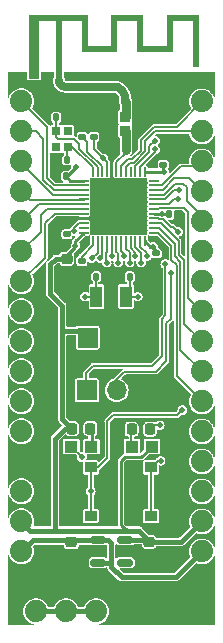
<source format=gbr>
G04 #@! TF.GenerationSoftware,KiCad,Pcbnew,(7.0.0)*
G04 #@! TF.CreationDate,2023-04-22T14:23:37+07:00*
G04 #@! TF.ProjectId,nrf52840-qfaa-breakout,6e726635-3238-4343-902d-716661612d62,rev?*
G04 #@! TF.SameCoordinates,Original*
G04 #@! TF.FileFunction,Copper,L1,Top*
G04 #@! TF.FilePolarity,Positive*
%FSLAX46Y46*%
G04 Gerber Fmt 4.6, Leading zero omitted, Abs format (unit mm)*
G04 Created by KiCad (PCBNEW (7.0.0)) date 2023-04-22 14:23:37*
%MOMM*%
%LPD*%
G01*
G04 APERTURE LIST*
G04 Aperture macros list*
%AMRoundRect*
0 Rectangle with rounded corners*
0 $1 Rounding radius*
0 $2 $3 $4 $5 $6 $7 $8 $9 X,Y pos of 4 corners*
0 Add a 4 corners polygon primitive as box body*
4,1,4,$2,$3,$4,$5,$6,$7,$8,$9,$2,$3,0*
0 Add four circle primitives for the rounded corners*
1,1,$1+$1,$2,$3*
1,1,$1+$1,$4,$5*
1,1,$1+$1,$6,$7*
1,1,$1+$1,$8,$9*
0 Add four rect primitives between the rounded corners*
20,1,$1+$1,$2,$3,$4,$5,0*
20,1,$1+$1,$4,$5,$6,$7,0*
20,1,$1+$1,$6,$7,$8,$9,0*
20,1,$1+$1,$8,$9,$2,$3,0*%
G04 Aperture macros list end*
G04 #@! TA.AperFunction,SMDPad,CuDef*
%ADD10R,1.100000X1.000000*%
G04 #@! TD*
G04 #@! TA.AperFunction,ComponentPad*
%ADD11R,1.700000X1.700000*%
G04 #@! TD*
G04 #@! TA.AperFunction,ComponentPad*
%ADD12O,1.700000X1.700000*%
G04 #@! TD*
G04 #@! TA.AperFunction,SMDPad,CuDef*
%ADD13RoundRect,0.225000X-0.250000X0.225000X-0.250000X-0.225000X0.250000X-0.225000X0.250000X0.225000X0*%
G04 #@! TD*
G04 #@! TA.AperFunction,ComponentPad*
%ADD14C,1.879600*%
G04 #@! TD*
G04 #@! TA.AperFunction,SMDPad,CuDef*
%ADD15R,0.900000X0.850000*%
G04 #@! TD*
G04 #@! TA.AperFunction,SMDPad,CuDef*
%ADD16RoundRect,0.140000X0.140000X0.170000X-0.140000X0.170000X-0.140000X-0.170000X0.140000X-0.170000X0*%
G04 #@! TD*
G04 #@! TA.AperFunction,SMDPad,CuDef*
%ADD17R,0.500000X0.500000*%
G04 #@! TD*
G04 #@! TA.AperFunction,SMDPad,CuDef*
%ADD18R,0.900000X0.500000*%
G04 #@! TD*
G04 #@! TA.AperFunction,SMDPad,CuDef*
%ADD19R,1.000000X0.900000*%
G04 #@! TD*
G04 #@! TA.AperFunction,SMDPad,CuDef*
%ADD20RoundRect,0.140000X-0.170000X0.140000X-0.170000X-0.140000X0.170000X-0.140000X0.170000X0.140000X0*%
G04 #@! TD*
G04 #@! TA.AperFunction,SMDPad,CuDef*
%ADD21RoundRect,0.218750X0.218750X0.256250X-0.218750X0.256250X-0.218750X-0.256250X0.218750X-0.256250X0*%
G04 #@! TD*
G04 #@! TA.AperFunction,SMDPad,CuDef*
%ADD22RoundRect,0.150000X-0.512500X-0.150000X0.512500X-0.150000X0.512500X0.150000X-0.512500X0.150000X0*%
G04 #@! TD*
G04 #@! TA.AperFunction,SMDPad,CuDef*
%ADD23RoundRect,0.050000X0.050000X-0.350000X0.050000X0.350000X-0.050000X0.350000X-0.050000X-0.350000X0*%
G04 #@! TD*
G04 #@! TA.AperFunction,SMDPad,CuDef*
%ADD24RoundRect,0.050000X0.350000X-0.050000X0.350000X0.050000X-0.350000X0.050000X-0.350000X-0.050000X0*%
G04 #@! TD*
G04 #@! TA.AperFunction,ComponentPad*
%ADD25C,0.500000*%
G04 #@! TD*
G04 #@! TA.AperFunction,SMDPad,CuDef*
%ADD26R,4.600000X4.600000*%
G04 #@! TD*
G04 #@! TA.AperFunction,SMDPad,CuDef*
%ADD27RoundRect,0.140000X0.170000X-0.140000X0.170000X0.140000X-0.170000X0.140000X-0.170000X-0.140000X0*%
G04 #@! TD*
G04 #@! TA.AperFunction,SMDPad,CuDef*
%ADD28RoundRect,0.140000X-0.140000X-0.170000X0.140000X-0.170000X0.140000X0.170000X-0.140000X0.170000X0*%
G04 #@! TD*
G04 #@! TA.AperFunction,SMDPad,CuDef*
%ADD29R,1.000000X1.800000*%
G04 #@! TD*
G04 #@! TA.AperFunction,SMDPad,CuDef*
%ADD30R,0.700000X0.750000*%
G04 #@! TD*
G04 #@! TA.AperFunction,ViaPad*
%ADD31C,0.508000*%
G04 #@! TD*
G04 #@! TA.AperFunction,Conductor*
%ADD32C,0.406400*%
G04 #@! TD*
G04 #@! TA.AperFunction,Conductor*
%ADD33C,0.152400*%
G04 #@! TD*
G04 #@! TA.AperFunction,Conductor*
%ADD34C,0.250000*%
G04 #@! TD*
G04 #@! TA.AperFunction,Conductor*
%ADD35C,0.154000*%
G04 #@! TD*
G04 #@! TA.AperFunction,Conductor*
%ADD36C,0.200000*%
G04 #@! TD*
G04 #@! TA.AperFunction,Conductor*
%ADD37C,0.228600*%
G04 #@! TD*
G04 #@! TA.AperFunction,Conductor*
%ADD38C,0.400000*%
G04 #@! TD*
G04 #@! TA.AperFunction,Conductor*
%ADD39C,0.762000*%
G04 #@! TD*
G04 #@! TA.AperFunction,Conductor*
%ADD40C,0.711200*%
G04 #@! TD*
G04 #@! TA.AperFunction,Conductor*
%ADD41C,0.508000*%
G04 #@! TD*
G04 #@! TA.AperFunction,Conductor*
%ADD42C,0.254000*%
G04 #@! TD*
G04 APERTURE END LIST*
G04 #@! TO.C,E1*
G36*
X146501270Y-81888730D02*
G01*
X148498730Y-81888730D01*
X148498730Y-79248730D01*
X151201270Y-79248730D01*
X151201270Y-81888730D01*
X153198730Y-81888730D01*
X153198730Y-79248730D01*
X155901270Y-79248730D01*
X155901270Y-83691270D01*
X155398730Y-83691270D01*
X155398730Y-79751270D01*
X153701270Y-79751270D01*
X153701270Y-82391270D01*
X150698730Y-82391270D01*
X150698730Y-79751270D01*
X149001270Y-79751270D01*
X149001270Y-82391270D01*
X145998730Y-82391270D01*
X145998730Y-79751270D01*
X144301270Y-79751270D01*
X144301270Y-84651270D01*
X143798730Y-84651270D01*
X143798730Y-79751270D01*
X142401270Y-79751270D01*
X142401270Y-84651270D01*
X141498730Y-84651270D01*
X141498730Y-79248730D01*
X146501270Y-79248730D01*
X146501270Y-81888730D01*
G37*
G04 #@! TD*
D10*
G04 #@! TO.P,R2,1,1*
G04 #@! TO.N,Net-(JP6-Pad2)*
X145099999Y-115799999D03*
G04 #@! TO.P,R2,2,2*
G04 #@! TO.N,Net-(D3-K)*
X146799999Y-115799999D03*
G04 #@! TD*
D11*
G04 #@! TO.P,J5,1,Pin_1*
G04 #@! TO.N,/SWDCLK*
X146409999Y-111039999D03*
D12*
G04 #@! TO.P,J5,2,Pin_2*
G04 #@! TO.N,/SWDIO*
X148949999Y-111039999D03*
G04 #@! TO.P,J5,3,Pin_3*
G04 #@! TO.N,GND*
X151489999Y-111039999D03*
G04 #@! TD*
D13*
G04 #@! TO.P,C2,1,1*
G04 #@! TO.N,VDD*
X151700000Y-123875000D03*
G04 #@! TO.P,C2,2,2*
G04 #@! TO.N,GND*
X151700000Y-125425000D03*
G04 #@! TD*
D14*
G04 #@! TO.P,J4,1,1*
G04 #@! TO.N,GND*
X156150000Y-127220000D03*
G04 #@! TO.P,J4,2,2*
G04 #@! TO.N,VIN*
X156150000Y-124680000D03*
G04 #@! TO.P,J4,3,3*
G04 #@! TO.N,VDD*
X156150000Y-122140000D03*
G04 #@! TO.P,J4,4,4*
G04 #@! TO.N,/P1.09*
X156150000Y-119600000D03*
G04 #@! TO.P,J4,5,5*
G04 #@! TO.N,/P0.11*
X156150000Y-117060000D03*
G04 #@! TO.P,J4,6,6*
G04 #@! TO.N,/P0.12*
X156150000Y-114520000D03*
G04 #@! TO.P,J4,7,7*
G04 #@! TO.N,/P0.13*
X156150000Y-111980000D03*
G04 #@! TO.P,J4,8,8*
G04 #@! TO.N,/P0.14*
X156150000Y-109440000D03*
G04 #@! TO.P,J4,9,9*
G04 #@! TO.N,/P0.17*
X156150000Y-106900000D03*
G04 #@! TO.P,J4,10,10*
G04 #@! TO.N,/P0.19*
X156150000Y-104360000D03*
G04 #@! TO.P,J4,11,11*
G04 #@! TO.N,/P0.20*
X156150000Y-101820000D03*
G04 #@! TO.P,J4,12,12*
G04 #@! TO.N,/P0.21*
X156150000Y-99280000D03*
G04 #@! TO.P,J4,13,13*
G04 #@! TO.N,/P0.22*
X156150000Y-96740000D03*
G04 #@! TO.P,J4,14,14*
G04 #@! TO.N,/P0.23*
X156150000Y-94200000D03*
G04 #@! TO.P,J4,15,15*
G04 #@! TO.N,/P0.24*
X156150000Y-91660000D03*
G04 #@! TO.P,J4,16,16*
G04 #@! TO.N,/P0.09*
X156150000Y-89120000D03*
G04 #@! TO.P,J4,17,17*
G04 #@! TO.N,/P0.10*
X156150000Y-86580000D03*
G04 #@! TD*
D15*
G04 #@! TO.P,L1,1,1*
G04 #@! TO.N,Net-(E1-SIGNAL)*
X149674999Y-87919999D03*
G04 #@! TO.P,L1,2,2*
G04 #@! TO.N,Net-(U2-ANT)*
X149674999Y-89079999D03*
G04 #@! TD*
D14*
G04 #@! TO.P,J1,1,DTR*
G04 #@! TO.N,Net-(J1-DTR)*
X142130000Y-129750000D03*
G04 #@! TO.P,J1,2,RXI*
X144670000Y-129750000D03*
G04 #@! TO.P,J1,3,TXO*
X147210000Y-129750000D03*
G04 #@! TO.P,J1,4,VCC*
G04 #@! TO.N,GND*
X149750000Y-129750000D03*
G04 #@! TO.P,J1,5,CTS*
X152290000Y-129750000D03*
G04 #@! TO.P,J1,6,GND*
X154830000Y-129750000D03*
G04 #@! TD*
D16*
G04 #@! TO.P,C10,1,1*
G04 #@! TO.N,Net-(U2-XC2)*
X144760000Y-91520000D03*
G04 #@! TO.P,C10,2,2*
G04 #@! TO.N,GND*
X143800000Y-91520000D03*
G04 #@! TD*
D17*
G04 #@! TO.P,E1,ANT,SIGNAL*
G04 #@! TO.N,Net-(E1-SIGNAL)*
X144049999Y-84399999D03*
D18*
G04 #@! TO.P,E1,GND,GND*
G04 #@! TO.N,GND*
X141949999Y-84399999D03*
G04 #@! TD*
D19*
G04 #@! TO.P,SW1,1,1*
G04 #@! TO.N,/~{RESET}*
X146749999Y-121674999D03*
G04 #@! TO.P,SW1,2,2*
X146749999Y-117574999D03*
G04 #@! TO.P,SW1,3,3*
G04 #@! TO.N,GND*
X145149999Y-117574999D03*
G04 #@! TO.P,SW1,4,4*
X145149999Y-121674999D03*
G04 #@! TD*
D16*
G04 #@! TO.P,C9,1,1*
G04 #@! TO.N,GND*
X144770000Y-87940000D03*
G04 #@! TO.P,C9,2,2*
G04 #@! TO.N,Net-(U2-XC1)*
X143810000Y-87940000D03*
G04 #@! TD*
D13*
G04 #@! TO.P,C17,1,1*
G04 #@! TO.N,VDD*
X144700000Y-99900000D03*
G04 #@! TO.P,C17,2,2*
G04 #@! TO.N,GND*
X144700000Y-101450000D03*
G04 #@! TD*
D14*
G04 #@! TO.P,J3,1,1*
G04 #@! TO.N,GND*
X140875000Y-127200000D03*
G04 #@! TO.P,J3,2,2*
G04 #@! TO.N,VIN*
X140875000Y-124660000D03*
G04 #@! TO.P,J3,3,3*
G04 #@! TO.N,VDD*
X140875000Y-122120000D03*
G04 #@! TO.P,J3,4,4*
G04 #@! TO.N,/~{RESET}*
X140875000Y-119580000D03*
G04 #@! TO.P,J3,5,5*
G04 #@! TO.N,GND*
X140875000Y-117040000D03*
G04 #@! TO.P,J3,6,6*
G04 #@! TO.N,/P0.07*
X140875000Y-114500000D03*
G04 #@! TO.P,J3,7,7*
G04 #@! TO.N,/P0.05*
X140875000Y-111960000D03*
G04 #@! TO.P,J3,8,8*
G04 #@! TO.N,/P0.04*
X140875000Y-109420000D03*
G04 #@! TO.P,J3,9,9*
G04 #@! TO.N,/P0.01*
X140875000Y-106880000D03*
G04 #@! TO.P,J3,10,10*
G04 #@! TO.N,/P0.00*
X140875000Y-104340000D03*
G04 #@! TO.P,J3,11,11*
G04 #@! TO.N,/P0.31*
X140875000Y-101800000D03*
G04 #@! TO.P,J3,12,12*
G04 #@! TO.N,/P0.30*
X140875000Y-99260000D03*
G04 #@! TO.P,J3,13,13*
G04 #@! TO.N,/P0.29*
X140875000Y-96720000D03*
G04 #@! TO.P,J3,14,14*
G04 #@! TO.N,/P0.28*
X140875000Y-94180000D03*
G04 #@! TO.P,J3,15,15*
G04 #@! TO.N,/P0.02*
X140875000Y-91640000D03*
G04 #@! TO.P,J3,16,16*
G04 #@! TO.N,/P0.03*
X140875000Y-89100000D03*
G04 #@! TO.P,J3,17,17*
G04 #@! TO.N,/P1.15*
X140875000Y-86560000D03*
G04 #@! TD*
D20*
G04 #@! TO.P,C19,1,1*
G04 #@! TO.N,VDD*
X152310000Y-99440000D03*
G04 #@! TO.P,C19,2,2*
G04 #@! TO.N,GND*
X152310000Y-100400000D03*
G04 #@! TD*
G04 #@! TO.P,C6,1,1*
G04 #@! TO.N,GND*
X144720000Y-96860000D03*
G04 #@! TO.P,C6,2,2*
G04 #@! TO.N,Net-(U2-DEC4)*
X144720000Y-97820000D03*
G04 #@! TD*
D21*
G04 #@! TO.P,D1,1,K*
G04 #@! TO.N,/P0.08*
X151775000Y-114330000D03*
G04 #@! TO.P,D1,2,A*
G04 #@! TO.N,Net-(D1-A)*
X150200000Y-114330000D03*
G04 #@! TD*
D22*
G04 #@! TO.P,U1,1,IN*
G04 #@! TO.N,VIN*
X147387500Y-123725000D03*
G04 #@! TO.P,U1,2,GND*
G04 #@! TO.N,GND*
X147387500Y-124675000D03*
G04 #@! TO.P,U1,3,EN*
G04 #@! TO.N,VIN*
X147387500Y-125625000D03*
G04 #@! TO.P,U1,4,NC*
G04 #@! TO.N,unconnected-(U1-NC-Pad4)*
X149662500Y-125625000D03*
G04 #@! TO.P,U1,5,OUT*
G04 #@! TO.N,VDD*
X149662500Y-123725000D03*
G04 #@! TD*
D23*
G04 #@! TO.P,U2,1,DEC1*
G04 #@! TO.N,Net-(U2-DEC1)*
X146920000Y-98430000D03*
G04 #@! TO.P,U2,2,P0.00/XL1*
G04 #@! TO.N,/P0.00*
X147320000Y-98430000D03*
G04 #@! TO.P,U2,3,P0.01/XL2*
G04 #@! TO.N,/P0.01*
X147720000Y-98430000D03*
G04 #@! TO.P,U2,4,P0.04/AIN2*
G04 #@! TO.N,/P0.04*
X148120000Y-98430000D03*
G04 #@! TO.P,U2,5,P0.05/AIN3*
G04 #@! TO.N,/P0.05*
X148520000Y-98430000D03*
G04 #@! TO.P,U2,6,P0.07*
G04 #@! TO.N,/P0.07*
X148920000Y-98430000D03*
G04 #@! TO.P,U2,7,P0.08*
G04 #@! TO.N,/P0.08*
X149320000Y-98430000D03*
G04 #@! TO.P,U2,8,P1.08*
G04 #@! TO.N,/P1.08*
X149720000Y-98430000D03*
G04 #@! TO.P,U2,9,P1.09*
G04 #@! TO.N,/P1.09*
X150120000Y-98430000D03*
G04 #@! TO.P,U2,10,P0.11*
G04 #@! TO.N,/P0.11*
X150520000Y-98430000D03*
G04 #@! TO.P,U2,11,P0.12*
G04 #@! TO.N,/P0.12*
X150920000Y-98430000D03*
G04 #@! TO.P,U2,12,VDD*
G04 #@! TO.N,VDD*
X151320000Y-98430000D03*
D24*
G04 #@! TO.P,U2,13,P0.13*
G04 #@! TO.N,/P0.13*
X152070000Y-97680000D03*
G04 #@! TO.P,U2,14,P0.14*
G04 #@! TO.N,/P0.14*
X152070000Y-97280000D03*
G04 #@! TO.P,U2,15,P0.17*
G04 #@! TO.N,/P0.17*
X152070000Y-96880000D03*
G04 #@! TO.P,U2,16,P0.18/~{RESET}*
G04 #@! TO.N,/~{RESET}*
X152070000Y-96480000D03*
G04 #@! TO.P,U2,17,VDD*
G04 #@! TO.N,VDD*
X152070000Y-96080000D03*
G04 #@! TO.P,U2,18,P0.19*
G04 #@! TO.N,/P0.19*
X152070000Y-95680000D03*
G04 #@! TO.P,U2,19,P0.20*
G04 #@! TO.N,/P0.20*
X152070000Y-95280000D03*
G04 #@! TO.P,U2,20,P0.21*
G04 #@! TO.N,/P0.21*
X152070000Y-94880000D03*
G04 #@! TO.P,U2,21,P0.22*
G04 #@! TO.N,/P0.22*
X152070000Y-94480000D03*
G04 #@! TO.P,U2,22,P0.23*
G04 #@! TO.N,/P0.23*
X152070000Y-94080000D03*
G04 #@! TO.P,U2,23,P0.24*
G04 #@! TO.N,/P0.24*
X152070000Y-93680000D03*
G04 #@! TO.P,U2,24,P1.00*
G04 #@! TO.N,/P24*
X152070000Y-93280000D03*
D23*
G04 #@! TO.P,U2,25,VDD*
G04 #@! TO.N,VDD*
X151320000Y-92530000D03*
G04 #@! TO.P,U2,26,SWDIO*
G04 #@! TO.N,/SWDCLK*
X150920000Y-92530000D03*
G04 #@! TO.P,U2,27,SWDCLK*
G04 #@! TO.N,/SWDIO*
X150520000Y-92530000D03*
G04 #@! TO.P,U2,28,NC*
G04 #@! TO.N,unconnected-(U2-NC-Pad28)*
X150120000Y-92530000D03*
G04 #@! TO.P,U2,29,P0.09/NFC1*
G04 #@! TO.N,/P0.09*
X149720000Y-92530000D03*
G04 #@! TO.P,U2,30,P0.10/NFC2*
G04 #@! TO.N,/P0.10*
X149320000Y-92530000D03*
G04 #@! TO.P,U2,31,ANT*
G04 #@! TO.N,Net-(U2-ANT)*
X148920000Y-92530000D03*
G04 #@! TO.P,U2,32,VSS_PA*
G04 #@! TO.N,GND*
X148520000Y-92530000D03*
G04 #@! TO.P,U2,33,DEC6*
G04 #@! TO.N,Net-(U2-DEC4)*
X148120000Y-92530000D03*
G04 #@! TO.P,U2,34,DEC3*
G04 #@! TO.N,Net-(U2-DEC3)*
X147720000Y-92530000D03*
G04 #@! TO.P,U2,35,XC1*
G04 #@! TO.N,Net-(U2-XC1)*
X147320000Y-92530000D03*
G04 #@! TO.P,U2,36,XC2*
G04 #@! TO.N,Net-(U2-XC2)*
X146920000Y-92530000D03*
D24*
G04 #@! TO.P,U2,37,VDD*
G04 #@! TO.N,VDD*
X146170000Y-93280000D03*
G04 #@! TO.P,U2,38,P1.15*
G04 #@! TO.N,/P1.15*
X146170000Y-93680000D03*
G04 #@! TO.P,U2,39,P0.03/AIN1*
G04 #@! TO.N,/P0.03*
X146170000Y-94080000D03*
G04 #@! TO.P,U2,40,P0.02/AIN0*
G04 #@! TO.N,/P0.02*
X146170000Y-94480000D03*
G04 #@! TO.P,U2,41,P0.28/AIN4*
G04 #@! TO.N,/P0.28*
X146170000Y-94880000D03*
G04 #@! TO.P,U2,42,P0.29/AIN5*
G04 #@! TO.N,/P0.29*
X146170000Y-95280000D03*
G04 #@! TO.P,U2,43,P0.30/AIN6*
G04 #@! TO.N,/P0.30*
X146170000Y-95680000D03*
G04 #@! TO.P,U2,44,P0.31/AIN7*
G04 #@! TO.N,/P0.31*
X146170000Y-96080000D03*
G04 #@! TO.P,U2,45,VSS*
G04 #@! TO.N,GND*
X146170000Y-96480000D03*
G04 #@! TO.P,U2,46,DEC4*
G04 #@! TO.N,Net-(U2-DEC4)*
X146170000Y-96880000D03*
G04 #@! TO.P,U2,47,DCC*
G04 #@! TO.N,unconnected-(U2-DCC-Pad47)*
X146170000Y-97280000D03*
G04 #@! TO.P,U2,48,VDD*
G04 #@! TO.N,VDD*
X146170000Y-97680000D03*
D25*
G04 #@! TO.P,U2,49,VSS*
G04 #@! TO.N,GND*
X147320000Y-97280000D03*
X148520000Y-97280000D03*
X149720000Y-97280000D03*
X150920000Y-97280000D03*
X147320000Y-96080000D03*
X148520000Y-96080000D03*
X149720000Y-96080000D03*
X150920000Y-96080000D03*
D26*
X149119999Y-95479999D03*
D25*
X147320000Y-94880000D03*
X148520000Y-94880000D03*
X149720000Y-94880000D03*
X150920000Y-94880000D03*
X147320000Y-93680000D03*
X148520000Y-93680000D03*
X149720000Y-93680000D03*
X150920000Y-93680000D03*
G04 #@! TD*
D19*
G04 #@! TO.P,SW2,1,1*
G04 #@! TO.N,/P1.08*
X151849999Y-121674999D03*
G04 #@! TO.P,SW2,2,2*
X151849999Y-117574999D03*
G04 #@! TO.P,SW2,3,3*
G04 #@! TO.N,GND*
X150249999Y-117574999D03*
G04 #@! TO.P,SW2,4,4*
X150249999Y-121674999D03*
G04 #@! TD*
D27*
G04 #@! TO.P,C18,1,1*
G04 #@! TO.N,VDD*
X152880000Y-91950000D03*
G04 #@! TO.P,C18,2,2*
G04 #@! TO.N,GND*
X152880000Y-90990000D03*
G04 #@! TD*
D10*
G04 #@! TO.P,R1,1,1*
G04 #@! TO.N,Net-(D1-A)*
X150224999Y-115799999D03*
G04 #@! TO.P,R1,2,2*
G04 #@! TO.N,VDD*
X151924999Y-115799999D03*
G04 #@! TD*
D21*
G04 #@! TO.P,D3,1,K*
G04 #@! TO.N,Net-(D3-K)*
X146720000Y-114290000D03*
G04 #@! TO.P,D3,2,A*
G04 #@! TO.N,VDD*
X145145000Y-114290000D03*
G04 #@! TD*
D28*
G04 #@! TO.P,C11,1,1*
G04 #@! TO.N,GND*
X148730000Y-90640000D03*
G04 #@! TO.P,C11,2,2*
G04 #@! TO.N,Net-(U2-ANT)*
X149690000Y-90640000D03*
G04 #@! TD*
D13*
G04 #@! TO.P,C1,1,1*
G04 #@! TO.N,VIN*
X145100000Y-123905000D03*
G04 #@! TO.P,C1,2,2*
G04 #@! TO.N,GND*
X145100000Y-125455000D03*
G04 #@! TD*
D20*
G04 #@! TO.P,C5,1,1*
G04 #@! TO.N,GND*
X146040000Y-88620000D03*
G04 #@! TO.P,C5,2,2*
G04 #@! TO.N,Net-(U2-DEC3)*
X146040000Y-89580000D03*
G04 #@! TD*
D11*
G04 #@! TO.P,J2,1,Pin_1*
G04 #@! TO.N,VDD*
X146489999Y-106589999D03*
G04 #@! TD*
D16*
G04 #@! TO.P,C16,1,1*
G04 #@! TO.N,VDD*
X144670000Y-92920000D03*
G04 #@! TO.P,C16,2,2*
G04 #@! TO.N,GND*
X143710000Y-92920000D03*
G04 #@! TD*
G04 #@! TO.P,C12,1,1*
G04 #@! TO.N,Net-(E1-SIGNAL)*
X149710000Y-86750000D03*
G04 #@! TO.P,C12,2,2*
G04 #@! TO.N,GND*
X148750000Y-86750000D03*
G04 #@! TD*
D28*
G04 #@! TO.P,C14,1,1*
G04 #@! TO.N,GND*
X149100000Y-101420000D03*
G04 #@! TO.P,C14,2,2*
G04 #@! TO.N,Net-(Y2-1)*
X150060000Y-101420000D03*
G04 #@! TD*
D29*
G04 #@! TO.P,Y2,P$1,1*
G04 #@! TO.N,Net-(Y2-1)*
X149724999Y-103099999D03*
G04 #@! TO.P,Y2,P$2,2*
G04 #@! TO.N,Net-(Y2-2)*
X147224999Y-103099999D03*
G04 #@! TD*
D20*
G04 #@! TO.P,C4,1,1*
G04 #@! TO.N,GND*
X147010000Y-88620000D03*
G04 #@! TO.P,C4,2,2*
G04 #@! TO.N,Net-(U2-DEC4)*
X147010000Y-89580000D03*
G04 #@! TD*
D16*
G04 #@! TO.P,C13,1,1*
G04 #@! TO.N,GND*
X148170000Y-101410000D03*
G04 #@! TO.P,C13,2,2*
G04 #@! TO.N,Net-(Y2-2)*
X147210000Y-101410000D03*
G04 #@! TD*
D30*
G04 #@! TO.P,Y1,1,1*
G04 #@! TO.N,Net-(U2-XC2)*
X144819999Y-90429999D03*
G04 #@! TO.P,Y1,2*
G04 #@! TO.N,N/C*
X144819999Y-89079999D03*
G04 #@! TO.P,Y1,3,2*
G04 #@! TO.N,Net-(U2-XC1)*
X143819999Y-89079999D03*
G04 #@! TO.P,Y1,4*
G04 #@! TO.N,N/C*
X143819999Y-90429999D03*
G04 #@! TD*
D27*
G04 #@! TO.P,C3,1,1*
G04 #@! TO.N,GND*
X145975000Y-101055000D03*
G04 #@! TO.P,C3,2,2*
G04 #@! TO.N,Net-(U2-DEC1)*
X145975000Y-100095000D03*
G04 #@! TD*
D28*
G04 #@! TO.P,C15,1,1*
G04 #@! TO.N,VDD*
X153380000Y-96130000D03*
G04 #@! TO.P,C15,2,2*
G04 #@! TO.N,GND*
X154340000Y-96130000D03*
G04 #@! TD*
D31*
G04 #@! TO.N,/~{RESET}*
X146750000Y-119570000D03*
G04 #@! TO.N,GND*
X143130000Y-110480000D03*
X148440000Y-117860000D03*
X154650000Y-90430000D03*
X143780000Y-98700000D03*
X142380000Y-103080000D03*
X148830000Y-107440000D03*
X153380000Y-118480000D03*
X153600000Y-120930000D03*
X149180000Y-127880000D03*
X143090000Y-125200000D03*
X142830000Y-121080000D03*
X154190000Y-96920000D03*
G04 #@! TO.N,/P0.20*
X154100000Y-94810000D03*
G04 #@! TO.N,Net-(Y2-1)*
X150720000Y-103098600D03*
G04 #@! TO.N,/P0.21*
X154220000Y-94080000D03*
G04 #@! TO.N,/~{RESET}*
X154499850Y-112710000D03*
X154130000Y-97610000D03*
G04 #@! TO.N,GND*
X143800000Y-96920000D03*
X151990000Y-91910000D03*
X145173700Y-118541800D03*
X146850100Y-84429600D03*
X148120100Y-84429600D03*
X144970500Y-86080600D03*
X151930100Y-86969600D03*
X145580100Y-84429600D03*
X146240500Y-86080600D03*
X153150000Y-125625000D03*
X156883100Y-84429600D03*
X151930100Y-88239600D03*
X144110000Y-92200000D03*
X151930100Y-84429600D03*
X153200100Y-86969600D03*
X150370000Y-107440000D03*
X154470100Y-84429600D03*
X142710000Y-87590000D03*
X146138900Y-124663200D03*
X151879300Y-98217600D03*
X149390100Y-84429600D03*
X145961100Y-101981000D03*
X144462500Y-102641400D03*
X148475000Y-121450000D03*
X150660100Y-84429600D03*
X144348200Y-116700300D03*
X146215100Y-87579200D03*
X147485100Y-87579200D03*
X155740100Y-84429600D03*
X147510500Y-86080600D03*
X153200100Y-88239600D03*
X148700000Y-88239600D03*
X141960600Y-84429600D03*
X153200100Y-84429600D03*
X153200100Y-85699600D03*
X150660100Y-85699600D03*
X142570000Y-85570000D03*
X143700500Y-86080600D03*
X143294100Y-84429600D03*
X145173700Y-120700800D03*
X150660100Y-86969600D03*
X151930100Y-85699600D03*
X154470100Y-85699600D03*
X148550000Y-91270000D03*
X151050000Y-119625000D03*
X150660100Y-88239600D03*
G04 #@! TO.N,VDD*
X145453100Y-98780600D03*
X145478500Y-92151200D03*
X149800000Y-122950000D03*
X152020000Y-98907600D03*
X152970400Y-92560000D03*
X152748056Y-96080000D03*
G04 #@! TO.N,Net-(Y2-2)*
X146260000Y-103098600D03*
G04 #@! TO.N,/P1.09*
X150533100Y-99644200D03*
G04 #@! TO.N,/P0.00*
X146824700Y-99872800D03*
G04 #@! TO.N,/P0.01*
X147535900Y-99847400D03*
G04 #@! TO.N,/P0.04*
X148094700Y-100228400D03*
G04 #@! TO.N,/P0.08*
X152590000Y-114000000D03*
G04 #@! TO.N,/P0.05*
X148586900Y-99660000D03*
G04 #@! TO.N,/P0.07*
X149072600Y-100228400D03*
G04 #@! TO.N,/P1.08*
X152660000Y-117000000D03*
G04 #@! TO.N,/P0.08*
X149555200Y-99644200D03*
G04 #@! TO.N,/P0.11*
X151015700Y-100228400D03*
G04 #@! TO.N,/P0.12*
X151498300Y-99669600D03*
G04 #@! TO.N,/SWDIO*
X153542100Y-101110000D03*
X152188753Y-89896900D03*
G04 #@! TO.N,/SWDCLK*
X152182900Y-90647043D03*
X153060000Y-100330000D03*
G04 #@! TO.N,Net-(JP6-Pad2)*
X146000100Y-116687600D03*
G04 #@! TO.N,/P1.08*
X150037800Y-100228400D03*
G04 #@! TO.N,Net-(U2-DEC4)*
X145320000Y-97540000D03*
X147810000Y-91400000D03*
G04 #@! TD*
D32*
G04 #@! TO.N,VDD*
X144335500Y-112623600D02*
X144335500Y-113480500D01*
X144335500Y-113480500D02*
X145145000Y-114290000D01*
X143700500Y-115140000D02*
X144550500Y-114290000D01*
X144550500Y-114290000D02*
X145145000Y-114290000D01*
D33*
G04 #@! TO.N,/~{RESET}*
X146761100Y-119558900D02*
X146761100Y-117558600D01*
X146750000Y-119570000D02*
X146761100Y-119558900D01*
X146761100Y-119581100D02*
X146750000Y-119570000D01*
G04 #@! TO.N,Net-(U2-DEC3)*
X146455000Y-90825000D02*
X147720000Y-92090000D01*
X146455000Y-90825000D02*
X146455000Y-89995000D01*
X146455000Y-89995000D02*
X146040000Y-89580000D01*
D32*
G04 #@! TO.N,VDD*
X144335500Y-112623600D02*
X144335500Y-107600000D01*
X143700500Y-115140000D02*
X143700500Y-122910600D01*
D34*
X152070000Y-96080000D02*
X152748056Y-96080000D01*
X152940400Y-92530000D02*
X152970400Y-92560000D01*
X151320000Y-92530000D02*
X152940400Y-92530000D01*
X151797600Y-98907600D02*
X152020000Y-98907600D01*
X151320000Y-98430000D02*
X151797600Y-98907600D01*
D33*
G04 #@! TO.N,/~{RESET}*
X147345000Y-117575000D02*
X146750000Y-117575000D01*
X148140000Y-116780000D02*
X147345000Y-117575000D01*
X148140000Y-113650000D02*
X148140000Y-116780000D01*
X148657150Y-113132850D02*
X148140000Y-113650000D01*
X154077000Y-113132850D02*
X148657150Y-113132850D01*
X154499850Y-112710000D02*
X154077000Y-113132850D01*
D35*
G04 #@! TO.N,/P0.20*
X153830000Y-94810000D02*
X154100000Y-94810000D01*
X153360000Y-95280000D02*
X153830000Y-94810000D01*
X152070000Y-95280000D02*
X153360000Y-95280000D01*
G04 #@! TO.N,/P0.21*
X153000000Y-94880000D02*
X152070000Y-94880000D01*
X153800000Y-94080000D02*
X153000000Y-94880000D01*
X154220000Y-94080000D02*
X153800000Y-94080000D01*
G04 #@! TO.N,/P0.22*
X154855000Y-95025000D02*
X156150000Y-96320000D01*
X154855000Y-93835000D02*
X154855000Y-95025000D01*
X156150000Y-96320000D02*
X156150000Y-96740000D01*
X152920000Y-94480000D02*
X153840000Y-93560000D01*
X152070000Y-94480000D02*
X152920000Y-94480000D01*
X153840000Y-93560000D02*
X154580000Y-93560000D01*
X154580000Y-93560000D02*
X154855000Y-93835000D01*
G04 #@! TO.N,/P0.23*
X155040000Y-93090000D02*
X156150000Y-94200000D01*
X153830000Y-93090000D02*
X155040000Y-93090000D01*
X152070000Y-94080000D02*
X152840000Y-94080000D01*
X152840000Y-94080000D02*
X153830000Y-93090000D01*
G04 #@! TO.N,/P0.24*
X152780000Y-93680000D02*
X154390000Y-92070000D01*
X152070000Y-93680000D02*
X152780000Y-93680000D01*
X154390000Y-92070000D02*
X154647100Y-92070000D01*
D33*
G04 #@! TO.N,Net-(Y2-1)*
X149725000Y-103100000D02*
X150718600Y-103100000D01*
X150718600Y-103100000D02*
X150720000Y-103098600D01*
X149725000Y-103100000D02*
X149726400Y-103098600D01*
G04 #@! TO.N,Net-(Y2-2)*
X147159100Y-103006600D02*
X147159100Y-101193600D01*
X146260000Y-103098600D02*
X147067100Y-103098600D01*
X147067100Y-103098600D02*
X147159100Y-103006600D01*
D35*
G04 #@! TO.N,/P0.17*
X154647800Y-105397800D02*
X156150000Y-106900000D01*
X154192800Y-99572800D02*
X154647800Y-100027800D01*
X152670000Y-96880000D02*
X154192800Y-98402800D01*
X152070000Y-96880000D02*
X152670000Y-96880000D01*
X154192800Y-98402800D02*
X154192800Y-99572800D01*
X154647800Y-100027800D02*
X154647800Y-105397800D01*
G04 #@! TO.N,/P0.14*
X154341400Y-100165000D02*
X154341400Y-107631400D01*
X154341400Y-107631400D02*
X156150000Y-109440000D01*
X153886400Y-99710000D02*
X154341400Y-100165000D01*
X153886400Y-98676401D02*
X153886400Y-99710000D01*
X152490000Y-97280000D02*
X153886400Y-98676401D01*
X152070000Y-97280000D02*
X152490000Y-97280000D01*
G04 #@! TO.N,/P0.13*
X154035000Y-100430000D02*
X154035000Y-109865000D01*
X153580000Y-99975000D02*
X154035000Y-100430000D01*
X153580000Y-98803316D02*
X153580000Y-99975000D01*
X152070000Y-97680000D02*
X152456684Y-97680000D01*
X152456684Y-97680000D02*
X153580000Y-98803316D01*
X154035000Y-109865000D02*
X156150000Y-111980000D01*
D33*
G04 #@! TO.N,/~{RESET}*
X152547732Y-96562600D02*
X152532566Y-96547434D01*
X152852600Y-96562600D02*
X152547732Y-96562600D01*
X153520000Y-97230000D02*
X152852600Y-96562600D01*
X154130000Y-97610000D02*
X153750000Y-97230000D01*
X153750000Y-97230000D02*
X153520000Y-97230000D01*
G04 #@! TO.N,/P0.19*
X154972749Y-103182749D02*
X156150000Y-104360000D01*
X154972749Y-95931470D02*
X154972749Y-103182749D01*
X152564400Y-95585600D02*
X154626879Y-95585600D01*
X152470000Y-95680000D02*
X152564400Y-95585600D01*
X154626879Y-95585600D02*
X154972749Y-95931470D01*
X152070000Y-95680000D02*
X152470000Y-95680000D01*
G04 #@! TO.N,/SWDIO*
X149600000Y-109460000D02*
X148895000Y-110165000D01*
X153160000Y-105380000D02*
X153160000Y-108560000D01*
X152260000Y-109460000D02*
X149600000Y-109460000D01*
X153542100Y-104997900D02*
X153160000Y-105380000D01*
X153542100Y-101110000D02*
X153542100Y-104997900D01*
X153160000Y-108560000D02*
X152260000Y-109460000D01*
X148895000Y-110165000D02*
X148895000Y-111040000D01*
G04 #@! TO.N,/P0.31*
X142867500Y-96912500D02*
X143700000Y-96080000D01*
X143700000Y-96080000D02*
X146170000Y-96080000D01*
X142867500Y-99807500D02*
X142867500Y-96912500D01*
X140875000Y-101800000D02*
X142867500Y-99807500D01*
G04 #@! TO.N,/P0.30*
X146160000Y-95670000D02*
X146170000Y-95680000D01*
X143050000Y-95670000D02*
X146160000Y-95670000D01*
X142520000Y-96200000D02*
X143050000Y-95670000D01*
X142520000Y-97615000D02*
X142520000Y-96200000D01*
X140875000Y-99260000D02*
X142520000Y-97615000D01*
G04 #@! TO.N,/P0.29*
X140920000Y-96720000D02*
X140875000Y-96720000D01*
X142360000Y-95280000D02*
X140920000Y-96720000D01*
X144190000Y-95280000D02*
X142360000Y-95280000D01*
X144190000Y-95280000D02*
X146170000Y-95280000D01*
X144000700Y-95280000D02*
X144190000Y-95280000D01*
G04 #@! TO.N,/P0.02*
X143540000Y-94480000D02*
X140875000Y-91815000D01*
X146170000Y-94480000D02*
X143540000Y-94480000D01*
D32*
G04 #@! TO.N,VDD*
X144335500Y-103886000D02*
X144335500Y-107600000D01*
X143320000Y-102870500D02*
X144335500Y-103886000D01*
X143800000Y-99900000D02*
X143320000Y-100380000D01*
X143320000Y-100380000D02*
X143320000Y-102870500D01*
X144700000Y-99900000D02*
X143800000Y-99900000D01*
D33*
G04 #@! TO.N,/P0.28*
X141585000Y-94890000D02*
X140875000Y-94180000D01*
X143958900Y-94890000D02*
X141585000Y-94890000D01*
G04 #@! TO.N,/P0.03*
X142740000Y-89760000D02*
X142080000Y-89100000D01*
X142740000Y-93212331D02*
X142740000Y-89760000D01*
X143607669Y-94080000D02*
X142740000Y-93212331D01*
X143905300Y-94080000D02*
X143607669Y-94080000D01*
X142080000Y-89100000D02*
X140875000Y-89100000D01*
D35*
G04 #@! TO.N,/P0.24*
X154647100Y-92070000D02*
X155740000Y-92070000D01*
X155740000Y-92070000D02*
X156150000Y-91660000D01*
G04 #@! TO.N,/SWDCLK*
X151170116Y-91853200D02*
X152182900Y-90840416D01*
X151163200Y-91853200D02*
X151170116Y-91853200D01*
X152182900Y-90840416D02*
X152182900Y-90647043D01*
G04 #@! TO.N,/SWDIO*
X151043200Y-91546800D02*
X151700000Y-90890000D01*
X151036285Y-91546800D02*
X151043200Y-91546800D01*
X151700000Y-90890000D02*
X151700000Y-90385653D01*
D33*
G04 #@! TO.N,/P0.10*
X152125616Y-88722200D02*
X154007800Y-88722200D01*
X150970000Y-89877816D02*
X152125616Y-88722200D01*
X150970000Y-90747586D02*
X150970000Y-89877816D01*
X150245751Y-91471834D02*
X150970000Y-90747586D01*
X154007800Y-88722200D02*
X156150000Y-86580000D01*
X149878166Y-91471834D02*
X150245751Y-91471834D01*
X149320000Y-92030000D02*
X149878166Y-91471834D01*
X149320000Y-92530000D02*
X149320000Y-92030000D01*
D35*
G04 #@! TO.N,/P0.09*
X151370000Y-89910000D02*
X152160000Y-89120000D01*
X151370000Y-90779770D02*
X151370000Y-89910000D01*
X150077434Y-91777434D02*
X150372335Y-91777434D01*
X149720000Y-92134869D02*
X150077434Y-91777434D01*
X150372335Y-91777434D02*
X151370000Y-90779770D01*
X149720000Y-92530000D02*
X149720000Y-92134869D01*
X152160000Y-89120000D02*
X156150000Y-89120000D01*
D33*
G04 #@! TO.N,/P1.15*
X143060000Y-93101279D02*
X143060000Y-88745000D01*
X143648721Y-93690000D02*
X143060000Y-93101279D01*
X143060000Y-88745000D02*
X140875000Y-86560000D01*
X143863500Y-93690000D02*
X143648721Y-93690000D01*
D36*
G04 #@! TO.N,Net-(U2-DEC1)*
X146920000Y-98430000D02*
X146920000Y-98770000D01*
X145975000Y-99715000D02*
X145975000Y-99995000D01*
X146920000Y-98770000D02*
X145975000Y-99715000D01*
D33*
G04 #@! TO.N,GND*
X148936100Y-95278600D02*
X148501100Y-94843600D01*
D37*
X148936100Y-95278600D02*
X149136100Y-95478600D01*
D33*
G04 #@! TO.N,Net-(U2-DEC3)*
X145953500Y-89708600D02*
X146080000Y-89708600D01*
X147720000Y-92090000D02*
X147720000Y-92530000D01*
D32*
G04 #@! TO.N,VDD*
X150810600Y-122910600D02*
X151760000Y-123860000D01*
D37*
X144691100Y-99708600D02*
X145453100Y-98946600D01*
D32*
X143700500Y-122910600D02*
X147400000Y-122910600D01*
D34*
X149300000Y-117020200D02*
X149300000Y-122450000D01*
D37*
X145453100Y-98396900D02*
X146170000Y-97680000D01*
D34*
X152748056Y-96080000D02*
X153360000Y-96080000D01*
D35*
X152310000Y-99197600D02*
X152310000Y-99440000D01*
D37*
X145453100Y-98946600D02*
X145453100Y-98780600D01*
D34*
X151925000Y-115800000D02*
X151035000Y-116690000D01*
D32*
X154409700Y-123860000D02*
X156121100Y-122148600D01*
X140881100Y-122148600D02*
X141643100Y-122910600D01*
D38*
X149825100Y-123725000D02*
X151625000Y-123725000D01*
D37*
X144636100Y-92938600D02*
X144691100Y-92938600D01*
D32*
X151760000Y-123860000D02*
X154409700Y-123860000D01*
D35*
X153360000Y-96080000D02*
X153560000Y-96280000D01*
X152880000Y-92469600D02*
X152970400Y-92560000D01*
D32*
X149440900Y-122910600D02*
X150810600Y-122910600D01*
X144335500Y-106000000D02*
X146410000Y-106000000D01*
X144335500Y-107600000D02*
X144335500Y-106000000D01*
D34*
X149630200Y-116690000D02*
X149300000Y-117020200D01*
D37*
X145670000Y-93280000D02*
X146170000Y-93280000D01*
D34*
X151035000Y-116690000D02*
X149630200Y-116690000D01*
D35*
X152020000Y-98907600D02*
X152310000Y-99197600D01*
D32*
X147400000Y-122910600D02*
X149440900Y-122910600D01*
X143700500Y-122910600D02*
X141643100Y-122910600D01*
D34*
X149300000Y-122450000D02*
X149800000Y-122950000D01*
D37*
X145030000Y-93280000D02*
X144670000Y-92920000D01*
D34*
X152880000Y-91950000D02*
X152880000Y-92469600D01*
D38*
X151625000Y-123725000D02*
X151700000Y-123800000D01*
D37*
X145670000Y-93280000D02*
X145030000Y-93280000D01*
X145453100Y-98780600D02*
X145453100Y-98396900D01*
X144691100Y-92938600D02*
X145478500Y-92151200D01*
D33*
G04 #@! TO.N,Net-(U2-XC1)*
X144056100Y-89763600D02*
X144510000Y-89763600D01*
X143810000Y-87940000D02*
X143800000Y-87950000D01*
X145762000Y-90189800D02*
X145762000Y-90578000D01*
X144510000Y-89763600D02*
X145335800Y-89763600D01*
X143820000Y-89607400D02*
X143820000Y-89080000D01*
X144510000Y-89763600D02*
X143976200Y-89763600D01*
X145335800Y-89763600D02*
X145762000Y-90189800D01*
X143976200Y-89763600D02*
X143820000Y-89607400D01*
X143800000Y-87950000D02*
X143800000Y-89060000D01*
X147320000Y-92136000D02*
X147320000Y-92530000D01*
X145762000Y-90578000D02*
X147320000Y-92136000D01*
X143728600Y-87858600D02*
X143810000Y-87940000D01*
X143800000Y-89060000D02*
X143820000Y-89080000D01*
G04 #@! TO.N,Net-(U2-XC2)*
X146920000Y-92167052D02*
X145177948Y-90425000D01*
X145177948Y-90425000D02*
X144815000Y-90425000D01*
X146920000Y-92530000D02*
X146920000Y-92167052D01*
X144820000Y-90430000D02*
X144760000Y-90490000D01*
X144760000Y-90490000D02*
X144760000Y-91520000D01*
D36*
G04 #@! TO.N,Net-(U2-ANT)*
X148920000Y-91749800D02*
X149730000Y-90939800D01*
D39*
X149716100Y-90728800D02*
X149716100Y-89073600D01*
D36*
X149730000Y-90939800D02*
X149730000Y-90720000D01*
X148920000Y-92530000D02*
X148920000Y-91749800D01*
D40*
G04 #@! TO.N,Net-(E1-SIGNAL)*
X149200893Y-85492355D02*
X149022647Y-85397080D01*
X144056100Y-84810600D02*
X144056100Y-84810600D01*
X149639290Y-86148462D02*
X149580620Y-85955053D01*
X144073410Y-84942080D02*
X144124159Y-85064600D01*
D39*
X149716100Y-87913600D02*
X149716100Y-86588600D01*
D40*
X149485345Y-85776807D02*
X149357127Y-85620573D01*
X144310100Y-85250541D02*
X144432620Y-85301290D01*
X149659100Y-86588600D02*
X149659100Y-86349600D01*
X144432620Y-85301290D02*
X144564100Y-85318600D01*
X149716100Y-86588600D02*
X149659100Y-86588600D01*
X149659100Y-86349600D02*
X149659100Y-86349600D01*
X149022647Y-85397080D02*
X148628100Y-85318600D01*
X144564100Y-85318600D02*
X148628100Y-85318600D01*
X149580620Y-85955053D02*
X149485345Y-85776807D01*
X149357127Y-85620573D02*
X149200893Y-85492355D01*
D41*
X144056100Y-84298600D02*
X144056100Y-84810600D01*
D40*
X144124159Y-85064600D02*
X144204890Y-85169810D01*
X149659100Y-86349600D02*
X149639290Y-86148462D01*
X144204890Y-85169810D02*
X144310100Y-85250541D01*
X144056100Y-84810600D02*
X144073410Y-84942080D01*
D33*
G04 #@! TO.N,Net-(Y2-1)*
X150137500Y-103098600D02*
X149751100Y-103098600D01*
X150060000Y-102403300D02*
X149751100Y-102712200D01*
X149751100Y-102712200D02*
X150137500Y-103098600D01*
X150060000Y-101420000D02*
X150060000Y-102403300D01*
G04 #@! TO.N,/P1.09*
X150533100Y-99644200D02*
X150533100Y-99432048D01*
X150533100Y-99432048D02*
X150120000Y-99018948D01*
X150120000Y-99018948D02*
X150120000Y-98430000D01*
G04 #@! TO.N,/P0.03*
X146170000Y-94080000D02*
X143905300Y-94080000D01*
D35*
G04 #@! TO.N,/~{RESET}*
X152532566Y-96547434D02*
X152465131Y-96480000D01*
D33*
X146761100Y-119608600D02*
X146732500Y-119580000D01*
X146761100Y-121658600D02*
X146761100Y-119608600D01*
D35*
X152465131Y-96480000D02*
X152070000Y-96480000D01*
D33*
X146761100Y-119608600D02*
X146761100Y-119581100D01*
G04 #@! TO.N,/P0.07*
X141341500Y-114500000D02*
X140875000Y-114500000D01*
G04 #@! TO.N,/P0.31*
X146276100Y-96078600D02*
X145884900Y-96078600D01*
G04 #@! TO.N,/P0.30*
X146272900Y-95681800D02*
X146276100Y-95678600D01*
X146143750Y-95706250D02*
X146170000Y-95680000D01*
X146269100Y-95678600D02*
X146265900Y-95681800D01*
X146276100Y-95678600D02*
X146269100Y-95678600D01*
G04 #@! TO.N,/P0.28*
X146266500Y-94869000D02*
X146276100Y-94878600D01*
X143958900Y-94890000D02*
X146160000Y-94890000D01*
X146160000Y-94890000D02*
X146170000Y-94880000D01*
G04 #@! TO.N,/P1.15*
X143863500Y-93690000D02*
X146160000Y-93690000D01*
X146160000Y-93690000D02*
X146170000Y-93680000D01*
D35*
G04 #@! TO.N,/P0.22*
X156150000Y-96000000D02*
X156150000Y-96740000D01*
D33*
G04 #@! TO.N,/P0.00*
X146824700Y-99872800D02*
X147320000Y-99377500D01*
X147320000Y-99377500D02*
X147320000Y-98430000D01*
G04 #@! TO.N,/P0.01*
X147535900Y-99847400D02*
X147720000Y-99663300D01*
X147720000Y-99663300D02*
X147720000Y-98430000D01*
G04 #@! TO.N,/P0.04*
X148043900Y-99415600D02*
X148120000Y-99339500D01*
X148043900Y-100177600D02*
X148043900Y-99415600D01*
X148094700Y-100228400D02*
X148043900Y-100177600D01*
X148120000Y-99339500D02*
X148120000Y-98430000D01*
G04 #@! TO.N,/P0.05*
X148520000Y-99593100D02*
X148586900Y-99660000D01*
X148520000Y-98430000D02*
X148520000Y-99593100D01*
G04 #@! TO.N,/P0.08*
X152590000Y-114000000D02*
X152105000Y-114000000D01*
X152105000Y-114000000D02*
X151775000Y-114330000D01*
G04 #@! TO.N,/P0.07*
X148920000Y-99301100D02*
X148920000Y-98430000D01*
G04 #@! TO.N,/P1.08*
X152425000Y-117000000D02*
X151850000Y-117575000D01*
G04 #@! TO.N,/P0.07*
X149072600Y-99453700D02*
X148920000Y-99301100D01*
X149072600Y-100228400D02*
X149072600Y-99453700D01*
G04 #@! TO.N,/P1.08*
X152660000Y-117000000D02*
X152425000Y-117000000D01*
X151841100Y-121658600D02*
X151841100Y-117558600D01*
D36*
G04 #@! TO.N,/P0.08*
X149320000Y-98430000D02*
X149320000Y-99236389D01*
X149555200Y-99471589D02*
X149555200Y-99644200D01*
X149320000Y-99236389D02*
X149555200Y-99471589D01*
D33*
G04 #@! TO.N,/P0.11*
X151015700Y-99395700D02*
X150520000Y-98900000D01*
X151015700Y-100228400D02*
X151015700Y-99395700D01*
X150520000Y-98900000D02*
X150520000Y-98430000D01*
G04 #@! TO.N,/P0.12*
X151498300Y-99447248D02*
X150920000Y-98868948D01*
X150920000Y-98868948D02*
X150920000Y-98430000D01*
X151498300Y-99669600D02*
X151498300Y-99447248D01*
D32*
G04 #@! TO.N,VIN*
X149364700Y-126847600D02*
X153962100Y-126847600D01*
X153962100Y-126847600D02*
X156121100Y-124688600D01*
X147201000Y-125638600D02*
X148475700Y-125638600D01*
X148475700Y-125958600D02*
X149364700Y-126847600D01*
X140881100Y-124688600D02*
X141831100Y-123738600D01*
X141831100Y-123738600D02*
X148211500Y-123738600D01*
X148475700Y-125638600D02*
X148475700Y-125958600D01*
X148211500Y-123738600D02*
X148475700Y-124002800D01*
X148475700Y-124002800D02*
X148475700Y-125638600D01*
D35*
G04 #@! TO.N,/SWDIO*
X151700000Y-90385653D02*
X152188753Y-89896900D01*
X150520000Y-92530000D02*
X150520000Y-92063084D01*
X150520000Y-92063084D02*
X151036285Y-91546800D01*
D33*
G04 #@! TO.N,/SWDCLK*
X151924000Y-108966000D02*
X146924000Y-108966000D01*
X153060000Y-104700000D02*
X152760000Y-105000000D01*
D35*
X150920000Y-92530000D02*
X150920000Y-92096400D01*
D33*
X153060000Y-100330000D02*
X153060000Y-104700000D01*
X152760000Y-105000000D02*
X152760000Y-108130000D01*
D35*
X150920000Y-92096400D02*
X151163200Y-91853200D01*
D33*
X152760000Y-108130000D02*
X151924000Y-108966000D01*
X146355000Y-109535000D02*
X146355000Y-111040000D01*
X146924000Y-108966000D02*
X146355000Y-109535000D01*
G04 #@! TO.N,Net-(JP6-Pad2)*
X145111100Y-115798600D02*
X146000100Y-116687600D01*
G04 #@! TO.N,/P1.08*
X150037800Y-99367800D02*
X149720000Y-99050000D01*
X149720000Y-99050000D02*
X149720000Y-98430000D01*
X150037800Y-100228400D02*
X150037800Y-99367800D01*
G04 #@! TO.N,unconnected-(U2-DCC-Pad47)*
X146276100Y-97278600D02*
X145884900Y-97278600D01*
D35*
G04 #@! TO.N,Net-(U2-DEC4)*
X145399400Y-97240600D02*
X145760000Y-96880000D01*
X145100000Y-97540000D02*
X145320000Y-97540000D01*
D33*
X148120000Y-92530000D02*
X148120000Y-91710000D01*
D35*
X145100000Y-97540000D02*
X144720000Y-97920000D01*
D33*
X148120000Y-91710000D02*
X147810000Y-91400000D01*
X144691100Y-97963600D02*
X144746100Y-97963600D01*
X147810000Y-91400000D02*
X147020000Y-90610000D01*
D35*
X144720000Y-97820000D02*
X144820000Y-97820000D01*
X145320000Y-97540000D02*
X145320000Y-97320000D01*
D33*
X147020000Y-89590000D02*
X147010000Y-89580000D01*
D35*
X145320000Y-97320000D02*
X145399400Y-97240600D01*
X144820000Y-97820000D02*
X145100000Y-97540000D01*
D33*
X147020000Y-90610000D02*
X147020000Y-89590000D01*
X145831100Y-96878600D02*
X146276100Y-96878600D01*
D35*
X145760000Y-96880000D02*
X146170000Y-96880000D01*
D42*
G04 #@! TO.N,Net-(D3-K)*
X146811100Y-115798600D02*
X146811100Y-114555600D01*
X146811100Y-114555600D02*
X146838100Y-114528600D01*
D33*
G04 #@! TO.N,Net-(D1-A)*
X150191100Y-114555600D02*
X150164100Y-114528600D01*
X150191100Y-115798600D02*
X150191100Y-114555600D01*
D38*
G04 #@! TO.N,Net-(J1-DTR)*
X147030000Y-129750000D02*
X141950000Y-129750000D01*
G04 #@! TD*
G04 #@! TA.AperFunction,Conductor*
G04 #@! TO.N,GND*
G36*
X144453795Y-124113006D02*
G01*
X144472101Y-124157200D01*
X144472101Y-124165862D01*
X144472425Y-124168091D01*
X144472426Y-124168094D01*
X144479998Y-124220075D01*
X144482802Y-124239319D01*
X144484933Y-124243678D01*
X144484934Y-124243681D01*
X144515803Y-124306824D01*
X144538194Y-124352625D01*
X144627375Y-124441806D01*
X144740681Y-124497198D01*
X144745484Y-124497897D01*
X144745485Y-124497898D01*
X144811892Y-124507573D01*
X144811893Y-124507573D01*
X144814137Y-124507900D01*
X145385862Y-124507899D01*
X145459319Y-124497198D01*
X145572625Y-124441806D01*
X145661806Y-124352625D01*
X145717198Y-124239319D01*
X145727900Y-124165863D01*
X145727900Y-124157200D01*
X145746206Y-124113006D01*
X145790400Y-124094700D01*
X146640447Y-124094700D01*
X146684641Y-124113005D01*
X146700855Y-124129220D01*
X146804450Y-124174962D01*
X146829774Y-124177900D01*
X147943423Y-124177900D01*
X147945226Y-124177900D01*
X147970550Y-124174962D01*
X148031854Y-124147893D01*
X148072345Y-124144456D01*
X148106390Y-124166640D01*
X148119600Y-124205068D01*
X148119600Y-125144932D01*
X148106390Y-125183360D01*
X148072345Y-125205544D01*
X148031855Y-125202107D01*
X147989397Y-125183360D01*
X147970550Y-125175038D01*
X147965881Y-125174496D01*
X147965880Y-125174496D01*
X147947013Y-125172307D01*
X147947007Y-125172306D01*
X147945226Y-125172100D01*
X146829774Y-125172100D01*
X146827993Y-125172306D01*
X146827986Y-125172307D01*
X146809119Y-125174496D01*
X146809116Y-125174496D01*
X146804450Y-125175038D01*
X146800149Y-125176936D01*
X146800149Y-125176937D01*
X146706153Y-125218440D01*
X146706150Y-125218441D01*
X146700855Y-125220780D01*
X146696761Y-125224873D01*
X146696758Y-125224876D01*
X146624876Y-125296758D01*
X146624873Y-125296761D01*
X146620780Y-125300855D01*
X146618441Y-125306150D01*
X146618440Y-125306153D01*
X146576937Y-125400149D01*
X146575038Y-125404450D01*
X146572100Y-125429774D01*
X146572100Y-125820226D01*
X146575038Y-125845550D01*
X146620780Y-125949145D01*
X146700855Y-126029220D01*
X146804450Y-126074962D01*
X146829774Y-126077900D01*
X147943423Y-126077900D01*
X147945226Y-126077900D01*
X147970550Y-126074962D01*
X148050956Y-126039458D01*
X148084683Y-126034711D01*
X148115893Y-126048354D01*
X148134008Y-126074456D01*
X148134237Y-126075824D01*
X148136698Y-126080372D01*
X148136700Y-126080377D01*
X148158410Y-126120494D01*
X148159592Y-126122790D01*
X148168201Y-126140400D01*
X148181881Y-126168382D01*
X148185544Y-126172045D01*
X148186448Y-126173311D01*
X148186728Y-126173760D01*
X148187037Y-126174174D01*
X148187364Y-126174544D01*
X148188338Y-126175795D01*
X148190801Y-126180346D01*
X148194605Y-126183848D01*
X148194607Y-126183850D01*
X148228170Y-126214746D01*
X148230034Y-126216535D01*
X149082199Y-127068700D01*
X149090328Y-127078710D01*
X149099086Y-127092115D01*
X149103172Y-127095295D01*
X149125475Y-127112654D01*
X149131280Y-127117781D01*
X149133765Y-127120266D01*
X149135872Y-127121770D01*
X149135874Y-127121772D01*
X149150743Y-127132388D01*
X149152775Y-127133902D01*
X149192872Y-127165111D01*
X149197768Y-127166791D01*
X149199145Y-127167537D01*
X149199586Y-127167812D01*
X149200032Y-127168042D01*
X149200516Y-127168242D01*
X149201918Y-127168927D01*
X149206139Y-127171941D01*
X149254822Y-127186434D01*
X149257283Y-127187223D01*
X149305277Y-127203700D01*
X149310463Y-127203700D01*
X149311997Y-127203956D01*
X149312514Y-127204076D01*
X149313005Y-127204147D01*
X149313528Y-127204180D01*
X149315076Y-127204372D01*
X149320044Y-127205852D01*
X149370785Y-127203753D01*
X149373369Y-127203700D01*
X153918683Y-127203700D01*
X153931509Y-127205030D01*
X153947181Y-127208316D01*
X153980360Y-127204179D01*
X153988091Y-127203700D01*
X153989025Y-127203700D01*
X153991608Y-127203700D01*
X154012203Y-127200262D01*
X154014711Y-127199897D01*
X154065113Y-127193615D01*
X154069770Y-127191338D01*
X154071255Y-127190896D01*
X154071763Y-127190778D01*
X154072268Y-127190616D01*
X154072737Y-127190422D01*
X154074211Y-127189915D01*
X154079324Y-127189063D01*
X154124000Y-127164884D01*
X154126265Y-127163718D01*
X154171882Y-127141419D01*
X154175550Y-127137749D01*
X154176805Y-127136854D01*
X154177254Y-127136573D01*
X154177671Y-127136262D01*
X154178060Y-127135919D01*
X154179280Y-127134969D01*
X154183846Y-127132499D01*
X154193721Y-127121772D01*
X154218246Y-127095129D01*
X154220012Y-127093287D01*
X155624931Y-125688368D01*
X155656223Y-125671410D01*
X155691701Y-125674285D01*
X155846986Y-125734443D01*
X155846989Y-125734444D01*
X155849687Y-125735489D01*
X156048746Y-125772700D01*
X156248370Y-125772700D01*
X156251254Y-125772700D01*
X156450313Y-125735489D01*
X156639145Y-125662335D01*
X156811320Y-125555729D01*
X156960974Y-125419301D01*
X157083012Y-125257697D01*
X157170551Y-125081893D01*
X157199941Y-125053176D01*
X157240809Y-125048912D01*
X157275493Y-125070945D01*
X157289000Y-125109752D01*
X157289000Y-130874000D01*
X157270694Y-130918194D01*
X157226500Y-130936500D01*
X147483950Y-130936500D01*
X147441844Y-130920188D01*
X147421717Y-130879767D01*
X147434074Y-130836335D01*
X147472464Y-130812564D01*
X147510313Y-130805489D01*
X147699145Y-130732335D01*
X147871320Y-130625729D01*
X148020974Y-130489301D01*
X148143012Y-130327697D01*
X148233277Y-130146420D01*
X148288696Y-129951643D01*
X148307381Y-129750000D01*
X148288696Y-129548357D01*
X148233277Y-129353580D01*
X148143012Y-129172303D01*
X148020974Y-129010699D01*
X147871320Y-128874271D01*
X147868870Y-128872754D01*
X147868866Y-128872751D01*
X147701597Y-128769183D01*
X147701595Y-128769182D01*
X147699145Y-128767665D01*
X147696458Y-128766624D01*
X147696456Y-128766623D01*
X147513003Y-128695553D01*
X147513001Y-128695552D01*
X147510313Y-128694511D01*
X147507477Y-128693980D01*
X147507474Y-128693980D01*
X147314088Y-128657829D01*
X147314079Y-128657828D01*
X147311254Y-128657300D01*
X147108746Y-128657300D01*
X147105921Y-128657828D01*
X147105911Y-128657829D01*
X146912525Y-128693980D01*
X146912520Y-128693981D01*
X146909687Y-128694511D01*
X146907000Y-128695551D01*
X146906996Y-128695553D01*
X146723543Y-128766623D01*
X146723537Y-128766625D01*
X146720855Y-128767665D01*
X146718408Y-128769179D01*
X146718402Y-128769183D01*
X146551133Y-128872751D01*
X146551124Y-128872757D01*
X146548680Y-128874271D01*
X146546553Y-128876209D01*
X146546545Y-128876216D01*
X146401160Y-129008753D01*
X146401156Y-129008756D01*
X146399026Y-129010699D01*
X146397286Y-129013002D01*
X146397286Y-129013003D01*
X146278731Y-129169993D01*
X146278724Y-129170003D01*
X146276988Y-129172303D01*
X146275700Y-129174888D01*
X146275699Y-129174891D01*
X146188008Y-129350997D01*
X146188003Y-129351007D01*
X146186723Y-129353580D01*
X146185934Y-129356351D01*
X146185614Y-129357179D01*
X146162655Y-129386163D01*
X146127335Y-129397100D01*
X145752665Y-129397100D01*
X145717345Y-129386163D01*
X145694386Y-129357179D01*
X145694066Y-129356353D01*
X145693277Y-129353580D01*
X145603012Y-129172303D01*
X145480974Y-129010699D01*
X145331320Y-128874271D01*
X145328870Y-128872754D01*
X145328866Y-128872751D01*
X145161597Y-128769183D01*
X145161595Y-128769182D01*
X145159145Y-128767665D01*
X145156458Y-128766624D01*
X145156456Y-128766623D01*
X144973003Y-128695553D01*
X144973001Y-128695552D01*
X144970313Y-128694511D01*
X144967477Y-128693980D01*
X144967474Y-128693980D01*
X144774088Y-128657829D01*
X144774079Y-128657828D01*
X144771254Y-128657300D01*
X144568746Y-128657300D01*
X144565921Y-128657828D01*
X144565911Y-128657829D01*
X144372525Y-128693980D01*
X144372520Y-128693981D01*
X144369687Y-128694511D01*
X144367000Y-128695551D01*
X144366996Y-128695553D01*
X144183543Y-128766623D01*
X144183537Y-128766625D01*
X144180855Y-128767665D01*
X144178408Y-128769179D01*
X144178402Y-128769183D01*
X144011133Y-128872751D01*
X144011124Y-128872757D01*
X144008680Y-128874271D01*
X144006553Y-128876209D01*
X144006545Y-128876216D01*
X143861160Y-129008753D01*
X143861156Y-129008756D01*
X143859026Y-129010699D01*
X143857286Y-129013002D01*
X143857286Y-129013003D01*
X143738731Y-129169993D01*
X143738724Y-129170003D01*
X143736988Y-129172303D01*
X143735700Y-129174888D01*
X143735699Y-129174891D01*
X143648008Y-129350997D01*
X143648003Y-129351007D01*
X143646723Y-129353580D01*
X143645934Y-129356351D01*
X143645614Y-129357179D01*
X143622655Y-129386163D01*
X143587335Y-129397100D01*
X143212665Y-129397100D01*
X143177345Y-129386163D01*
X143154386Y-129357179D01*
X143154066Y-129356353D01*
X143153277Y-129353580D01*
X143063012Y-129172303D01*
X142940974Y-129010699D01*
X142791320Y-128874271D01*
X142788870Y-128872754D01*
X142788866Y-128872751D01*
X142621597Y-128769183D01*
X142621595Y-128769182D01*
X142619145Y-128767665D01*
X142616458Y-128766624D01*
X142616456Y-128766623D01*
X142433003Y-128695553D01*
X142433001Y-128695552D01*
X142430313Y-128694511D01*
X142427477Y-128693980D01*
X142427474Y-128693980D01*
X142234088Y-128657829D01*
X142234079Y-128657828D01*
X142231254Y-128657300D01*
X142028746Y-128657300D01*
X142025921Y-128657828D01*
X142025911Y-128657829D01*
X141832525Y-128693980D01*
X141832520Y-128693981D01*
X141829687Y-128694511D01*
X141827000Y-128695551D01*
X141826996Y-128695553D01*
X141643543Y-128766623D01*
X141643537Y-128766625D01*
X141640855Y-128767665D01*
X141638408Y-128769179D01*
X141638402Y-128769183D01*
X141471133Y-128872751D01*
X141471124Y-128872757D01*
X141468680Y-128874271D01*
X141466553Y-128876209D01*
X141466545Y-128876216D01*
X141321160Y-129008753D01*
X141321156Y-129008756D01*
X141319026Y-129010699D01*
X141317286Y-129013002D01*
X141317286Y-129013003D01*
X141198731Y-129169993D01*
X141198724Y-129170003D01*
X141196988Y-129172303D01*
X141195700Y-129174888D01*
X141195699Y-129174891D01*
X141108007Y-129351000D01*
X141108004Y-129351006D01*
X141106723Y-129353580D01*
X141105936Y-129356343D01*
X141105933Y-129356353D01*
X141094340Y-129397100D01*
X141051304Y-129548357D01*
X141032619Y-129750000D01*
X141051304Y-129951643D01*
X141052095Y-129954423D01*
X141105933Y-130143646D01*
X141105935Y-130143653D01*
X141106723Y-130146420D01*
X141108006Y-130148997D01*
X141108007Y-130148999D01*
X141154419Y-130242208D01*
X141196988Y-130327697D01*
X141198727Y-130330001D01*
X141198731Y-130330006D01*
X141258922Y-130409711D01*
X141319026Y-130489301D01*
X141468680Y-130625729D01*
X141640855Y-130732335D01*
X141829687Y-130805489D01*
X141867535Y-130812564D01*
X141905926Y-130836335D01*
X141918283Y-130879767D01*
X141898156Y-130920188D01*
X141856050Y-130936500D01*
X139775700Y-130936500D01*
X139731506Y-130918194D01*
X139713200Y-130874000D01*
X139713200Y-125017610D01*
X139728552Y-124976582D01*
X139767065Y-124955709D01*
X139809821Y-124965246D01*
X139835814Y-125000506D01*
X139850933Y-125053646D01*
X139850935Y-125053653D01*
X139851723Y-125056420D01*
X139853006Y-125058997D01*
X139853007Y-125058999D01*
X139861682Y-125076420D01*
X139941988Y-125237697D01*
X139943727Y-125240001D01*
X139943731Y-125240006D01*
X139986589Y-125296758D01*
X140064026Y-125399301D01*
X140213680Y-125535729D01*
X140385855Y-125642335D01*
X140574687Y-125715489D01*
X140773746Y-125752700D01*
X140973370Y-125752700D01*
X140976254Y-125752700D01*
X141175313Y-125715489D01*
X141364145Y-125642335D01*
X141536320Y-125535729D01*
X141685974Y-125399301D01*
X141808012Y-125237697D01*
X141898277Y-125056420D01*
X141953696Y-124861643D01*
X141972381Y-124660000D01*
X141953696Y-124458357D01*
X141898277Y-124263580D01*
X141896991Y-124260998D01*
X141896989Y-124260992D01*
X141888884Y-124244715D01*
X141883146Y-124206794D01*
X141900636Y-124172663D01*
X141960295Y-124113005D01*
X142004489Y-124094700D01*
X144409601Y-124094700D01*
X144453795Y-124113006D01*
G37*
G04 #@! TD.AperFunction*
G04 #@! TA.AperFunction,Conductor*
G36*
X157275493Y-122530945D02*
G01*
X157289000Y-122569752D01*
X157289000Y-124250248D01*
X157275493Y-124289055D01*
X157240809Y-124311088D01*
X157199941Y-124306824D01*
X157170552Y-124278107D01*
X157144397Y-124225582D01*
X157083012Y-124102303D01*
X157077270Y-124094700D01*
X156985587Y-123973292D01*
X156960974Y-123940699D01*
X156895096Y-123880643D01*
X156813454Y-123806216D01*
X156813451Y-123806214D01*
X156811320Y-123804271D01*
X156808870Y-123802754D01*
X156808866Y-123802751D01*
X156641597Y-123699183D01*
X156641595Y-123699182D01*
X156639145Y-123697665D01*
X156636458Y-123696624D01*
X156636456Y-123696623D01*
X156453003Y-123625553D01*
X156453001Y-123625552D01*
X156450313Y-123624511D01*
X156447477Y-123623980D01*
X156447474Y-123623980D01*
X156254088Y-123587829D01*
X156254079Y-123587828D01*
X156251254Y-123587300D01*
X156048746Y-123587300D01*
X156045921Y-123587828D01*
X156045911Y-123587829D01*
X155852525Y-123623980D01*
X155852520Y-123623981D01*
X155849687Y-123624511D01*
X155847000Y-123625551D01*
X155846996Y-123625553D01*
X155663543Y-123696623D01*
X155663537Y-123696625D01*
X155660855Y-123697665D01*
X155658408Y-123699179D01*
X155658402Y-123699183D01*
X155491133Y-123802751D01*
X155491124Y-123802757D01*
X155488680Y-123804271D01*
X155486553Y-123806209D01*
X155486545Y-123806216D01*
X155341160Y-123938753D01*
X155341156Y-123938756D01*
X155339026Y-123940699D01*
X155337286Y-123943002D01*
X155337286Y-123943003D01*
X155218731Y-124099993D01*
X155218724Y-124100003D01*
X155216988Y-124102303D01*
X155215700Y-124104888D01*
X155215699Y-124104891D01*
X155128007Y-124281000D01*
X155128004Y-124281006D01*
X155126723Y-124283580D01*
X155125936Y-124286343D01*
X155125933Y-124286353D01*
X155076175Y-124461236D01*
X155071304Y-124478357D01*
X155071037Y-124481233D01*
X155071037Y-124481236D01*
X155068566Y-124507900D01*
X155052619Y-124680000D01*
X155071304Y-124881643D01*
X155072095Y-124884423D01*
X155125933Y-125073646D01*
X155125935Y-125073653D01*
X155126723Y-125076420D01*
X155128008Y-125079001D01*
X155128009Y-125079003D01*
X155140902Y-125104897D01*
X155146639Y-125142818D01*
X155129148Y-125176949D01*
X153832905Y-126473194D01*
X153812629Y-126486742D01*
X153788711Y-126491500D01*
X149538089Y-126491500D01*
X149493895Y-126473194D01*
X149205295Y-126184594D01*
X149186989Y-126140400D01*
X149205295Y-126096206D01*
X149249489Y-126077900D01*
X150218423Y-126077900D01*
X150220226Y-126077900D01*
X150245550Y-126074962D01*
X150349145Y-126029220D01*
X150429220Y-125949145D01*
X150474962Y-125845550D01*
X150477900Y-125820226D01*
X150477900Y-125429774D01*
X150474962Y-125404450D01*
X150429220Y-125300855D01*
X150349145Y-125220780D01*
X150343847Y-125218440D01*
X150343846Y-125218440D01*
X150264397Y-125183360D01*
X150245550Y-125175038D01*
X150240881Y-125174496D01*
X150240880Y-125174496D01*
X150222013Y-125172307D01*
X150222007Y-125172306D01*
X150220226Y-125172100D01*
X149104774Y-125172100D01*
X149102993Y-125172306D01*
X149102986Y-125172307D01*
X149084119Y-125174496D01*
X149084116Y-125174496D01*
X149079450Y-125175038D01*
X149075149Y-125176936D01*
X149075149Y-125176937D01*
X148981153Y-125218440D01*
X148981150Y-125218441D01*
X148975855Y-125220780D01*
X148971761Y-125224873D01*
X148971758Y-125224876D01*
X148938494Y-125258141D01*
X148894300Y-125276447D01*
X148850106Y-125258141D01*
X148831800Y-125213947D01*
X148831800Y-124136053D01*
X148850106Y-124091859D01*
X148894300Y-124073553D01*
X148938494Y-124091859D01*
X148975855Y-124129220D01*
X149079450Y-124174962D01*
X149104774Y-124177900D01*
X150218423Y-124177900D01*
X150220226Y-124177900D01*
X150245550Y-124174962D01*
X150349145Y-124129220D01*
X150382159Y-124096206D01*
X150426353Y-124077900D01*
X151009930Y-124077900D01*
X151052497Y-124094637D01*
X151072101Y-124135538D01*
X151072101Y-124135862D01*
X151072427Y-124138106D01*
X151072428Y-124138107D01*
X151081924Y-124203296D01*
X151082802Y-124209319D01*
X151084933Y-124213678D01*
X151084934Y-124213681D01*
X151110684Y-124266353D01*
X151138194Y-124322625D01*
X151227375Y-124411806D01*
X151340681Y-124467198D01*
X151345484Y-124467897D01*
X151345485Y-124467898D01*
X151411892Y-124477573D01*
X151411893Y-124477573D01*
X151414137Y-124477900D01*
X151985862Y-124477899D01*
X152059319Y-124467198D01*
X152172625Y-124411806D01*
X152261806Y-124322625D01*
X152296748Y-124251149D01*
X152319801Y-124225582D01*
X152352897Y-124216100D01*
X154366283Y-124216100D01*
X154379109Y-124217430D01*
X154394781Y-124220716D01*
X154427960Y-124216579D01*
X154435691Y-124216100D01*
X154436625Y-124216100D01*
X154439208Y-124216100D01*
X154459803Y-124212662D01*
X154462311Y-124212297D01*
X154512713Y-124206015D01*
X154517370Y-124203738D01*
X154518855Y-124203296D01*
X154519363Y-124203178D01*
X154519868Y-124203016D01*
X154520337Y-124202822D01*
X154521811Y-124202315D01*
X154526924Y-124201463D01*
X154571600Y-124177284D01*
X154573865Y-124176118D01*
X154619482Y-124153819D01*
X154623150Y-124150149D01*
X154624405Y-124149254D01*
X154624854Y-124148973D01*
X154625271Y-124148662D01*
X154625660Y-124148319D01*
X154626880Y-124147369D01*
X154631446Y-124144899D01*
X154665846Y-124107528D01*
X154667612Y-124105687D01*
X155624931Y-123148368D01*
X155656223Y-123131410D01*
X155691701Y-123134285D01*
X155846986Y-123194443D01*
X155846989Y-123194444D01*
X155849687Y-123195489D01*
X156048746Y-123232700D01*
X156248370Y-123232700D01*
X156251254Y-123232700D01*
X156450313Y-123195489D01*
X156639145Y-123122335D01*
X156811320Y-123015729D01*
X156960974Y-122879301D01*
X157083012Y-122717697D01*
X157165346Y-122552348D01*
X157170552Y-122541893D01*
X157199941Y-122513176D01*
X157240809Y-122508912D01*
X157275493Y-122530945D01*
G37*
G04 #@! TD.AperFunction*
G04 #@! TA.AperFunction,Conductor*
G36*
X151639170Y-97920017D02*
G01*
X151640832Y-97921128D01*
X151700016Y-97932900D01*
X152358568Y-97932900D01*
X152402762Y-97951206D01*
X153331794Y-98880238D01*
X153350100Y-98924432D01*
X153350100Y-99919148D01*
X153336172Y-99958481D01*
X153300594Y-99980282D01*
X153259225Y-99974836D01*
X153191687Y-99940423D01*
X153191685Y-99940422D01*
X153187306Y-99938191D01*
X153182453Y-99937422D01*
X153182449Y-99937421D01*
X153072955Y-99920079D01*
X153060000Y-99918028D01*
X153048393Y-99919866D01*
X152937550Y-99937421D01*
X152937544Y-99937422D01*
X152932694Y-99938191D01*
X152928316Y-99940421D01*
X152928312Y-99940423D01*
X152822227Y-99994476D01*
X152822221Y-99994480D01*
X152817849Y-99996708D01*
X152814375Y-100000181D01*
X152814372Y-100000184D01*
X152730184Y-100084372D01*
X152730181Y-100084375D01*
X152726708Y-100087849D01*
X152724480Y-100092221D01*
X152724476Y-100092227D01*
X152670423Y-100198312D01*
X152670421Y-100198316D01*
X152668191Y-100202694D01*
X152667422Y-100207544D01*
X152667421Y-100207550D01*
X152653150Y-100297659D01*
X152648028Y-100330000D01*
X152648797Y-100334855D01*
X152667421Y-100452449D01*
X152667422Y-100452453D01*
X152668191Y-100457306D01*
X152670422Y-100461685D01*
X152670423Y-100461687D01*
X152724476Y-100567772D01*
X152724478Y-100567775D01*
X152726708Y-100572151D01*
X152730184Y-100575627D01*
X152812594Y-100658037D01*
X152830900Y-100702231D01*
X152830900Y-104579216D01*
X152826142Y-104603134D01*
X152812594Y-104623410D01*
X152603400Y-104832601D01*
X152601028Y-104834852D01*
X152575395Y-104857932D01*
X152575388Y-104857940D01*
X152570514Y-104862330D01*
X152567844Y-104868325D01*
X152567841Y-104868330D01*
X152560038Y-104885855D01*
X152555362Y-104894466D01*
X152544916Y-104910553D01*
X152544913Y-104910558D01*
X152541339Y-104916064D01*
X152540311Y-104922546D01*
X152540311Y-104922549D01*
X152539726Y-104926245D01*
X152535095Y-104941879D01*
X152530900Y-104951303D01*
X152530900Y-104957873D01*
X152530900Y-104977056D01*
X152530130Y-104986833D01*
X152527130Y-105005769D01*
X152527130Y-105005772D01*
X152526103Y-105012258D01*
X152528771Y-105022217D01*
X152530900Y-105038388D01*
X152530900Y-108009216D01*
X152526142Y-108033134D01*
X152512594Y-108053410D01*
X151847409Y-108718594D01*
X151803215Y-108736900D01*
X146931639Y-108736900D01*
X146928368Y-108736814D01*
X146893923Y-108735008D01*
X146893918Y-108735008D01*
X146887361Y-108734665D01*
X146881228Y-108737018D01*
X146881228Y-108737019D01*
X146863320Y-108743893D01*
X146853921Y-108746677D01*
X146835159Y-108750665D01*
X146835157Y-108750665D01*
X146828735Y-108752031D01*
X146823421Y-108755891D01*
X146823420Y-108755892D01*
X146820395Y-108758090D01*
X146806065Y-108765871D01*
X146802567Y-108767213D01*
X146802562Y-108767216D01*
X146796436Y-108769568D01*
X146791793Y-108774210D01*
X146791791Y-108774212D01*
X146778230Y-108787773D01*
X146770775Y-108794140D01*
X146755257Y-108805415D01*
X146755253Y-108805418D01*
X146749942Y-108809278D01*
X146746658Y-108814964D01*
X146746658Y-108814965D01*
X146744787Y-108818206D01*
X146734857Y-108831145D01*
X146198400Y-109367601D01*
X146196028Y-109369852D01*
X146170395Y-109392932D01*
X146170388Y-109392940D01*
X146165514Y-109397330D01*
X146162844Y-109403325D01*
X146162841Y-109403330D01*
X146155038Y-109420855D01*
X146150362Y-109429466D01*
X146139916Y-109445553D01*
X146139913Y-109445558D01*
X146136339Y-109451064D01*
X146135311Y-109457546D01*
X146135311Y-109457549D01*
X146134726Y-109461245D01*
X146130095Y-109476879D01*
X146125900Y-109486303D01*
X146125900Y-109492873D01*
X146125900Y-109512056D01*
X146125130Y-109521833D01*
X146122130Y-109540769D01*
X146122130Y-109540772D01*
X146121103Y-109547258D01*
X146123771Y-109557217D01*
X146125900Y-109573388D01*
X146125900Y-109974601D01*
X146107594Y-110018795D01*
X146063400Y-110037101D01*
X145544944Y-110037101D01*
X145541934Y-110037699D01*
X145541930Y-110037700D01*
X145506379Y-110044771D01*
X145506377Y-110044771D01*
X145500342Y-110045972D01*
X145495226Y-110049389D01*
X145495224Y-110049391D01*
X145454883Y-110076346D01*
X145454880Y-110076348D01*
X145449766Y-110079766D01*
X145446348Y-110084880D01*
X145446346Y-110084883D01*
X145419390Y-110125225D01*
X145419388Y-110125229D01*
X145415972Y-110130342D01*
X145414772Y-110136372D01*
X145414771Y-110136376D01*
X145407698Y-110171932D01*
X145407697Y-110171941D01*
X145407100Y-110174943D01*
X145407100Y-110178011D01*
X145407100Y-110178012D01*
X145407100Y-111901984D01*
X145407100Y-111901994D01*
X145407101Y-111905056D01*
X145415972Y-111949658D01*
X145419390Y-111954774D01*
X145419391Y-111954775D01*
X145429291Y-111969592D01*
X145449766Y-112000234D01*
X145500342Y-112034028D01*
X145544943Y-112042900D01*
X147275056Y-112042899D01*
X147319658Y-112034028D01*
X147370234Y-112000234D01*
X147404028Y-111949658D01*
X147412900Y-111905057D01*
X147412899Y-110174944D01*
X147404028Y-110130342D01*
X147370234Y-110079766D01*
X147351928Y-110067534D01*
X147324774Y-110049390D01*
X147324772Y-110049389D01*
X147319658Y-110045972D01*
X147313625Y-110044772D01*
X147313623Y-110044771D01*
X147278067Y-110037698D01*
X147278059Y-110037697D01*
X147275057Y-110037100D01*
X147271987Y-110037100D01*
X146646600Y-110037100D01*
X146602406Y-110018794D01*
X146584100Y-109974600D01*
X146584100Y-109655784D01*
X146602406Y-109611590D01*
X147000590Y-109213406D01*
X147044784Y-109195100D01*
X149384806Y-109195100D01*
X149428222Y-109212641D01*
X149447268Y-109255418D01*
X149431253Y-109299418D01*
X149425942Y-109303278D01*
X149422658Y-109308964D01*
X149422658Y-109308965D01*
X149420787Y-109312206D01*
X149410857Y-109325145D01*
X148738400Y-109997601D01*
X148736028Y-109999852D01*
X148710395Y-110022932D01*
X148710388Y-110022940D01*
X148705514Y-110027330D01*
X148702844Y-110033325D01*
X148702841Y-110033330D01*
X148697154Y-110046103D01*
X148681420Y-110067534D01*
X148658203Y-110080487D01*
X148567288Y-110108066D01*
X148567281Y-110108068D01*
X148564350Y-110108958D01*
X148561646Y-110110403D01*
X148561637Y-110110407D01*
X148392833Y-110200634D01*
X148392825Y-110200638D01*
X148390122Y-110202084D01*
X148387752Y-110204028D01*
X148387746Y-110204033D01*
X148239781Y-110325465D01*
X148239775Y-110325470D01*
X148237411Y-110327411D01*
X148235470Y-110329775D01*
X148235465Y-110329781D01*
X148114033Y-110477746D01*
X148114028Y-110477752D01*
X148112084Y-110480122D01*
X148110638Y-110482825D01*
X148110634Y-110482833D01*
X148020407Y-110651637D01*
X148020403Y-110651646D01*
X148018958Y-110654350D01*
X148018069Y-110657279D01*
X148018065Y-110657290D01*
X147962500Y-110840463D01*
X147962498Y-110840472D01*
X147961611Y-110843397D01*
X147961310Y-110846445D01*
X147961310Y-110846449D01*
X147948237Y-110979183D01*
X147942247Y-111040000D01*
X147942548Y-111043056D01*
X147960044Y-111220699D01*
X147961611Y-111236603D01*
X147962498Y-111239529D01*
X147962500Y-111239536D01*
X148018065Y-111422709D01*
X148018068Y-111422716D01*
X148018958Y-111425650D01*
X148020404Y-111428357D01*
X148020407Y-111428362D01*
X148106299Y-111589055D01*
X148112084Y-111599878D01*
X148114032Y-111602252D01*
X148114033Y-111602253D01*
X148164946Y-111664291D01*
X148237411Y-111752589D01*
X148390122Y-111877916D01*
X148392833Y-111879365D01*
X148538301Y-111957119D01*
X148564350Y-111971042D01*
X148567288Y-111971933D01*
X148567290Y-111971934D01*
X148750463Y-112027499D01*
X148753397Y-112028389D01*
X148950000Y-112047753D01*
X149146603Y-112028389D01*
X149335650Y-111971042D01*
X149509878Y-111877916D01*
X149662589Y-111752589D01*
X149787916Y-111599878D01*
X149881042Y-111425650D01*
X149938389Y-111236603D01*
X149957753Y-111040000D01*
X149938389Y-110843397D01*
X149881042Y-110654350D01*
X149787916Y-110480122D01*
X149662589Y-110327411D01*
X149650205Y-110317248D01*
X149512253Y-110204033D01*
X149512252Y-110204032D01*
X149509878Y-110202084D01*
X149370471Y-110127570D01*
X149343879Y-110100093D01*
X149338268Y-110062269D01*
X149355739Y-110028256D01*
X149514244Y-109869752D01*
X149676589Y-109707406D01*
X149720784Y-109689100D01*
X152252381Y-109689100D01*
X152255652Y-109689186D01*
X152296639Y-109691334D01*
X152320674Y-109682107D01*
X152330071Y-109679323D01*
X152355265Y-109673969D01*
X152363599Y-109667913D01*
X152377944Y-109660124D01*
X152387564Y-109656432D01*
X152405780Y-109638214D01*
X152413225Y-109631857D01*
X152434058Y-109616722D01*
X152439209Y-109607798D01*
X152449141Y-109594853D01*
X153316614Y-108727380D01*
X153318948Y-108725165D01*
X153349486Y-108697670D01*
X153359959Y-108674146D01*
X153364633Y-108665536D01*
X153378661Y-108643937D01*
X153380273Y-108633755D01*
X153384907Y-108618112D01*
X153389100Y-108608697D01*
X153389100Y-108582951D01*
X153389869Y-108573174D01*
X153391279Y-108564271D01*
X153393897Y-108547742D01*
X153391228Y-108537782D01*
X153389100Y-108521612D01*
X153389100Y-105500784D01*
X153407406Y-105456590D01*
X153698406Y-105165590D01*
X153742600Y-105147284D01*
X153786794Y-105165590D01*
X153805100Y-105209784D01*
X153805100Y-109857358D01*
X153805014Y-109860629D01*
X153803201Y-109895204D01*
X153803201Y-109895208D01*
X153802858Y-109901767D01*
X153805212Y-109907899D01*
X153812123Y-109925904D01*
X153814907Y-109935304D01*
X153818917Y-109954171D01*
X153818918Y-109954174D01*
X153820284Y-109960598D01*
X153826085Y-109968582D01*
X153826378Y-109968986D01*
X153834162Y-109983321D01*
X153835526Y-109986875D01*
X153835528Y-109986878D01*
X153837882Y-109993010D01*
X153842528Y-109997655D01*
X153842528Y-109997656D01*
X153856160Y-110011288D01*
X153862530Y-110018745D01*
X153873869Y-110034353D01*
X153873871Y-110034355D01*
X153877730Y-110039666D01*
X153886572Y-110044771D01*
X153886708Y-110044849D01*
X153899655Y-110054783D01*
X155195224Y-111350352D01*
X155212715Y-111384484D01*
X155206978Y-111422404D01*
X155128009Y-111580996D01*
X155128006Y-111581002D01*
X155126723Y-111583580D01*
X155125936Y-111586343D01*
X155125933Y-111586353D01*
X155076175Y-111761236D01*
X155071304Y-111778357D01*
X155071037Y-111781233D01*
X155071037Y-111781236D01*
X155059285Y-111908067D01*
X155052619Y-111980000D01*
X155071304Y-112181643D01*
X155072095Y-112184423D01*
X155125933Y-112373646D01*
X155125935Y-112373653D01*
X155126723Y-112376420D01*
X155216988Y-112557697D01*
X155218727Y-112560001D01*
X155218731Y-112560006D01*
X155239532Y-112587550D01*
X155339026Y-112719301D01*
X155341160Y-112721246D01*
X155473276Y-112841687D01*
X155488680Y-112855729D01*
X155660855Y-112962335D01*
X155849687Y-113035489D01*
X156048746Y-113072700D01*
X156248370Y-113072700D01*
X156251254Y-113072700D01*
X156450313Y-113035489D01*
X156639145Y-112962335D01*
X156811320Y-112855729D01*
X156960974Y-112719301D01*
X157083012Y-112557697D01*
X157170551Y-112381893D01*
X157199941Y-112353176D01*
X157240809Y-112348912D01*
X157275493Y-112370945D01*
X157289000Y-112409752D01*
X157289000Y-114090248D01*
X157275493Y-114129055D01*
X157240809Y-114151088D01*
X157199941Y-114146824D01*
X157170552Y-114118107D01*
X157133359Y-114043414D01*
X157083012Y-113942303D01*
X157070880Y-113926238D01*
X157034113Y-113877550D01*
X156960974Y-113780699D01*
X156867637Y-113695611D01*
X156813454Y-113646216D01*
X156813451Y-113646214D01*
X156811320Y-113644271D01*
X156808870Y-113642754D01*
X156808866Y-113642751D01*
X156641597Y-113539183D01*
X156641595Y-113539182D01*
X156639145Y-113537665D01*
X156636458Y-113536624D01*
X156636456Y-113536623D01*
X156453003Y-113465553D01*
X156453001Y-113465552D01*
X156450313Y-113464511D01*
X156447477Y-113463980D01*
X156447474Y-113463980D01*
X156254088Y-113427829D01*
X156254079Y-113427828D01*
X156251254Y-113427300D01*
X156048746Y-113427300D01*
X156045921Y-113427828D01*
X156045911Y-113427829D01*
X155852525Y-113463980D01*
X155852520Y-113463981D01*
X155849687Y-113464511D01*
X155847000Y-113465551D01*
X155846996Y-113465553D01*
X155663543Y-113536623D01*
X155663537Y-113536625D01*
X155660855Y-113537665D01*
X155658408Y-113539179D01*
X155658402Y-113539183D01*
X155491133Y-113642751D01*
X155491124Y-113642757D01*
X155488680Y-113644271D01*
X155486553Y-113646209D01*
X155486545Y-113646216D01*
X155341160Y-113778753D01*
X155341156Y-113778756D01*
X155339026Y-113780699D01*
X155337286Y-113783002D01*
X155337286Y-113783003D01*
X155218731Y-113939993D01*
X155218724Y-113940003D01*
X155216988Y-113942303D01*
X155215700Y-113944888D01*
X155215699Y-113944891D01*
X155128007Y-114121000D01*
X155128004Y-114121006D01*
X155126723Y-114123580D01*
X155125936Y-114126343D01*
X155125933Y-114126353D01*
X155076175Y-114301236D01*
X155071304Y-114318357D01*
X155071037Y-114321233D01*
X155071037Y-114321236D01*
X155055409Y-114489887D01*
X155052619Y-114520000D01*
X155071304Y-114721643D01*
X155072095Y-114724423D01*
X155125933Y-114913646D01*
X155125935Y-114913653D01*
X155126723Y-114916420D01*
X155128006Y-114918997D01*
X155128007Y-114918999D01*
X155161569Y-114986400D01*
X155216988Y-115097697D01*
X155218727Y-115100001D01*
X155218731Y-115100006D01*
X155263577Y-115159391D01*
X155339026Y-115259301D01*
X155488680Y-115395729D01*
X155660855Y-115502335D01*
X155849687Y-115575489D01*
X156048746Y-115612700D01*
X156248370Y-115612700D01*
X156251254Y-115612700D01*
X156450313Y-115575489D01*
X156639145Y-115502335D01*
X156811320Y-115395729D01*
X156960974Y-115259301D01*
X157083012Y-115097697D01*
X157167458Y-114928106D01*
X157170552Y-114921893D01*
X157199941Y-114893176D01*
X157240809Y-114888912D01*
X157275493Y-114910945D01*
X157289000Y-114949752D01*
X157289000Y-116630248D01*
X157275493Y-116669055D01*
X157240809Y-116691088D01*
X157199941Y-116686824D01*
X157170552Y-116658107D01*
X157136207Y-116589134D01*
X157083012Y-116482303D01*
X157077128Y-116474512D01*
X157024723Y-116405116D01*
X156960974Y-116320699D01*
X156811320Y-116184271D01*
X156808870Y-116182754D01*
X156808866Y-116182751D01*
X156641597Y-116079183D01*
X156641595Y-116079182D01*
X156639145Y-116077665D01*
X156636458Y-116076624D01*
X156636456Y-116076623D01*
X156453003Y-116005553D01*
X156453001Y-116005552D01*
X156450313Y-116004511D01*
X156447477Y-116003980D01*
X156447474Y-116003980D01*
X156254088Y-115967829D01*
X156254079Y-115967828D01*
X156251254Y-115967300D01*
X156048746Y-115967300D01*
X156045921Y-115967828D01*
X156045911Y-115967829D01*
X155852525Y-116003980D01*
X155852520Y-116003981D01*
X155849687Y-116004511D01*
X155847000Y-116005551D01*
X155846996Y-116005553D01*
X155663543Y-116076623D01*
X155663537Y-116076625D01*
X155660855Y-116077665D01*
X155658408Y-116079179D01*
X155658402Y-116079183D01*
X155491133Y-116182751D01*
X155491124Y-116182757D01*
X155488680Y-116184271D01*
X155486553Y-116186209D01*
X155486545Y-116186216D01*
X155341160Y-116318753D01*
X155341156Y-116318756D01*
X155339026Y-116320699D01*
X155337286Y-116323002D01*
X155337286Y-116323003D01*
X155218731Y-116479993D01*
X155218724Y-116480003D01*
X155216988Y-116482303D01*
X155215700Y-116484888D01*
X155215699Y-116484891D01*
X155128007Y-116661000D01*
X155128004Y-116661006D01*
X155126723Y-116663580D01*
X155125936Y-116666343D01*
X155125933Y-116666353D01*
X155074809Y-116846038D01*
X155071304Y-116858357D01*
X155071037Y-116861233D01*
X155071037Y-116861236D01*
X155062761Y-116950548D01*
X155052619Y-117060000D01*
X155071304Y-117261643D01*
X155072095Y-117264423D01*
X155125933Y-117453646D01*
X155125935Y-117453653D01*
X155126723Y-117456420D01*
X155216988Y-117637697D01*
X155218727Y-117640001D01*
X155218731Y-117640006D01*
X155271475Y-117709849D01*
X155339026Y-117799301D01*
X155488680Y-117935729D01*
X155660855Y-118042335D01*
X155849687Y-118115489D01*
X156048746Y-118152700D01*
X156248370Y-118152700D01*
X156251254Y-118152700D01*
X156450313Y-118115489D01*
X156639145Y-118042335D01*
X156811320Y-117935729D01*
X156960974Y-117799301D01*
X157083012Y-117637697D01*
X157170551Y-117461893D01*
X157199941Y-117433176D01*
X157240809Y-117428912D01*
X157275493Y-117450945D01*
X157289000Y-117489752D01*
X157289000Y-119170248D01*
X157275493Y-119209055D01*
X157240809Y-119231088D01*
X157199941Y-119226824D01*
X157170552Y-119198107D01*
X157148920Y-119154664D01*
X157083012Y-119022303D01*
X156960974Y-118860699D01*
X156811320Y-118724271D01*
X156808870Y-118722754D01*
X156808866Y-118722751D01*
X156641597Y-118619183D01*
X156641595Y-118619182D01*
X156639145Y-118617665D01*
X156636458Y-118616624D01*
X156636456Y-118616623D01*
X156453003Y-118545553D01*
X156453001Y-118545552D01*
X156450313Y-118544511D01*
X156447477Y-118543980D01*
X156447474Y-118543980D01*
X156254088Y-118507829D01*
X156254079Y-118507828D01*
X156251254Y-118507300D01*
X156048746Y-118507300D01*
X156045921Y-118507828D01*
X156045911Y-118507829D01*
X155852525Y-118543980D01*
X155852520Y-118543981D01*
X155849687Y-118544511D01*
X155847000Y-118545551D01*
X155846996Y-118545553D01*
X155663543Y-118616623D01*
X155663537Y-118616625D01*
X155660855Y-118617665D01*
X155658408Y-118619179D01*
X155658402Y-118619183D01*
X155491133Y-118722751D01*
X155491124Y-118722757D01*
X155488680Y-118724271D01*
X155486553Y-118726209D01*
X155486545Y-118726216D01*
X155341160Y-118858753D01*
X155341156Y-118858756D01*
X155339026Y-118860699D01*
X155337286Y-118863002D01*
X155337286Y-118863003D01*
X155218731Y-119019993D01*
X155218724Y-119020003D01*
X155216988Y-119022303D01*
X155215700Y-119024888D01*
X155215699Y-119024891D01*
X155128007Y-119201000D01*
X155128004Y-119201006D01*
X155126723Y-119203580D01*
X155125936Y-119206343D01*
X155125933Y-119206353D01*
X155076175Y-119381236D01*
X155071304Y-119398357D01*
X155071037Y-119401233D01*
X155071037Y-119401236D01*
X155055849Y-119565145D01*
X155052619Y-119600000D01*
X155071304Y-119801643D01*
X155072095Y-119804423D01*
X155125933Y-119993646D01*
X155125935Y-119993653D01*
X155126723Y-119996420D01*
X155216988Y-120177697D01*
X155218727Y-120180001D01*
X155218731Y-120180006D01*
X155278922Y-120259711D01*
X155339026Y-120339301D01*
X155488680Y-120475729D01*
X155660855Y-120582335D01*
X155849687Y-120655489D01*
X156048746Y-120692700D01*
X156248370Y-120692700D01*
X156251254Y-120692700D01*
X156450313Y-120655489D01*
X156639145Y-120582335D01*
X156811320Y-120475729D01*
X156960974Y-120339301D01*
X157083012Y-120177697D01*
X157170551Y-120001893D01*
X157199941Y-119973176D01*
X157240809Y-119968912D01*
X157275493Y-119990945D01*
X157289000Y-120029752D01*
X157289000Y-121710248D01*
X157275493Y-121749055D01*
X157240809Y-121771088D01*
X157199941Y-121766824D01*
X157170552Y-121738107D01*
X157148920Y-121694664D01*
X157083012Y-121562303D01*
X156960974Y-121400699D01*
X156811320Y-121264271D01*
X156808870Y-121262754D01*
X156808866Y-121262751D01*
X156641597Y-121159183D01*
X156641595Y-121159182D01*
X156639145Y-121157665D01*
X156636458Y-121156624D01*
X156636456Y-121156623D01*
X156453003Y-121085553D01*
X156453001Y-121085552D01*
X156450313Y-121084511D01*
X156447477Y-121083980D01*
X156447474Y-121083980D01*
X156254088Y-121047829D01*
X156254079Y-121047828D01*
X156251254Y-121047300D01*
X156048746Y-121047300D01*
X156045921Y-121047828D01*
X156045911Y-121047829D01*
X155852525Y-121083980D01*
X155852520Y-121083981D01*
X155849687Y-121084511D01*
X155847000Y-121085551D01*
X155846996Y-121085553D01*
X155663543Y-121156623D01*
X155663537Y-121156625D01*
X155660855Y-121157665D01*
X155658408Y-121159179D01*
X155658402Y-121159183D01*
X155491133Y-121262751D01*
X155491124Y-121262757D01*
X155488680Y-121264271D01*
X155486553Y-121266209D01*
X155486545Y-121266216D01*
X155341160Y-121398753D01*
X155341156Y-121398756D01*
X155339026Y-121400699D01*
X155337286Y-121403002D01*
X155337286Y-121403003D01*
X155218731Y-121559993D01*
X155218724Y-121560003D01*
X155216988Y-121562303D01*
X155215700Y-121564888D01*
X155215699Y-121564891D01*
X155128007Y-121741000D01*
X155128004Y-121741006D01*
X155126723Y-121743580D01*
X155125936Y-121746343D01*
X155125933Y-121746353D01*
X155076175Y-121921236D01*
X155071304Y-121938357D01*
X155052619Y-122140000D01*
X155071304Y-122341643D01*
X155072095Y-122344423D01*
X155125933Y-122533646D01*
X155125935Y-122533653D01*
X155126723Y-122536420D01*
X155128008Y-122539001D01*
X155128009Y-122539003D01*
X155140902Y-122564897D01*
X155146639Y-122602818D01*
X155129148Y-122636949D01*
X154280505Y-123485594D01*
X154260229Y-123499142D01*
X154236311Y-123503900D01*
X152338231Y-123503900D01*
X152305135Y-123494418D01*
X152282082Y-123468850D01*
X152274676Y-123453701D01*
X152261806Y-123427375D01*
X152172625Y-123338194D01*
X152059319Y-123282802D01*
X152054519Y-123282102D01*
X152054514Y-123282101D01*
X151988107Y-123272426D01*
X151988094Y-123272425D01*
X151985863Y-123272100D01*
X151983595Y-123272100D01*
X151701590Y-123272100D01*
X151657396Y-123253794D01*
X151093100Y-122689499D01*
X151084971Y-122679489D01*
X151079047Y-122670421D01*
X151079046Y-122670420D01*
X151076214Y-122666085D01*
X151072126Y-122662903D01*
X151072125Y-122662902D01*
X151049828Y-122645548D01*
X151044022Y-122640421D01*
X151043366Y-122639765D01*
X151041535Y-122637934D01*
X151024569Y-122625820D01*
X151022499Y-122624277D01*
X150986512Y-122596267D01*
X150986509Y-122596265D01*
X150982428Y-122593089D01*
X150977534Y-122591408D01*
X150976151Y-122590660D01*
X150975714Y-122590387D01*
X150975260Y-122590153D01*
X150974790Y-122589959D01*
X150973373Y-122589266D01*
X150969161Y-122586259D01*
X150964202Y-122584782D01*
X150964201Y-122584782D01*
X150920490Y-122571769D01*
X150918030Y-122570981D01*
X150914450Y-122569752D01*
X150870023Y-122554500D01*
X150864845Y-122554500D01*
X150863299Y-122554242D01*
X150862794Y-122554125D01*
X150862293Y-122554052D01*
X150861772Y-122554020D01*
X150860223Y-122553826D01*
X150855256Y-122552348D01*
X150850080Y-122552562D01*
X150804514Y-122554447D01*
X150801931Y-122554500D01*
X149908924Y-122554500D01*
X149899147Y-122553731D01*
X149800000Y-122538028D01*
X149800359Y-122535758D01*
X149763501Y-122520491D01*
X149596206Y-122353196D01*
X149577900Y-122309002D01*
X149577900Y-117161197D01*
X149582658Y-117137279D01*
X149596206Y-117117003D01*
X149727004Y-116986206D01*
X149771198Y-116967900D01*
X150984230Y-116967900D01*
X150991086Y-116968375D01*
X150995941Y-116970003D01*
X151039981Y-116967967D01*
X151042868Y-116967900D01*
X151057864Y-116967900D01*
X151060753Y-116967900D01*
X151063595Y-116967368D01*
X151065898Y-116967155D01*
X151071431Y-116966512D01*
X151099727Y-116965205D01*
X151111124Y-116960172D01*
X151124887Y-116955911D01*
X151125268Y-116955839D01*
X151137128Y-116953623D01*
X151142055Y-116950571D01*
X151147337Y-116948526D01*
X151186149Y-116946450D01*
X151218683Y-116967715D01*
X151232357Y-117004097D01*
X151221884Y-117041527D01*
X151211466Y-117057119D01*
X151205972Y-117065342D01*
X151204772Y-117071372D01*
X151204771Y-117071376D01*
X151197698Y-117106932D01*
X151197697Y-117106941D01*
X151197100Y-117109943D01*
X151197100Y-117113011D01*
X151197100Y-117113012D01*
X151197100Y-118036984D01*
X151197100Y-118036994D01*
X151197101Y-118040056D01*
X151205972Y-118084658D01*
X151239766Y-118135234D01*
X151290342Y-118169028D01*
X151334943Y-118177900D01*
X151549500Y-118177900D01*
X151593694Y-118196206D01*
X151612000Y-118240400D01*
X151612000Y-121009601D01*
X151593694Y-121053795D01*
X151549500Y-121072101D01*
X151334944Y-121072101D01*
X151331934Y-121072699D01*
X151331930Y-121072700D01*
X151296379Y-121079771D01*
X151296377Y-121079771D01*
X151290342Y-121080972D01*
X151285226Y-121084389D01*
X151285224Y-121084391D01*
X151244883Y-121111346D01*
X151244880Y-121111348D01*
X151239766Y-121114766D01*
X151236348Y-121119880D01*
X151236346Y-121119883D01*
X151209390Y-121160225D01*
X151209388Y-121160229D01*
X151205972Y-121165342D01*
X151204772Y-121171372D01*
X151204771Y-121171376D01*
X151197698Y-121206932D01*
X151197697Y-121206941D01*
X151197100Y-121209943D01*
X151197100Y-121213011D01*
X151197100Y-121213012D01*
X151197100Y-122136984D01*
X151197100Y-122136994D01*
X151197101Y-122140056D01*
X151205972Y-122184658D01*
X151239766Y-122235234D01*
X151290342Y-122269028D01*
X151334943Y-122277900D01*
X152365056Y-122277899D01*
X152409658Y-122269028D01*
X152460234Y-122235234D01*
X152494028Y-122184658D01*
X152502900Y-122140057D01*
X152502899Y-121209944D01*
X152494028Y-121165342D01*
X152460234Y-121114766D01*
X152455116Y-121111346D01*
X152414774Y-121084390D01*
X152414772Y-121084389D01*
X152409658Y-121080972D01*
X152403625Y-121079772D01*
X152403623Y-121079771D01*
X152368067Y-121072698D01*
X152368059Y-121072697D01*
X152365057Y-121072100D01*
X152361987Y-121072100D01*
X152132700Y-121072100D01*
X152088506Y-121053794D01*
X152070200Y-121009600D01*
X152070200Y-118240399D01*
X152088506Y-118196205D01*
X152132700Y-118177899D01*
X152361985Y-118177899D01*
X152365056Y-118177899D01*
X152409658Y-118169028D01*
X152460234Y-118135234D01*
X152494028Y-118084658D01*
X152502900Y-118040057D01*
X152502899Y-117460267D01*
X152512982Y-117426228D01*
X152539978Y-117403171D01*
X152575176Y-117398538D01*
X152655138Y-117411203D01*
X152655145Y-117411203D01*
X152660000Y-117411972D01*
X152787306Y-117391809D01*
X152902151Y-117333292D01*
X152993292Y-117242151D01*
X153051809Y-117127306D01*
X153071972Y-117000000D01*
X153051809Y-116872694D01*
X153022364Y-116814906D01*
X152995523Y-116762227D01*
X152995522Y-116762225D01*
X152993292Y-116757849D01*
X152902151Y-116666708D01*
X152897775Y-116664478D01*
X152897772Y-116664476D01*
X152791687Y-116610423D01*
X152791685Y-116610422D01*
X152787306Y-116608191D01*
X152782453Y-116607422D01*
X152782449Y-116607421D01*
X152664855Y-116588797D01*
X152660000Y-116588028D01*
X152655145Y-116588797D01*
X152537550Y-116607421D01*
X152537544Y-116607422D01*
X152532694Y-116608191D01*
X152528316Y-116610421D01*
X152528312Y-116610423D01*
X152422227Y-116664476D01*
X152422221Y-116664480D01*
X152417849Y-116666708D01*
X152414375Y-116670181D01*
X152414372Y-116670184D01*
X152330188Y-116754368D01*
X152330185Y-116754371D01*
X152326708Y-116757849D01*
X152324475Y-116762229D01*
X152324474Y-116762232D01*
X152312729Y-116785282D01*
X152296820Y-116802952D01*
X152297436Y-116803568D01*
X152279230Y-116821773D01*
X152271775Y-116828140D01*
X152256257Y-116839415D01*
X152256253Y-116839418D01*
X152250942Y-116843278D01*
X152247658Y-116848964D01*
X152247658Y-116848965D01*
X152245787Y-116852206D01*
X152235857Y-116865145D01*
X152147208Y-116953794D01*
X152103014Y-116972100D01*
X151338015Y-116972100D01*
X151338004Y-116972100D01*
X151334944Y-116972101D01*
X151302067Y-116978639D01*
X151265127Y-116974731D01*
X151236929Y-116950548D01*
X151227436Y-116914634D01*
X151239999Y-116879677D01*
X151242540Y-116876312D01*
X151248211Y-116869796D01*
X151646803Y-116471205D01*
X151690997Y-116452899D01*
X152486985Y-116452899D01*
X152490056Y-116452899D01*
X152534658Y-116444028D01*
X152585234Y-116410234D01*
X152619028Y-116359658D01*
X152627900Y-116315057D01*
X152627899Y-115284944D01*
X152619028Y-115240342D01*
X152585234Y-115189766D01*
X152539775Y-115159391D01*
X152539774Y-115159390D01*
X152539772Y-115159389D01*
X152534658Y-115155972D01*
X152528625Y-115154772D01*
X152528623Y-115154771D01*
X152493067Y-115147698D01*
X152493059Y-115147697D01*
X152490057Y-115147100D01*
X152486987Y-115147100D01*
X151363015Y-115147100D01*
X151363004Y-115147100D01*
X151359944Y-115147101D01*
X151356934Y-115147699D01*
X151356930Y-115147700D01*
X151321379Y-115154771D01*
X151321377Y-115154771D01*
X151315342Y-115155972D01*
X151310226Y-115159389D01*
X151310224Y-115159391D01*
X151269883Y-115186346D01*
X151269880Y-115186348D01*
X151264766Y-115189766D01*
X151261348Y-115194880D01*
X151261346Y-115194883D01*
X151234390Y-115235225D01*
X151234388Y-115235229D01*
X151230972Y-115240342D01*
X151229772Y-115246372D01*
X151229771Y-115246376D01*
X151222698Y-115281932D01*
X151222697Y-115281941D01*
X151222100Y-115284943D01*
X151222100Y-115288012D01*
X151222100Y-115288013D01*
X151222100Y-116084001D01*
X151217342Y-116107919D01*
X151203794Y-116128195D01*
X151034593Y-116297395D01*
X150990399Y-116315701D01*
X150946205Y-116297395D01*
X150927899Y-116253203D01*
X150927899Y-115284944D01*
X150919028Y-115240342D01*
X150885234Y-115189766D01*
X150839775Y-115159391D01*
X150839774Y-115159390D01*
X150839772Y-115159389D01*
X150834658Y-115155972D01*
X150828625Y-115154772D01*
X150828623Y-115154771D01*
X150793067Y-115147698D01*
X150793059Y-115147697D01*
X150790057Y-115147100D01*
X150786987Y-115147100D01*
X150482700Y-115147100D01*
X150438506Y-115128794D01*
X150420200Y-115084600D01*
X150420200Y-115016882D01*
X150435427Y-114975998D01*
X150473689Y-114955035D01*
X150509947Y-114949752D01*
X150526262Y-114947375D01*
X150637693Y-114892899D01*
X150725399Y-114805193D01*
X150779875Y-114693762D01*
X150790400Y-114621522D01*
X151184600Y-114621522D01*
X151184925Y-114623753D01*
X151184926Y-114623766D01*
X151194424Y-114688957D01*
X151194425Y-114688962D01*
X151195125Y-114693762D01*
X151249601Y-114805193D01*
X151337307Y-114892899D01*
X151448738Y-114947375D01*
X151453541Y-114948074D01*
X151453542Y-114948075D01*
X151518733Y-114957573D01*
X151518734Y-114957573D01*
X151520978Y-114957900D01*
X152026754Y-114957900D01*
X152029022Y-114957900D01*
X152101262Y-114947375D01*
X152212693Y-114892899D01*
X152300399Y-114805193D01*
X152354875Y-114693762D01*
X152365400Y-114621522D01*
X152365400Y-114444226D01*
X152379329Y-114404893D01*
X152414907Y-114383091D01*
X152453590Y-114388185D01*
X152453633Y-114388056D01*
X152454330Y-114388282D01*
X152456276Y-114388538D01*
X152462694Y-114391809D01*
X152590000Y-114411972D01*
X152717306Y-114391809D01*
X152832151Y-114333292D01*
X152923292Y-114242151D01*
X152981809Y-114127306D01*
X153001972Y-114000000D01*
X152981809Y-113872694D01*
X152928006Y-113767101D01*
X152925523Y-113762227D01*
X152925522Y-113762225D01*
X152923292Y-113757849D01*
X152832151Y-113666708D01*
X152827775Y-113664478D01*
X152827772Y-113664476D01*
X152721687Y-113610423D01*
X152721685Y-113610422D01*
X152717306Y-113608191D01*
X152712453Y-113607422D01*
X152712449Y-113607421D01*
X152594855Y-113588797D01*
X152590000Y-113588028D01*
X152585145Y-113588797D01*
X152467550Y-113607421D01*
X152467544Y-113607422D01*
X152462694Y-113608191D01*
X152458316Y-113610421D01*
X152458312Y-113610423D01*
X152352227Y-113664476D01*
X152352221Y-113664480D01*
X152347849Y-113666708D01*
X152344375Y-113670181D01*
X152344372Y-113670184D01*
X152267595Y-113746961D01*
X152233688Y-113764415D01*
X152195951Y-113758916D01*
X152105625Y-113714758D01*
X152101262Y-113712625D01*
X152096462Y-113711925D01*
X152096457Y-113711924D01*
X152031266Y-113702426D01*
X152031253Y-113702425D01*
X152029022Y-113702100D01*
X151520978Y-113702100D01*
X151518747Y-113702424D01*
X151518733Y-113702426D01*
X151453542Y-113711924D01*
X151453535Y-113711926D01*
X151448738Y-113712625D01*
X151444376Y-113714757D01*
X151444374Y-113714758D01*
X151341962Y-113764825D01*
X151341960Y-113764825D01*
X151337307Y-113767101D01*
X151333646Y-113770761D01*
X151333643Y-113770764D01*
X151253264Y-113851143D01*
X151253261Y-113851146D01*
X151249601Y-113854807D01*
X151247325Y-113859460D01*
X151247325Y-113859462D01*
X151207956Y-113939993D01*
X151195125Y-113966238D01*
X151194426Y-113971035D01*
X151194424Y-113971042D01*
X151184926Y-114036233D01*
X151184924Y-114036247D01*
X151184600Y-114038478D01*
X151184600Y-114621522D01*
X150790400Y-114621522D01*
X150790400Y-114038478D01*
X150779875Y-113966238D01*
X150725399Y-113854807D01*
X150637693Y-113767101D01*
X150526262Y-113712625D01*
X150521462Y-113711925D01*
X150521457Y-113711924D01*
X150456266Y-113702426D01*
X150456253Y-113702425D01*
X150454022Y-113702100D01*
X149945978Y-113702100D01*
X149943747Y-113702424D01*
X149943733Y-113702426D01*
X149878542Y-113711924D01*
X149878535Y-113711926D01*
X149873738Y-113712625D01*
X149869376Y-113714757D01*
X149869374Y-113714758D01*
X149766962Y-113764825D01*
X149766960Y-113764825D01*
X149762307Y-113767101D01*
X149758646Y-113770761D01*
X149758643Y-113770764D01*
X149678264Y-113851143D01*
X149678261Y-113851146D01*
X149674601Y-113854807D01*
X149672325Y-113859460D01*
X149672325Y-113859462D01*
X149632956Y-113939993D01*
X149620125Y-113966238D01*
X149619426Y-113971035D01*
X149619424Y-113971042D01*
X149609926Y-114036233D01*
X149609924Y-114036247D01*
X149609600Y-114038478D01*
X149609600Y-114621522D01*
X149609925Y-114623753D01*
X149609926Y-114623766D01*
X149619424Y-114688957D01*
X149619425Y-114688962D01*
X149620125Y-114693762D01*
X149674601Y-114805193D01*
X149762307Y-114892899D01*
X149873738Y-114947375D01*
X149908510Y-114952441D01*
X149946773Y-114973403D01*
X149962000Y-115014288D01*
X149962000Y-115084601D01*
X149943694Y-115128795D01*
X149899500Y-115147101D01*
X149659944Y-115147101D01*
X149656934Y-115147699D01*
X149656930Y-115147700D01*
X149621379Y-115154771D01*
X149621377Y-115154771D01*
X149615342Y-115155972D01*
X149610226Y-115159389D01*
X149610224Y-115159391D01*
X149569883Y-115186346D01*
X149569880Y-115186348D01*
X149564766Y-115189766D01*
X149561348Y-115194880D01*
X149561346Y-115194883D01*
X149534390Y-115235225D01*
X149534388Y-115235229D01*
X149530972Y-115240342D01*
X149529772Y-115246372D01*
X149529771Y-115246376D01*
X149522698Y-115281932D01*
X149522697Y-115281941D01*
X149522100Y-115284943D01*
X149522100Y-115288011D01*
X149522100Y-115288012D01*
X149522100Y-116311984D01*
X149522100Y-116311994D01*
X149522101Y-116315056D01*
X149522699Y-116318066D01*
X149522700Y-116318069D01*
X149529770Y-116353618D01*
X149529771Y-116353620D01*
X149530972Y-116359658D01*
X149533129Y-116362887D01*
X149534819Y-116404697D01*
X149508236Y-116438658D01*
X149503990Y-116441287D01*
X149496336Y-116445321D01*
X149475727Y-116454421D01*
X149475722Y-116454424D01*
X149470428Y-116456762D01*
X149466337Y-116460852D01*
X149466332Y-116460856D01*
X149461617Y-116465572D01*
X149450330Y-116474512D01*
X149444659Y-116478023D01*
X149444654Y-116478026D01*
X149439737Y-116481072D01*
X149436249Y-116485689D01*
X149436246Y-116485693D01*
X149422666Y-116503675D01*
X149416986Y-116510202D01*
X149139395Y-116787793D01*
X149134208Y-116792307D01*
X149129627Y-116794589D01*
X149125729Y-116798864D01*
X149125726Y-116798867D01*
X149099930Y-116827163D01*
X149097941Y-116829247D01*
X149087324Y-116839865D01*
X149087319Y-116839870D01*
X149085285Y-116841905D01*
X149083657Y-116844280D01*
X149082198Y-116846038D01*
X149078715Y-116850435D01*
X149063533Y-116867090D01*
X149063531Y-116867091D01*
X149059632Y-116871370D01*
X149057541Y-116876764D01*
X149057539Y-116876769D01*
X149055130Y-116882989D01*
X149048419Y-116895720D01*
X149041375Y-116906006D01*
X149040050Y-116911637D01*
X149040048Y-116911643D01*
X149034887Y-116933581D01*
X149032329Y-116941842D01*
X149024192Y-116962849D01*
X149024191Y-116962851D01*
X149022100Y-116968251D01*
X149022100Y-116974043D01*
X149022100Y-116980708D01*
X149020440Y-116995017D01*
X149018913Y-117001507D01*
X149018912Y-117001509D01*
X149017588Y-117007143D01*
X149018387Y-117012871D01*
X149018387Y-117012875D01*
X149021501Y-117035195D01*
X149022100Y-117043830D01*
X149022100Y-122399230D01*
X149021624Y-122406086D01*
X149019997Y-122410941D01*
X149020264Y-122416725D01*
X149020264Y-122416728D01*
X149022033Y-122454982D01*
X149022100Y-122457868D01*
X149022100Y-122475753D01*
X149022630Y-122478589D01*
X149022843Y-122480892D01*
X149023486Y-122486431D01*
X149023610Y-122489111D01*
X149016241Y-122521567D01*
X148993257Y-122545639D01*
X148961177Y-122554500D01*
X147459423Y-122554500D01*
X144119100Y-122554500D01*
X144074906Y-122536194D01*
X144056600Y-122492000D01*
X144056600Y-116311994D01*
X144397100Y-116311994D01*
X144397101Y-116315056D01*
X144397699Y-116318066D01*
X144397700Y-116318069D01*
X144404771Y-116353618D01*
X144405972Y-116359658D01*
X144439766Y-116410234D01*
X144490342Y-116444028D01*
X144534943Y-116452900D01*
X145415514Y-116452899D01*
X145439432Y-116457657D01*
X145459708Y-116471205D01*
X145577637Y-116589134D01*
X145592884Y-116614014D01*
X145595174Y-116643103D01*
X145590886Y-116670184D01*
X145588128Y-116687600D01*
X145588897Y-116692455D01*
X145607521Y-116810049D01*
X145607522Y-116810053D01*
X145608291Y-116814906D01*
X145610522Y-116819285D01*
X145610523Y-116819287D01*
X145664576Y-116925372D01*
X145664578Y-116925375D01*
X145666808Y-116929751D01*
X145757949Y-117020892D01*
X145762325Y-117023122D01*
X145762327Y-117023123D01*
X145786020Y-117035195D01*
X145872794Y-117079409D01*
X146000100Y-117099572D01*
X146024822Y-117095656D01*
X146060020Y-117100289D01*
X146087017Y-117123346D01*
X146097100Y-117157386D01*
X146097100Y-118036984D01*
X146097100Y-118036994D01*
X146097101Y-118040056D01*
X146105972Y-118084658D01*
X146139766Y-118135234D01*
X146190342Y-118169028D01*
X146234943Y-118177900D01*
X146469500Y-118177900D01*
X146513694Y-118196206D01*
X146532000Y-118240400D01*
X146532000Y-119188267D01*
X146525188Y-119216640D01*
X146508205Y-119236526D01*
X146507849Y-119236708D01*
X146504372Y-119240184D01*
X146504369Y-119240187D01*
X146420184Y-119324372D01*
X146420181Y-119324375D01*
X146416708Y-119327849D01*
X146414480Y-119332221D01*
X146414476Y-119332227D01*
X146360423Y-119438312D01*
X146360421Y-119438316D01*
X146358191Y-119442694D01*
X146357422Y-119447544D01*
X146357421Y-119447550D01*
X146339866Y-119558393D01*
X146338028Y-119570000D01*
X146338797Y-119574855D01*
X146357421Y-119692449D01*
X146357422Y-119692453D01*
X146358191Y-119697306D01*
X146360422Y-119701685D01*
X146360423Y-119701687D01*
X146414476Y-119807772D01*
X146414478Y-119807775D01*
X146416708Y-119812151D01*
X146507849Y-119903292D01*
X146508205Y-119903473D01*
X146525188Y-119923360D01*
X146532000Y-119951733D01*
X146532000Y-121009601D01*
X146513694Y-121053795D01*
X146469500Y-121072101D01*
X146234944Y-121072101D01*
X146231934Y-121072699D01*
X146231930Y-121072700D01*
X146196379Y-121079771D01*
X146196377Y-121079771D01*
X146190342Y-121080972D01*
X146185226Y-121084389D01*
X146185224Y-121084391D01*
X146144883Y-121111346D01*
X146144880Y-121111348D01*
X146139766Y-121114766D01*
X146136348Y-121119880D01*
X146136346Y-121119883D01*
X146109390Y-121160225D01*
X146109388Y-121160229D01*
X146105972Y-121165342D01*
X146104772Y-121171372D01*
X146104771Y-121171376D01*
X146097698Y-121206932D01*
X146097697Y-121206941D01*
X146097100Y-121209943D01*
X146097100Y-121213011D01*
X146097100Y-121213012D01*
X146097100Y-122136984D01*
X146097100Y-122136994D01*
X146097101Y-122140056D01*
X146105972Y-122184658D01*
X146139766Y-122235234D01*
X146190342Y-122269028D01*
X146234943Y-122277900D01*
X147265056Y-122277899D01*
X147309658Y-122269028D01*
X147360234Y-122235234D01*
X147394028Y-122184658D01*
X147402900Y-122140057D01*
X147402899Y-121209944D01*
X147394028Y-121165342D01*
X147360234Y-121114766D01*
X147355116Y-121111346D01*
X147314774Y-121084390D01*
X147314772Y-121084389D01*
X147309658Y-121080972D01*
X147303625Y-121079772D01*
X147303623Y-121079771D01*
X147268067Y-121072698D01*
X147268059Y-121072697D01*
X147265057Y-121072100D01*
X147261987Y-121072100D01*
X147052700Y-121072100D01*
X147008506Y-121053794D01*
X146990200Y-121009600D01*
X146990200Y-119931131D01*
X147008506Y-119886937D01*
X147019734Y-119875709D01*
X147083292Y-119812151D01*
X147141809Y-119697306D01*
X147161972Y-119570000D01*
X147141809Y-119442694D01*
X147083292Y-119327849D01*
X147008506Y-119253062D01*
X146990200Y-119208869D01*
X146990200Y-118240399D01*
X147008506Y-118196205D01*
X147052700Y-118177899D01*
X147261985Y-118177899D01*
X147265056Y-118177899D01*
X147309658Y-118169028D01*
X147360234Y-118135234D01*
X147394028Y-118084658D01*
X147402900Y-118040057D01*
X147402899Y-117844697D01*
X147412983Y-117810657D01*
X147437753Y-117789502D01*
X147440265Y-117788969D01*
X147448599Y-117782913D01*
X147462944Y-117775124D01*
X147472564Y-117771432D01*
X147490780Y-117753214D01*
X147498225Y-117746857D01*
X147519058Y-117731722D01*
X147524209Y-117722798D01*
X147534141Y-117709853D01*
X148296624Y-116947371D01*
X148298958Y-116945156D01*
X148329486Y-116917670D01*
X148339959Y-116894144D01*
X148344631Y-116885539D01*
X148358662Y-116863936D01*
X148360274Y-116853754D01*
X148364909Y-116838107D01*
X148369100Y-116828697D01*
X148369100Y-116802951D01*
X148369869Y-116793174D01*
X148371119Y-116785282D01*
X148373897Y-116767741D01*
X148371228Y-116757781D01*
X148369100Y-116741611D01*
X148369100Y-113770784D01*
X148387406Y-113726590D01*
X148733740Y-113380256D01*
X148777934Y-113361950D01*
X154069381Y-113361950D01*
X154072652Y-113362036D01*
X154113639Y-113364184D01*
X154137674Y-113354957D01*
X154147071Y-113352173D01*
X154172265Y-113346819D01*
X154180599Y-113340763D01*
X154194944Y-113332974D01*
X154204564Y-113329282D01*
X154222780Y-113311064D01*
X154230225Y-113304707D01*
X154251058Y-113289572D01*
X154256209Y-113280648D01*
X154266141Y-113267703D01*
X154401385Y-113132459D01*
X154426264Y-113117214D01*
X154455355Y-113114925D01*
X154494990Y-113121203D01*
X154494995Y-113121203D01*
X154499850Y-113121972D01*
X154627156Y-113101809D01*
X154742001Y-113043292D01*
X154833142Y-112952151D01*
X154891659Y-112837306D01*
X154911822Y-112710000D01*
X154891659Y-112582694D01*
X154833142Y-112467849D01*
X154742001Y-112376708D01*
X154737625Y-112374478D01*
X154737622Y-112374476D01*
X154631537Y-112320423D01*
X154631535Y-112320422D01*
X154627156Y-112318191D01*
X154622303Y-112317422D01*
X154622299Y-112317421D01*
X154504705Y-112298797D01*
X154499850Y-112298028D01*
X154494995Y-112298797D01*
X154377400Y-112317421D01*
X154377394Y-112317422D01*
X154372544Y-112318191D01*
X154368166Y-112320421D01*
X154368162Y-112320423D01*
X154262077Y-112374476D01*
X154262071Y-112374480D01*
X154257699Y-112376708D01*
X154254225Y-112380181D01*
X154254222Y-112380184D01*
X154170034Y-112464372D01*
X154170031Y-112464375D01*
X154166558Y-112467849D01*
X154164330Y-112472221D01*
X154164326Y-112472227D01*
X154110273Y-112578312D01*
X154110271Y-112578316D01*
X154108041Y-112582694D01*
X154107272Y-112587544D01*
X154107271Y-112587550D01*
X154089938Y-112696996D01*
X154087878Y-112710000D01*
X154088647Y-112714855D01*
X154088647Y-112714857D01*
X154094924Y-112754494D01*
X154092634Y-112783584D01*
X154077387Y-112808464D01*
X154000406Y-112885446D01*
X153980133Y-112898992D01*
X153956215Y-112903750D01*
X148664789Y-112903750D01*
X148661518Y-112903664D01*
X148627073Y-112901858D01*
X148627068Y-112901858D01*
X148620511Y-112901515D01*
X148614378Y-112903868D01*
X148614378Y-112903869D01*
X148596470Y-112910743D01*
X148587071Y-112913527D01*
X148568309Y-112917515D01*
X148568307Y-112917515D01*
X148561885Y-112918881D01*
X148556571Y-112922741D01*
X148556570Y-112922742D01*
X148553545Y-112924940D01*
X148539215Y-112932721D01*
X148535717Y-112934063D01*
X148535712Y-112934066D01*
X148529586Y-112936418D01*
X148524943Y-112941060D01*
X148524941Y-112941062D01*
X148511380Y-112954623D01*
X148503925Y-112960990D01*
X148488407Y-112972265D01*
X148488403Y-112972268D01*
X148483092Y-112976128D01*
X148479808Y-112981814D01*
X148479808Y-112981815D01*
X148477937Y-112985056D01*
X148468007Y-112997995D01*
X147983400Y-113482601D01*
X147981028Y-113484852D01*
X147955395Y-113507932D01*
X147955388Y-113507940D01*
X147950514Y-113512330D01*
X147947844Y-113518325D01*
X147947841Y-113518330D01*
X147940038Y-113535855D01*
X147935362Y-113544466D01*
X147924916Y-113560553D01*
X147924913Y-113560558D01*
X147921339Y-113566064D01*
X147920311Y-113572546D01*
X147920311Y-113572549D01*
X147919726Y-113576245D01*
X147915095Y-113591879D01*
X147910900Y-113601303D01*
X147910900Y-113607873D01*
X147910900Y-113627056D01*
X147910130Y-113636833D01*
X147907130Y-113655769D01*
X147907130Y-113655772D01*
X147906103Y-113662258D01*
X147908771Y-113672217D01*
X147910900Y-113688388D01*
X147910900Y-116659216D01*
X147906142Y-116683134D01*
X147892594Y-116703410D01*
X147499268Y-117096734D01*
X147463231Y-117114505D01*
X147423823Y-117106666D01*
X147397331Y-117076456D01*
X147395229Y-117071380D01*
X147394028Y-117065342D01*
X147376753Y-117039489D01*
X147363653Y-117019883D01*
X147360234Y-117014766D01*
X147355116Y-117011346D01*
X147314774Y-116984390D01*
X147314772Y-116984389D01*
X147309658Y-116980972D01*
X147303625Y-116979772D01*
X147303623Y-116979771D01*
X147268067Y-116972698D01*
X147268059Y-116972697D01*
X147265057Y-116972100D01*
X147261987Y-116972100D01*
X146413805Y-116972100D01*
X146374472Y-116958171D01*
X146352671Y-116922594D01*
X146358117Y-116881225D01*
X146391909Y-116814906D01*
X146412072Y-116687600D01*
X146391909Y-116560294D01*
X146389675Y-116555910D01*
X146389674Y-116555906D01*
X146383492Y-116543772D01*
X146378046Y-116502404D01*
X146399848Y-116466827D01*
X146439180Y-116452899D01*
X147361985Y-116452899D01*
X147365056Y-116452899D01*
X147409658Y-116444028D01*
X147460234Y-116410234D01*
X147494028Y-116359658D01*
X147502900Y-116315057D01*
X147502899Y-115284944D01*
X147494028Y-115240342D01*
X147460234Y-115189766D01*
X147414775Y-115159391D01*
X147414774Y-115159390D01*
X147414772Y-115159389D01*
X147409658Y-115155972D01*
X147403625Y-115154772D01*
X147403623Y-115154771D01*
X147368067Y-115147698D01*
X147368059Y-115147697D01*
X147365057Y-115147100D01*
X147361987Y-115147100D01*
X147153500Y-115147100D01*
X147109306Y-115128794D01*
X147091000Y-115084600D01*
X147091000Y-114924518D01*
X147100482Y-114891423D01*
X147126049Y-114868369D01*
X147157693Y-114852899D01*
X147245399Y-114765193D01*
X147299875Y-114653762D01*
X147310400Y-114581522D01*
X147310400Y-113998478D01*
X147299875Y-113926238D01*
X147245399Y-113814807D01*
X147157693Y-113727101D01*
X147046262Y-113672625D01*
X147041462Y-113671925D01*
X147041457Y-113671924D01*
X146976266Y-113662426D01*
X146976253Y-113662425D01*
X146974022Y-113662100D01*
X146465978Y-113662100D01*
X146463747Y-113662424D01*
X146463733Y-113662426D01*
X146398542Y-113671924D01*
X146398535Y-113671926D01*
X146393738Y-113672625D01*
X146389376Y-113674757D01*
X146389374Y-113674758D01*
X146286962Y-113724825D01*
X146286960Y-113724825D01*
X146282307Y-113727101D01*
X146278646Y-113730761D01*
X146278643Y-113730764D01*
X146198264Y-113811143D01*
X146198261Y-113811146D01*
X146194601Y-113814807D01*
X146192325Y-113819460D01*
X146192325Y-113819462D01*
X146168444Y-113868312D01*
X146140125Y-113926238D01*
X146139426Y-113931035D01*
X146139424Y-113931042D01*
X146129926Y-113996233D01*
X146129924Y-113996247D01*
X146129600Y-113998478D01*
X146129600Y-114581522D01*
X146129925Y-114583753D01*
X146129926Y-114583766D01*
X146139424Y-114648957D01*
X146139425Y-114648962D01*
X146140125Y-114653762D01*
X146194601Y-114765193D01*
X146282307Y-114852899D01*
X146393738Y-114907375D01*
X146398541Y-114908074D01*
X146398542Y-114908075D01*
X146463733Y-114917573D01*
X146463734Y-114917573D01*
X146465978Y-114917900D01*
X146468700Y-114917900D01*
X146468796Y-114917939D01*
X146470495Y-114918063D01*
X146470454Y-114918626D01*
X146512894Y-114936206D01*
X146531200Y-114980400D01*
X146531200Y-115084601D01*
X146512894Y-115128795D01*
X146468700Y-115147101D01*
X146234944Y-115147101D01*
X146231934Y-115147699D01*
X146231930Y-115147700D01*
X146196379Y-115154771D01*
X146196377Y-115154771D01*
X146190342Y-115155972D01*
X146185226Y-115159389D01*
X146185224Y-115159391D01*
X146144883Y-115186346D01*
X146144880Y-115186348D01*
X146139766Y-115189766D01*
X146136348Y-115194880D01*
X146136346Y-115194883D01*
X146109390Y-115235225D01*
X146109388Y-115235229D01*
X146105972Y-115240342D01*
X146104772Y-115246372D01*
X146104771Y-115246376D01*
X146097698Y-115281932D01*
X146097697Y-115281941D01*
X146097100Y-115284943D01*
X146097100Y-115288012D01*
X146097100Y-115288013D01*
X146097100Y-116217813D01*
X146087017Y-116251853D01*
X146060021Y-116274910D01*
X146024822Y-116279543D01*
X146004960Y-116276397D01*
X146004955Y-116276397D01*
X146000100Y-116275628D01*
X145995244Y-116276397D01*
X145995243Y-116276397D01*
X145955602Y-116282674D01*
X145926512Y-116280384D01*
X145901633Y-116265137D01*
X145821205Y-116184709D01*
X145802899Y-116140515D01*
X145802899Y-115288015D01*
X145802899Y-115288012D01*
X145802899Y-115284944D01*
X145794028Y-115240342D01*
X145760234Y-115189766D01*
X145714775Y-115159391D01*
X145714774Y-115159390D01*
X145714772Y-115159389D01*
X145709658Y-115155972D01*
X145703625Y-115154772D01*
X145703623Y-115154771D01*
X145668067Y-115147698D01*
X145668059Y-115147697D01*
X145665057Y-115147100D01*
X145661987Y-115147100D01*
X144538015Y-115147100D01*
X144538004Y-115147100D01*
X144534944Y-115147101D01*
X144531934Y-115147699D01*
X144531930Y-115147700D01*
X144496379Y-115154771D01*
X144496377Y-115154771D01*
X144490342Y-115155972D01*
X144485226Y-115159389D01*
X144485224Y-115159391D01*
X144444883Y-115186346D01*
X144444880Y-115186348D01*
X144439766Y-115189766D01*
X144436348Y-115194880D01*
X144436346Y-115194883D01*
X144409390Y-115235225D01*
X144409388Y-115235229D01*
X144405972Y-115240342D01*
X144404772Y-115246372D01*
X144404771Y-115246376D01*
X144397698Y-115281932D01*
X144397697Y-115281941D01*
X144397100Y-115284943D01*
X144397100Y-115288011D01*
X144397100Y-115288012D01*
X144397100Y-116311984D01*
X144397100Y-116311994D01*
X144056600Y-116311994D01*
X144056600Y-115313389D01*
X144074906Y-115269195D01*
X144313985Y-115030116D01*
X144555060Y-114789039D01*
X144583078Y-114772864D01*
X144615430Y-114772864D01*
X144643448Y-114789040D01*
X144707307Y-114852899D01*
X144818738Y-114907375D01*
X144823541Y-114908074D01*
X144823542Y-114908075D01*
X144888733Y-114917573D01*
X144888734Y-114917573D01*
X144890978Y-114917900D01*
X145396754Y-114917900D01*
X145399022Y-114917900D01*
X145471262Y-114907375D01*
X145582693Y-114852899D01*
X145670399Y-114765193D01*
X145724875Y-114653762D01*
X145735400Y-114581522D01*
X145735400Y-113998478D01*
X145724875Y-113926238D01*
X145670399Y-113814807D01*
X145582693Y-113727101D01*
X145471262Y-113672625D01*
X145466462Y-113671925D01*
X145466457Y-113671924D01*
X145401266Y-113662426D01*
X145401253Y-113662425D01*
X145399022Y-113662100D01*
X145396754Y-113662100D01*
X145046589Y-113662100D01*
X145002395Y-113643794D01*
X144709906Y-113351305D01*
X144691600Y-113307111D01*
X144691600Y-106418600D01*
X144709906Y-106374406D01*
X144754100Y-106356100D01*
X145424600Y-106356100D01*
X145468794Y-106374406D01*
X145487100Y-106418600D01*
X145487100Y-107451984D01*
X145487100Y-107451994D01*
X145487101Y-107455056D01*
X145487699Y-107458066D01*
X145487700Y-107458069D01*
X145491089Y-107475108D01*
X145495972Y-107499658D01*
X145529766Y-107550234D01*
X145580342Y-107584028D01*
X145624943Y-107592900D01*
X147355056Y-107592899D01*
X147399658Y-107584028D01*
X147450234Y-107550234D01*
X147484028Y-107499658D01*
X147492900Y-107455057D01*
X147492899Y-105724944D01*
X147484028Y-105680342D01*
X147450234Y-105629766D01*
X147445116Y-105626346D01*
X147404774Y-105599390D01*
X147404772Y-105599389D01*
X147399658Y-105595972D01*
X147393625Y-105594772D01*
X147393623Y-105594771D01*
X147358067Y-105587698D01*
X147358059Y-105587697D01*
X147355057Y-105587100D01*
X147351987Y-105587100D01*
X145628015Y-105587100D01*
X145628004Y-105587100D01*
X145624944Y-105587101D01*
X145621934Y-105587699D01*
X145621930Y-105587700D01*
X145586379Y-105594771D01*
X145586377Y-105594771D01*
X145580342Y-105595972D01*
X145575226Y-105599389D01*
X145575224Y-105599391D01*
X145529766Y-105629766D01*
X145528855Y-105628402D01*
X145491442Y-105643900D01*
X144754100Y-105643900D01*
X144709906Y-105625594D01*
X144691600Y-105581400D01*
X144691600Y-103929417D01*
X144692930Y-103916591D01*
X144692998Y-103916264D01*
X144696216Y-103900919D01*
X144692079Y-103867739D01*
X144691600Y-103860009D01*
X144691600Y-103859075D01*
X144691600Y-103856492D01*
X144688163Y-103835903D01*
X144687794Y-103833365D01*
X144681515Y-103782987D01*
X144679239Y-103778331D01*
X144678794Y-103776836D01*
X144678677Y-103776332D01*
X144678520Y-103775841D01*
X144678324Y-103775367D01*
X144677815Y-103773886D01*
X144676963Y-103768776D01*
X144652785Y-103724099D01*
X144651610Y-103721817D01*
X144631593Y-103680869D01*
X144631591Y-103680867D01*
X144629319Y-103676218D01*
X144625655Y-103672554D01*
X144624754Y-103671292D01*
X144624476Y-103670846D01*
X144624163Y-103670426D01*
X144623833Y-103670053D01*
X144622861Y-103668805D01*
X144620399Y-103664254D01*
X144616592Y-103660749D01*
X144616591Y-103660748D01*
X144583029Y-103629853D01*
X144581165Y-103628064D01*
X144051701Y-103098600D01*
X145848028Y-103098600D01*
X145848797Y-103103455D01*
X145867421Y-103221049D01*
X145867422Y-103221053D01*
X145868191Y-103225906D01*
X145870422Y-103230285D01*
X145870423Y-103230287D01*
X145924476Y-103336372D01*
X145924478Y-103336375D01*
X145926708Y-103340751D01*
X146017849Y-103431892D01*
X146022225Y-103434122D01*
X146022227Y-103434123D01*
X146038401Y-103442364D01*
X146132694Y-103490409D01*
X146260000Y-103510572D01*
X146387306Y-103490409D01*
X146481226Y-103442553D01*
X146522594Y-103437108D01*
X146558171Y-103458909D01*
X146572100Y-103498242D01*
X146572100Y-104011984D01*
X146572100Y-104011994D01*
X146572101Y-104015056D01*
X146572699Y-104018066D01*
X146572700Y-104018069D01*
X146579771Y-104053620D01*
X146580972Y-104059658D01*
X146614766Y-104110234D01*
X146665342Y-104144028D01*
X146709943Y-104152900D01*
X147740056Y-104152899D01*
X147784658Y-104144028D01*
X147835234Y-104110234D01*
X147869028Y-104059658D01*
X147877900Y-104015057D01*
X147877900Y-104011994D01*
X149072100Y-104011994D01*
X149072101Y-104015056D01*
X149072699Y-104018066D01*
X149072700Y-104018069D01*
X149079771Y-104053620D01*
X149080972Y-104059658D01*
X149114766Y-104110234D01*
X149165342Y-104144028D01*
X149209943Y-104152900D01*
X150240056Y-104152899D01*
X150284658Y-104144028D01*
X150335234Y-104110234D01*
X150369028Y-104059658D01*
X150377900Y-104015057D01*
X150377900Y-103480987D01*
X150393954Y-103439166D01*
X150433868Y-103418829D01*
X150476103Y-103430146D01*
X150477849Y-103431892D01*
X150592694Y-103490409D01*
X150720000Y-103510572D01*
X150847306Y-103490409D01*
X150962151Y-103431892D01*
X151053292Y-103340751D01*
X151111809Y-103225906D01*
X151131972Y-103098600D01*
X151111809Y-102971294D01*
X151081684Y-102912170D01*
X151055523Y-102860827D01*
X151055522Y-102860825D01*
X151053292Y-102856449D01*
X150962151Y-102765308D01*
X150957775Y-102763078D01*
X150957772Y-102763076D01*
X150851687Y-102709023D01*
X150851685Y-102709022D01*
X150847306Y-102706791D01*
X150842453Y-102706022D01*
X150842449Y-102706021D01*
X150724855Y-102687397D01*
X150720000Y-102686628D01*
X150715145Y-102687397D01*
X150597550Y-102706021D01*
X150597544Y-102706022D01*
X150592694Y-102706791D01*
X150588316Y-102709021D01*
X150588312Y-102709023D01*
X150482231Y-102763074D01*
X150482225Y-102763078D01*
X150477849Y-102765308D01*
X150476103Y-102767053D01*
X150433868Y-102778372D01*
X150393953Y-102758035D01*
X150377899Y-102716214D01*
X150377899Y-102188015D01*
X150377899Y-102188012D01*
X150377899Y-102184944D01*
X150369028Y-102140342D01*
X150335234Y-102089766D01*
X150316874Y-102077498D01*
X150296480Y-102054995D01*
X150289100Y-102025533D01*
X150289100Y-101911566D01*
X150299236Y-101877445D01*
X150326355Y-101854391D01*
X150341302Y-101847791D01*
X150368396Y-101835828D01*
X150445828Y-101758396D01*
X150490059Y-101658221D01*
X150492900Y-101633734D01*
X150492900Y-101206266D01*
X150490059Y-101181779D01*
X150445828Y-101081604D01*
X150368396Y-101004172D01*
X150363098Y-101001832D01*
X150363097Y-101001832D01*
X150272522Y-100961840D01*
X150272521Y-100961839D01*
X150268221Y-100959941D01*
X150263550Y-100959399D01*
X150245521Y-100957307D01*
X150245515Y-100957306D01*
X150243734Y-100957100D01*
X149876266Y-100957100D01*
X149874485Y-100957306D01*
X149874478Y-100957307D01*
X149856449Y-100959399D01*
X149856447Y-100959399D01*
X149851779Y-100959941D01*
X149847479Y-100961839D01*
X149847477Y-100961840D01*
X149756902Y-101001832D01*
X149756898Y-101001834D01*
X149751604Y-101004172D01*
X149747510Y-101008265D01*
X149747507Y-101008268D01*
X149678268Y-101077507D01*
X149678265Y-101077510D01*
X149674172Y-101081604D01*
X149671834Y-101086898D01*
X149671832Y-101086902D01*
X149634356Y-101171779D01*
X149629941Y-101181779D01*
X149629399Y-101186447D01*
X149629399Y-101186449D01*
X149627310Y-101204459D01*
X149627100Y-101206266D01*
X149627100Y-101633734D01*
X149629941Y-101658221D01*
X149631839Y-101662521D01*
X149631840Y-101662522D01*
X149669756Y-101748396D01*
X149674172Y-101758396D01*
X149751604Y-101835828D01*
X149771091Y-101844432D01*
X149793645Y-101854391D01*
X149820764Y-101877445D01*
X149830900Y-101911566D01*
X149830900Y-101984600D01*
X149812594Y-102028794D01*
X149768400Y-102047100D01*
X149213015Y-102047100D01*
X149213004Y-102047100D01*
X149209944Y-102047101D01*
X149206934Y-102047699D01*
X149206930Y-102047700D01*
X149171379Y-102054771D01*
X149171377Y-102054771D01*
X149165342Y-102055972D01*
X149160226Y-102059389D01*
X149160224Y-102059391D01*
X149119883Y-102086346D01*
X149119880Y-102086348D01*
X149114766Y-102089766D01*
X149111348Y-102094880D01*
X149111346Y-102094883D01*
X149084390Y-102135225D01*
X149084388Y-102135229D01*
X149080972Y-102140342D01*
X149079772Y-102146372D01*
X149079771Y-102146376D01*
X149072698Y-102181932D01*
X149072697Y-102181941D01*
X149072100Y-102184943D01*
X149072100Y-102188011D01*
X149072100Y-102188012D01*
X149072100Y-104011984D01*
X149072100Y-104011994D01*
X147877900Y-104011994D01*
X147877899Y-102184944D01*
X147869028Y-102140342D01*
X147835234Y-102089766D01*
X147789775Y-102059391D01*
X147789774Y-102059390D01*
X147789772Y-102059389D01*
X147784658Y-102055972D01*
X147778625Y-102054772D01*
X147778623Y-102054771D01*
X147743067Y-102047698D01*
X147743059Y-102047697D01*
X147740057Y-102047100D01*
X147736987Y-102047100D01*
X147450700Y-102047100D01*
X147406506Y-102028794D01*
X147388200Y-101984600D01*
X147388200Y-101924040D01*
X147398336Y-101889919D01*
X147425455Y-101866865D01*
X147453706Y-101854391D01*
X147518396Y-101825828D01*
X147595828Y-101748396D01*
X147640059Y-101648221D01*
X147642900Y-101623734D01*
X147642900Y-101196266D01*
X147640059Y-101171779D01*
X147595828Y-101071604D01*
X147518396Y-100994172D01*
X147513098Y-100991832D01*
X147513097Y-100991832D01*
X147422522Y-100951840D01*
X147422521Y-100951839D01*
X147418221Y-100949941D01*
X147413550Y-100949399D01*
X147395521Y-100947307D01*
X147395515Y-100947306D01*
X147393734Y-100947100D01*
X147026266Y-100947100D01*
X147024485Y-100947306D01*
X147024478Y-100947307D01*
X147006449Y-100949399D01*
X147006447Y-100949399D01*
X147001779Y-100949941D01*
X146997479Y-100951839D01*
X146997477Y-100951840D01*
X146906902Y-100991832D01*
X146906898Y-100991834D01*
X146901604Y-100994172D01*
X146897510Y-100998265D01*
X146897507Y-100998268D01*
X146828268Y-101067507D01*
X146828265Y-101067510D01*
X146824172Y-101071604D01*
X146821834Y-101076898D01*
X146821832Y-101076902D01*
X146781840Y-101167477D01*
X146779941Y-101171779D01*
X146777100Y-101196266D01*
X146777100Y-101623734D01*
X146777306Y-101625515D01*
X146777307Y-101625521D01*
X146779399Y-101643550D01*
X146779941Y-101648221D01*
X146824172Y-101748396D01*
X146901604Y-101825828D01*
X146904280Y-101827009D01*
X146922789Y-101847791D01*
X146930000Y-101876934D01*
X146930000Y-101984601D01*
X146911694Y-102028795D01*
X146867500Y-102047101D01*
X146709944Y-102047101D01*
X146706934Y-102047699D01*
X146706930Y-102047700D01*
X146671379Y-102054771D01*
X146671377Y-102054771D01*
X146665342Y-102055972D01*
X146660226Y-102059389D01*
X146660224Y-102059391D01*
X146619883Y-102086346D01*
X146619880Y-102086348D01*
X146614766Y-102089766D01*
X146611348Y-102094880D01*
X146611346Y-102094883D01*
X146584390Y-102135225D01*
X146584388Y-102135229D01*
X146580972Y-102140342D01*
X146579772Y-102146372D01*
X146579771Y-102146376D01*
X146572698Y-102181932D01*
X146572697Y-102181941D01*
X146572100Y-102184943D01*
X146572100Y-102188012D01*
X146572100Y-102188013D01*
X146572100Y-102698958D01*
X146558172Y-102738291D01*
X146522594Y-102760092D01*
X146481226Y-102754646D01*
X146387306Y-102706791D01*
X146382453Y-102706022D01*
X146382449Y-102706021D01*
X146264855Y-102687397D01*
X146260000Y-102686628D01*
X146255145Y-102687397D01*
X146137550Y-102706021D01*
X146137544Y-102706022D01*
X146132694Y-102706791D01*
X146128316Y-102709021D01*
X146128312Y-102709023D01*
X146022227Y-102763076D01*
X146022221Y-102763080D01*
X146017849Y-102765308D01*
X146014375Y-102768781D01*
X146014372Y-102768784D01*
X145930184Y-102852972D01*
X145930181Y-102852975D01*
X145926708Y-102856449D01*
X145924480Y-102860821D01*
X145924476Y-102860827D01*
X145870423Y-102966912D01*
X145870421Y-102966916D01*
X145868191Y-102971294D01*
X145867422Y-102976144D01*
X145867421Y-102976150D01*
X145850929Y-103080282D01*
X145848028Y-103098600D01*
X144051701Y-103098600D01*
X143694406Y-102741305D01*
X143676100Y-102697111D01*
X143676100Y-100553389D01*
X143694406Y-100509195D01*
X143929195Y-100274406D01*
X143973389Y-100256100D01*
X144054436Y-100256100D01*
X144087532Y-100265582D01*
X144110584Y-100291149D01*
X144138194Y-100347625D01*
X144227375Y-100436806D01*
X144340681Y-100492198D01*
X144345484Y-100492897D01*
X144345485Y-100492898D01*
X144411892Y-100502573D01*
X144411893Y-100502573D01*
X144414137Y-100502900D01*
X144985862Y-100502899D01*
X145059319Y-100492198D01*
X145172625Y-100436806D01*
X145261806Y-100347625D01*
X145317198Y-100234319D01*
X145327900Y-100160863D01*
X145327899Y-99639138D01*
X145317198Y-99565681D01*
X145302219Y-99535041D01*
X145296721Y-99497309D01*
X145314173Y-99463403D01*
X145619079Y-99158497D01*
X145628541Y-99150732D01*
X145643461Y-99140764D01*
X145649787Y-99137056D01*
X145695251Y-99113892D01*
X145786392Y-99022751D01*
X145844909Y-98907906D01*
X145865072Y-98780600D01*
X145844909Y-98653294D01*
X145804663Y-98574308D01*
X145788623Y-98542827D01*
X145788622Y-98542825D01*
X145786392Y-98538449D01*
X145782104Y-98534161D01*
X145781245Y-98532674D01*
X145780024Y-98530993D01*
X145780200Y-98530864D01*
X145765928Y-98506143D01*
X145765928Y-98473791D01*
X145782104Y-98445773D01*
X146018502Y-98209376D01*
X146276671Y-97951206D01*
X146320866Y-97932900D01*
X146536913Y-97932900D01*
X146539984Y-97932900D01*
X146599168Y-97921128D01*
X146600417Y-97920292D01*
X146645879Y-97920290D01*
X146679706Y-97954113D01*
X146679708Y-97999579D01*
X146678872Y-98000832D01*
X146677671Y-98006866D01*
X146677671Y-98006868D01*
X146669028Y-98050321D01*
X146667100Y-98060016D01*
X146667100Y-98063087D01*
X146667100Y-98639358D01*
X146662342Y-98663276D01*
X146648794Y-98683552D01*
X145818139Y-99514205D01*
X145808670Y-99521977D01*
X145797785Y-99529250D01*
X145797783Y-99529251D01*
X145792669Y-99532669D01*
X145789251Y-99537783D01*
X145789249Y-99537786D01*
X145778595Y-99553729D01*
X145778596Y-99553730D01*
X145778558Y-99553787D01*
X145759380Y-99582489D01*
X145740191Y-99611206D01*
X145740189Y-99611210D01*
X145736773Y-99616323D01*
X145735573Y-99622352D01*
X145735570Y-99622361D01*
X145732506Y-99637766D01*
X145719975Y-99664660D01*
X145696454Y-99682744D01*
X145641905Y-99706830D01*
X145641899Y-99706833D01*
X145636604Y-99709172D01*
X145632510Y-99713265D01*
X145632507Y-99713268D01*
X145563268Y-99782507D01*
X145563265Y-99782510D01*
X145559172Y-99786604D01*
X145556834Y-99791898D01*
X145556832Y-99791902D01*
X145516840Y-99882477D01*
X145514941Y-99886779D01*
X145514399Y-99891447D01*
X145514399Y-99891449D01*
X145513762Y-99896945D01*
X145512100Y-99911266D01*
X145512100Y-100278734D01*
X145512306Y-100280515D01*
X145512307Y-100280521D01*
X145513791Y-100293313D01*
X145514941Y-100303221D01*
X145516839Y-100307521D01*
X145516840Y-100307522D01*
X145552094Y-100387367D01*
X145559172Y-100403396D01*
X145636604Y-100480828D01*
X145736779Y-100525059D01*
X145761266Y-100527900D01*
X146186931Y-100527900D01*
X146188734Y-100527900D01*
X146213221Y-100525059D01*
X146313396Y-100480828D01*
X146390828Y-100403396D01*
X146435059Y-100303221D01*
X146437900Y-100278734D01*
X146437900Y-100212331D01*
X146456206Y-100168137D01*
X146500400Y-100149831D01*
X146544594Y-100168137D01*
X146582549Y-100206092D01*
X146586925Y-100208322D01*
X146586927Y-100208323D01*
X146627895Y-100229197D01*
X146697394Y-100264609D01*
X146824700Y-100284772D01*
X146952006Y-100264609D01*
X147066851Y-100206092D01*
X147148805Y-100124137D01*
X147193000Y-100105831D01*
X147237194Y-100124137D01*
X147293749Y-100180692D01*
X147298125Y-100182922D01*
X147298127Y-100182923D01*
X147328330Y-100198312D01*
X147408594Y-100239209D01*
X147535900Y-100259372D01*
X147622189Y-100245705D01*
X147668702Y-100256872D01*
X147693696Y-100297659D01*
X147702119Y-100350843D01*
X147702122Y-100350853D01*
X147702891Y-100355706D01*
X147705122Y-100360085D01*
X147705123Y-100360087D01*
X147759176Y-100466172D01*
X147759178Y-100466175D01*
X147761408Y-100470551D01*
X147852549Y-100561692D01*
X147856925Y-100563922D01*
X147856927Y-100563923D01*
X147913894Y-100592949D01*
X147967394Y-100620209D01*
X148094700Y-100640372D01*
X148222006Y-100620209D01*
X148336851Y-100561692D01*
X148427992Y-100470551D01*
X148486509Y-100355706D01*
X148506672Y-100228400D01*
X148505903Y-100223545D01*
X148505903Y-100223539D01*
X148492652Y-100139877D01*
X148498694Y-100101726D01*
X148526008Y-100074412D01*
X148564159Y-100068370D01*
X148586900Y-100071972D01*
X148593155Y-100070981D01*
X148602972Y-100069427D01*
X148641124Y-100075469D01*
X148668438Y-100102782D01*
X148674481Y-100140934D01*
X148660628Y-100228400D01*
X148662340Y-100239209D01*
X148680021Y-100350849D01*
X148680022Y-100350853D01*
X148680791Y-100355706D01*
X148683022Y-100360085D01*
X148683023Y-100360087D01*
X148737076Y-100466172D01*
X148737078Y-100466175D01*
X148739308Y-100470551D01*
X148830449Y-100561692D01*
X148834825Y-100563922D01*
X148834827Y-100563923D01*
X148891794Y-100592949D01*
X148945294Y-100620209D01*
X149072600Y-100640372D01*
X149199906Y-100620209D01*
X149314751Y-100561692D01*
X149405892Y-100470551D01*
X149464409Y-100355706D01*
X149484572Y-100228400D01*
X149483803Y-100223545D01*
X149483803Y-100223540D01*
X149468232Y-100125232D01*
X149474274Y-100087080D01*
X149501588Y-100059766D01*
X149539740Y-100053724D01*
X149550338Y-100055402D01*
X149555200Y-100056172D01*
X149570660Y-100053723D01*
X149608810Y-100059765D01*
X149636125Y-100087078D01*
X149642168Y-100125230D01*
X149633935Y-100177215D01*
X149625828Y-100228400D01*
X149627540Y-100239209D01*
X149645221Y-100350849D01*
X149645222Y-100350853D01*
X149645991Y-100355706D01*
X149648222Y-100360085D01*
X149648223Y-100360087D01*
X149702276Y-100466172D01*
X149702278Y-100466175D01*
X149704508Y-100470551D01*
X149795649Y-100561692D01*
X149800025Y-100563922D01*
X149800027Y-100563923D01*
X149856994Y-100592949D01*
X149910494Y-100620209D01*
X150037800Y-100640372D01*
X150165106Y-100620209D01*
X150279951Y-100561692D01*
X150371092Y-100470551D01*
X150429609Y-100355706D01*
X150449772Y-100228400D01*
X150433105Y-100123167D01*
X150439148Y-100085016D01*
X150466462Y-100057703D01*
X150504613Y-100051661D01*
X150528236Y-100055402D01*
X150528238Y-100055402D01*
X150533100Y-100056172D01*
X150548560Y-100053723D01*
X150586710Y-100059765D01*
X150614025Y-100087078D01*
X150620068Y-100125230D01*
X150611835Y-100177215D01*
X150603728Y-100228400D01*
X150605440Y-100239209D01*
X150623121Y-100350849D01*
X150623122Y-100350853D01*
X150623891Y-100355706D01*
X150626122Y-100360085D01*
X150626123Y-100360087D01*
X150680176Y-100466172D01*
X150680178Y-100466175D01*
X150682408Y-100470551D01*
X150773549Y-100561692D01*
X150777925Y-100563922D01*
X150777927Y-100563923D01*
X150834894Y-100592949D01*
X150888394Y-100620209D01*
X151015700Y-100640372D01*
X151143006Y-100620209D01*
X151257851Y-100561692D01*
X151348992Y-100470551D01*
X151407509Y-100355706D01*
X151427672Y-100228400D01*
X151415458Y-100151283D01*
X151421502Y-100113131D01*
X151448817Y-100085818D01*
X151486968Y-100079777D01*
X151498300Y-100081572D01*
X151625606Y-100061409D01*
X151740451Y-100002892D01*
X151831592Y-99911751D01*
X151868800Y-99838725D01*
X151896113Y-99811412D01*
X151934265Y-99805369D01*
X151962013Y-99819508D01*
X151962732Y-99818460D01*
X151967507Y-99821731D01*
X151971604Y-99825828D01*
X152071779Y-99870059D01*
X152096266Y-99872900D01*
X152521931Y-99872900D01*
X152523734Y-99872900D01*
X152548221Y-99870059D01*
X152648396Y-99825828D01*
X152725828Y-99748396D01*
X152770059Y-99648221D01*
X152772900Y-99623734D01*
X152772900Y-99256266D01*
X152770059Y-99231779D01*
X152725828Y-99131604D01*
X152648396Y-99054172D01*
X152643098Y-99051832D01*
X152643097Y-99051832D01*
X152552522Y-99011840D01*
X152552521Y-99011839D01*
X152548221Y-99009941D01*
X152543550Y-99009399D01*
X152525521Y-99007307D01*
X152525515Y-99007306D01*
X152523734Y-99007100D01*
X152521931Y-99007100D01*
X152489391Y-99007100D01*
X152455351Y-98997017D01*
X152432294Y-98970021D01*
X152427661Y-98934822D01*
X152431203Y-98912460D01*
X152431203Y-98912455D01*
X152431972Y-98907600D01*
X152411809Y-98780294D01*
X152353292Y-98665449D01*
X152262151Y-98574308D01*
X152257775Y-98572078D01*
X152257772Y-98572076D01*
X152151687Y-98518023D01*
X152151685Y-98518022D01*
X152147306Y-98515791D01*
X152142453Y-98515022D01*
X152142449Y-98515021D01*
X152024855Y-98496397D01*
X152020000Y-98495628D01*
X152015145Y-98496397D01*
X151897552Y-98515021D01*
X151897548Y-98515022D01*
X151892694Y-98515791D01*
X151888311Y-98518023D01*
X151888308Y-98518025D01*
X151870950Y-98526869D01*
X151832800Y-98532910D01*
X151798384Y-98515374D01*
X151591206Y-98308196D01*
X151572900Y-98264002D01*
X151572900Y-98063087D01*
X151572900Y-98060016D01*
X151561128Y-98000832D01*
X151560017Y-97999170D01*
X151556735Y-97965842D01*
X151573840Y-97933840D01*
X151605842Y-97916735D01*
X151639170Y-97920017D01*
G37*
G04 #@! TD.AperFunction*
G04 #@! TA.AperFunction,Conductor*
G36*
X141327524Y-84066906D02*
G01*
X141345830Y-84111100D01*
X141345830Y-84622912D01*
X141343701Y-84639082D01*
X141340436Y-84651270D01*
X141345426Y-84669892D01*
X141345830Y-84671401D01*
X141359512Y-84722466D01*
X141359513Y-84722467D01*
X141361643Y-84730417D01*
X141419583Y-84788357D01*
X141498730Y-84809564D01*
X141510917Y-84806298D01*
X141527088Y-84804170D01*
X142372912Y-84804170D01*
X142389082Y-84806298D01*
X142401270Y-84809564D01*
X142480417Y-84788357D01*
X142538357Y-84730417D01*
X142554170Y-84671401D01*
X142559564Y-84651270D01*
X142556298Y-84639082D01*
X142554170Y-84622912D01*
X142554170Y-84111100D01*
X142572476Y-84066906D01*
X142616670Y-84048600D01*
X143583330Y-84048600D01*
X143627524Y-84066906D01*
X143645830Y-84111100D01*
X143645830Y-84490090D01*
X143635906Y-84523883D01*
X143630165Y-84532815D01*
X143629762Y-84533434D01*
X143593828Y-84587913D01*
X143593824Y-84587921D01*
X143591368Y-84591645D01*
X143590463Y-84594593D01*
X143588796Y-84597189D01*
X143587541Y-84601462D01*
X143587540Y-84601465D01*
X143569161Y-84664056D01*
X143568948Y-84664767D01*
X143549815Y-84727172D01*
X143549814Y-84727176D01*
X143548506Y-84731444D01*
X143548469Y-84734528D01*
X143547600Y-84737489D01*
X143547600Y-84741952D01*
X143547600Y-84807155D01*
X143547596Y-84807899D01*
X143547229Y-84838690D01*
X143547229Y-84838697D01*
X143547203Y-84840917D01*
X143547490Y-84843103D01*
X143547600Y-84846762D01*
X143547600Y-84883711D01*
X143548859Y-84888000D01*
X143548860Y-84888004D01*
X143555729Y-84911396D01*
X143557726Y-84920846D01*
X143563037Y-84961188D01*
X143563532Y-84971575D01*
X143562784Y-84992525D01*
X143562784Y-84992529D01*
X143562625Y-84996994D01*
X143563729Y-85001323D01*
X143563730Y-85001324D01*
X143572295Y-85034884D01*
X143573700Y-85042173D01*
X143573715Y-85042292D01*
X143573716Y-85042300D01*
X143574008Y-85044511D01*
X143574608Y-85046650D01*
X143574611Y-85046662D01*
X143581997Y-85072969D01*
X143582381Y-85074405D01*
X143589143Y-85100900D01*
X143589148Y-85100917D01*
X143589699Y-85103073D01*
X143590551Y-85105131D01*
X143590557Y-85105148D01*
X143590607Y-85105268D01*
X143593032Y-85112276D01*
X143601236Y-85141498D01*
X143603600Y-85149916D01*
X143617097Y-85171479D01*
X143621859Y-85180717D01*
X143636122Y-85215150D01*
X143639289Y-85225056D01*
X143644992Y-85249846D01*
X143647178Y-85253738D01*
X143647179Y-85253741D01*
X143664134Y-85283932D01*
X143667379Y-85290611D01*
X143668283Y-85292793D01*
X143669420Y-85294709D01*
X143683374Y-85318227D01*
X143684112Y-85319505D01*
X143698600Y-85345304D01*
X143699956Y-85347072D01*
X143699962Y-85347080D01*
X143700034Y-85347174D01*
X143704202Y-85353331D01*
X143724148Y-85386948D01*
X143742765Y-85404281D01*
X143749758Y-85411974D01*
X143753463Y-85416802D01*
X143772446Y-85441541D01*
X143778068Y-85450288D01*
X143785027Y-85463400D01*
X143789994Y-85472759D01*
X143804709Y-85487829D01*
X143817309Y-85500732D01*
X143822178Y-85506352D01*
X143823611Y-85508219D01*
X143825205Y-85509775D01*
X143825209Y-85509780D01*
X143844737Y-85528849D01*
X143845788Y-85529899D01*
X143858807Y-85543231D01*
X143866481Y-85551090D01*
X143868245Y-85552443D01*
X143868251Y-85552449D01*
X143868348Y-85552523D01*
X143873966Y-85557390D01*
X143901941Y-85584707D01*
X143905884Y-85586799D01*
X143905889Y-85586803D01*
X143924401Y-85596626D01*
X143933152Y-85602249D01*
X143962729Y-85624944D01*
X143970422Y-85631937D01*
X143987753Y-85650552D01*
X143991596Y-85652832D01*
X144021364Y-85670494D01*
X144027522Y-85674662D01*
X144029396Y-85676100D01*
X144043946Y-85684271D01*
X144055200Y-85690591D01*
X144056470Y-85691324D01*
X144081907Y-85706417D01*
X144084078Y-85707316D01*
X144090765Y-85710564D01*
X144124854Y-85729708D01*
X144129207Y-85730709D01*
X144129209Y-85730710D01*
X144141648Y-85733571D01*
X144149639Y-85735409D01*
X144159542Y-85738574D01*
X144180899Y-85747420D01*
X144193982Y-85752839D01*
X144203227Y-85757605D01*
X144224784Y-85771100D01*
X144262430Y-85781668D01*
X144269448Y-85784098D01*
X144271627Y-85785001D01*
X144273786Y-85785552D01*
X144273789Y-85785553D01*
X144286680Y-85788842D01*
X144300305Y-85792320D01*
X144301728Y-85792702D01*
X144328033Y-85800087D01*
X144328036Y-85800087D01*
X144330189Y-85800692D01*
X144332512Y-85800997D01*
X144339818Y-85802404D01*
X144377707Y-85812075D01*
X144403124Y-85811167D01*
X144413508Y-85811661D01*
X144494424Y-85822314D01*
X144495013Y-85822395D01*
X144527732Y-85827100D01*
X144529939Y-85827100D01*
X144530122Y-85827118D01*
X144530363Y-85827133D01*
X144531209Y-85827188D01*
X144531433Y-85827204D01*
X144531596Y-85827209D01*
X144533783Y-85827497D01*
X144566800Y-85827104D01*
X144567545Y-85827100D01*
X148571865Y-85827100D01*
X148584058Y-85828301D01*
X148840366Y-85879283D01*
X148857635Y-85885462D01*
X148911590Y-85914301D01*
X148921773Y-85921105D01*
X148941354Y-85937174D01*
X148991064Y-85977971D01*
X148999727Y-85986634D01*
X149056591Y-86055922D01*
X149063398Y-86066110D01*
X149105651Y-86145160D01*
X149110340Y-86156479D01*
X149136360Y-86242255D01*
X149138750Y-86254272D01*
X149150299Y-86371525D01*
X149150600Y-86377651D01*
X149150600Y-86515489D01*
X149150600Y-86661711D01*
X149151858Y-86665997D01*
X149151859Y-86666000D01*
X149159692Y-86692676D01*
X149161587Y-86701387D01*
X149165544Y-86728909D01*
X149165545Y-86728914D01*
X149166181Y-86733334D01*
X149168036Y-86737397D01*
X149168037Y-86737399D01*
X149176553Y-86756047D01*
X149182200Y-86782009D01*
X149182200Y-87306301D01*
X149174820Y-87335763D01*
X149154423Y-87358268D01*
X149119883Y-87381346D01*
X149119880Y-87381348D01*
X149114766Y-87384766D01*
X149111348Y-87389880D01*
X149111346Y-87389883D01*
X149084390Y-87430225D01*
X149084388Y-87430229D01*
X149080972Y-87435342D01*
X149079772Y-87441372D01*
X149079771Y-87441376D01*
X149072698Y-87476932D01*
X149072697Y-87476941D01*
X149072100Y-87479943D01*
X149072100Y-87483011D01*
X149072100Y-87483012D01*
X149072100Y-88356984D01*
X149072100Y-88356994D01*
X149072101Y-88360056D01*
X149072699Y-88363066D01*
X149072700Y-88363069D01*
X149078659Y-88393029D01*
X149080972Y-88404658D01*
X149114766Y-88455234D01*
X149117577Y-88457112D01*
X149135342Y-88500000D01*
X149117577Y-88542887D01*
X149114766Y-88544766D01*
X149111348Y-88549880D01*
X149111346Y-88549883D01*
X149084390Y-88590225D01*
X149084388Y-88590229D01*
X149080972Y-88595342D01*
X149079772Y-88601372D01*
X149079771Y-88601376D01*
X149072698Y-88636932D01*
X149072697Y-88636941D01*
X149072100Y-88639943D01*
X149072100Y-88643011D01*
X149072100Y-88643012D01*
X149072100Y-89516984D01*
X149072100Y-89516994D01*
X149072101Y-89520056D01*
X149072699Y-89523066D01*
X149072700Y-89523069D01*
X149077050Y-89544939D01*
X149080972Y-89564658D01*
X149084390Y-89569774D01*
X149084391Y-89569775D01*
X149109865Y-89607900D01*
X149114766Y-89615234D01*
X149119883Y-89618653D01*
X149154423Y-89641732D01*
X149174820Y-89664237D01*
X149182200Y-89693699D01*
X149182200Y-90765323D01*
X149182488Y-90767421D01*
X149182489Y-90767430D01*
X149196583Y-90869968D01*
X149197165Y-90874199D01*
X149246941Y-90988797D01*
X149253132Y-91003049D01*
X149257207Y-91039618D01*
X149240000Y-91072143D01*
X148763137Y-91549006D01*
X148753669Y-91556777D01*
X148742786Y-91564049D01*
X148742783Y-91564051D01*
X148737669Y-91567469D01*
X148734251Y-91572583D01*
X148734249Y-91572586D01*
X148723595Y-91588529D01*
X148723559Y-91588585D01*
X148723558Y-91588587D01*
X148700364Y-91623300D01*
X148681773Y-91651123D01*
X148680572Y-91657156D01*
X148680571Y-91657161D01*
X148667200Y-91724388D01*
X148667200Y-91724389D01*
X148662145Y-91749800D01*
X148663346Y-91755838D01*
X148665899Y-91768673D01*
X148667100Y-91780866D01*
X148667100Y-92160016D01*
X148667100Y-92899984D01*
X148667698Y-92902994D01*
X148667699Y-92902996D01*
X148677670Y-92953129D01*
X148677671Y-92953131D01*
X148678872Y-92959168D01*
X148682291Y-92964285D01*
X148682292Y-92964287D01*
X148714708Y-93012800D01*
X148723717Y-93026283D01*
X148790832Y-93071128D01*
X148850016Y-93082900D01*
X148986913Y-93082900D01*
X148989984Y-93082900D01*
X149049168Y-93071128D01*
X149085276Y-93047000D01*
X149120000Y-93036467D01*
X149154723Y-93047000D01*
X149190832Y-93071128D01*
X149250016Y-93082900D01*
X149386913Y-93082900D01*
X149389984Y-93082900D01*
X149449168Y-93071128D01*
X149485276Y-93047000D01*
X149520000Y-93036467D01*
X149554723Y-93047000D01*
X149590832Y-93071128D01*
X149650016Y-93082900D01*
X149786913Y-93082900D01*
X149789984Y-93082900D01*
X149849168Y-93071128D01*
X149885276Y-93047000D01*
X149920000Y-93036467D01*
X149954723Y-93047000D01*
X149990832Y-93071128D01*
X150050016Y-93082900D01*
X150186913Y-93082900D01*
X150189984Y-93082900D01*
X150249168Y-93071128D01*
X150285276Y-93047000D01*
X150320000Y-93036467D01*
X150354723Y-93047000D01*
X150390832Y-93071128D01*
X150450016Y-93082900D01*
X150586913Y-93082900D01*
X150589984Y-93082900D01*
X150649168Y-93071128D01*
X150685276Y-93047000D01*
X150720000Y-93036467D01*
X150754723Y-93047000D01*
X150790832Y-93071128D01*
X150850016Y-93082900D01*
X150986913Y-93082900D01*
X150989984Y-93082900D01*
X151049168Y-93071128D01*
X151085276Y-93047000D01*
X151120000Y-93036467D01*
X151154723Y-93047000D01*
X151190832Y-93071128D01*
X151250016Y-93082900D01*
X151386913Y-93082900D01*
X151389984Y-93082900D01*
X151449168Y-93071128D01*
X151450417Y-93070292D01*
X151495879Y-93070290D01*
X151529706Y-93104113D01*
X151529708Y-93149579D01*
X151528872Y-93150832D01*
X151527671Y-93156866D01*
X151527671Y-93156868D01*
X151517699Y-93207003D01*
X151517100Y-93210016D01*
X151517100Y-93349984D01*
X151517698Y-93352994D01*
X151517699Y-93352996D01*
X151527670Y-93403129D01*
X151527671Y-93403132D01*
X151528872Y-93409168D01*
X151532291Y-93414285D01*
X151532292Y-93414287D01*
X151552999Y-93445277D01*
X151563532Y-93480000D01*
X151552999Y-93514723D01*
X151532292Y-93545712D01*
X151532290Y-93545716D01*
X151528872Y-93550832D01*
X151527671Y-93556865D01*
X151527670Y-93556870D01*
X151518634Y-93602303D01*
X151517100Y-93610016D01*
X151517100Y-93749984D01*
X151517698Y-93752994D01*
X151517699Y-93752996D01*
X151527670Y-93803129D01*
X151527671Y-93803132D01*
X151528872Y-93809168D01*
X151532291Y-93814285D01*
X151532292Y-93814287D01*
X151552999Y-93845277D01*
X151563532Y-93880000D01*
X151552999Y-93914723D01*
X151532292Y-93945712D01*
X151532290Y-93945716D01*
X151528872Y-93950832D01*
X151527671Y-93956865D01*
X151527670Y-93956870D01*
X151522824Y-93981236D01*
X151517100Y-94010016D01*
X151517100Y-94149984D01*
X151517698Y-94152994D01*
X151517699Y-94152996D01*
X151527670Y-94203129D01*
X151527671Y-94203132D01*
X151528872Y-94209168D01*
X151552999Y-94245277D01*
X151563532Y-94279998D01*
X151552999Y-94314721D01*
X151532293Y-94345709D01*
X151532289Y-94345717D01*
X151528872Y-94350832D01*
X151527671Y-94356865D01*
X151527670Y-94356870D01*
X151518847Y-94401231D01*
X151517100Y-94410016D01*
X151517100Y-94549984D01*
X151517698Y-94552994D01*
X151517699Y-94552996D01*
X151527670Y-94603129D01*
X151527671Y-94603132D01*
X151528872Y-94609168D01*
X151532291Y-94614285D01*
X151532292Y-94614287D01*
X151552999Y-94645277D01*
X151563532Y-94680000D01*
X151552999Y-94714723D01*
X151532292Y-94745712D01*
X151532290Y-94745716D01*
X151528872Y-94750832D01*
X151527671Y-94756865D01*
X151527670Y-94756870D01*
X151517699Y-94807003D01*
X151517100Y-94810016D01*
X151517100Y-94949984D01*
X151517698Y-94952994D01*
X151517699Y-94952996D01*
X151527670Y-95003129D01*
X151527671Y-95003132D01*
X151528872Y-95009168D01*
X151532291Y-95014285D01*
X151532292Y-95014287D01*
X151552999Y-95045277D01*
X151563532Y-95080000D01*
X151552999Y-95114723D01*
X151532292Y-95145712D01*
X151532290Y-95145716D01*
X151528872Y-95150832D01*
X151527671Y-95156865D01*
X151527670Y-95156870D01*
X151517699Y-95207003D01*
X151517100Y-95210016D01*
X151517100Y-95349984D01*
X151517698Y-95352994D01*
X151517699Y-95352996D01*
X151527670Y-95403129D01*
X151527671Y-95403132D01*
X151528872Y-95409168D01*
X151552999Y-95445277D01*
X151563532Y-95479998D01*
X151552999Y-95514721D01*
X151532293Y-95545709D01*
X151532289Y-95545717D01*
X151528872Y-95550832D01*
X151527671Y-95556865D01*
X151527670Y-95556870D01*
X151517699Y-95607003D01*
X151517100Y-95610016D01*
X151517100Y-95749984D01*
X151517698Y-95752994D01*
X151517699Y-95752996D01*
X151527670Y-95803129D01*
X151527671Y-95803132D01*
X151528872Y-95809168D01*
X151552999Y-95845277D01*
X151563532Y-95879998D01*
X151552999Y-95914721D01*
X151532293Y-95945709D01*
X151532289Y-95945717D01*
X151528872Y-95950832D01*
X151527671Y-95956865D01*
X151527670Y-95956870D01*
X151517699Y-96007003D01*
X151517100Y-96010016D01*
X151517100Y-96149984D01*
X151517698Y-96152994D01*
X151517699Y-96152996D01*
X151527670Y-96203129D01*
X151527671Y-96203132D01*
X151528872Y-96209168D01*
X151532291Y-96214285D01*
X151532292Y-96214287D01*
X151552999Y-96245277D01*
X151563532Y-96280000D01*
X151552999Y-96314723D01*
X151532292Y-96345712D01*
X151532290Y-96345716D01*
X151528872Y-96350832D01*
X151527671Y-96356865D01*
X151527670Y-96356870D01*
X151518412Y-96403418D01*
X151517100Y-96410016D01*
X151517100Y-96549984D01*
X151517698Y-96552994D01*
X151517699Y-96552996D01*
X151527670Y-96603129D01*
X151527671Y-96603132D01*
X151528872Y-96609168D01*
X151532291Y-96614285D01*
X151532292Y-96614287D01*
X151552999Y-96645277D01*
X151563532Y-96680000D01*
X151552999Y-96714723D01*
X151532292Y-96745712D01*
X151532290Y-96745716D01*
X151528872Y-96750832D01*
X151527671Y-96756865D01*
X151527670Y-96756870D01*
X151517699Y-96807003D01*
X151517100Y-96810016D01*
X151517100Y-96949984D01*
X151517698Y-96952994D01*
X151517699Y-96952996D01*
X151527670Y-97003129D01*
X151527671Y-97003132D01*
X151528872Y-97009168D01*
X151532291Y-97014285D01*
X151532292Y-97014287D01*
X151552999Y-97045277D01*
X151563532Y-97080000D01*
X151552999Y-97114723D01*
X151532292Y-97145712D01*
X151532290Y-97145716D01*
X151528872Y-97150832D01*
X151527671Y-97156865D01*
X151527670Y-97156870D01*
X151518538Y-97202784D01*
X151517100Y-97210016D01*
X151517100Y-97349984D01*
X151517698Y-97352994D01*
X151517699Y-97352996D01*
X151527670Y-97403129D01*
X151527671Y-97403132D01*
X151528872Y-97409168D01*
X151532291Y-97414285D01*
X151532292Y-97414287D01*
X151552999Y-97445277D01*
X151563532Y-97480000D01*
X151552999Y-97514723D01*
X151532292Y-97545712D01*
X151532290Y-97545716D01*
X151528872Y-97550832D01*
X151527671Y-97556865D01*
X151527670Y-97556870D01*
X151518322Y-97603870D01*
X151517100Y-97610016D01*
X151517100Y-97749984D01*
X151517698Y-97752994D01*
X151517699Y-97752996D01*
X151527670Y-97803128D01*
X151528872Y-97809168D01*
X151529707Y-97810419D01*
X151529707Y-97855883D01*
X151495883Y-97889707D01*
X151450419Y-97889707D01*
X151449168Y-97888872D01*
X151443131Y-97887671D01*
X151392996Y-97877699D01*
X151392994Y-97877698D01*
X151389984Y-97877100D01*
X151250016Y-97877100D01*
X151247005Y-97877698D01*
X151247003Y-97877699D01*
X151196870Y-97887670D01*
X151196865Y-97887671D01*
X151190832Y-97888872D01*
X151185716Y-97892290D01*
X151185712Y-97892292D01*
X151154723Y-97912999D01*
X151120000Y-97923532D01*
X151085277Y-97912999D01*
X151054287Y-97892292D01*
X151054285Y-97892291D01*
X151049168Y-97888872D01*
X151043132Y-97887671D01*
X151043129Y-97887670D01*
X150992996Y-97877699D01*
X150992994Y-97877698D01*
X150989984Y-97877100D01*
X150850016Y-97877100D01*
X150847005Y-97877698D01*
X150847003Y-97877699D01*
X150796870Y-97887670D01*
X150796865Y-97887671D01*
X150790832Y-97888872D01*
X150785716Y-97892290D01*
X150785712Y-97892292D01*
X150754723Y-97912999D01*
X150720000Y-97923532D01*
X150685277Y-97912999D01*
X150654287Y-97892292D01*
X150654285Y-97892291D01*
X150649168Y-97888872D01*
X150643132Y-97887671D01*
X150643129Y-97887670D01*
X150592996Y-97877699D01*
X150592994Y-97877698D01*
X150589984Y-97877100D01*
X150450016Y-97877100D01*
X150447005Y-97877698D01*
X150447003Y-97877699D01*
X150396870Y-97887670D01*
X150396865Y-97887671D01*
X150390832Y-97888872D01*
X150385716Y-97892290D01*
X150385712Y-97892292D01*
X150354723Y-97912999D01*
X150320000Y-97923532D01*
X150285277Y-97912999D01*
X150254287Y-97892292D01*
X150254285Y-97892291D01*
X150249168Y-97888872D01*
X150243132Y-97887671D01*
X150243129Y-97887670D01*
X150192996Y-97877699D01*
X150192994Y-97877698D01*
X150189984Y-97877100D01*
X150050016Y-97877100D01*
X150047005Y-97877698D01*
X150047003Y-97877699D01*
X149996870Y-97887670D01*
X149996865Y-97887671D01*
X149990832Y-97888872D01*
X149985716Y-97892290D01*
X149985712Y-97892292D01*
X149954723Y-97912999D01*
X149920000Y-97923532D01*
X149885277Y-97912999D01*
X149854287Y-97892292D01*
X149854285Y-97892291D01*
X149849168Y-97888872D01*
X149843132Y-97887671D01*
X149843129Y-97887670D01*
X149792996Y-97877699D01*
X149792994Y-97877698D01*
X149789984Y-97877100D01*
X149650016Y-97877100D01*
X149647005Y-97877698D01*
X149647003Y-97877699D01*
X149596870Y-97887670D01*
X149596865Y-97887671D01*
X149590832Y-97888872D01*
X149585716Y-97892290D01*
X149585712Y-97892292D01*
X149554723Y-97912999D01*
X149520000Y-97923532D01*
X149485277Y-97912999D01*
X149454287Y-97892292D01*
X149454285Y-97892291D01*
X149449168Y-97888872D01*
X149443132Y-97887671D01*
X149443129Y-97887670D01*
X149392996Y-97877699D01*
X149392994Y-97877698D01*
X149389984Y-97877100D01*
X149250016Y-97877100D01*
X149247005Y-97877698D01*
X149247003Y-97877699D01*
X149196870Y-97887670D01*
X149196865Y-97887671D01*
X149190832Y-97888872D01*
X149185716Y-97892290D01*
X149185712Y-97892292D01*
X149154723Y-97912999D01*
X149120000Y-97923532D01*
X149085277Y-97912999D01*
X149054287Y-97892292D01*
X149054285Y-97892291D01*
X149049168Y-97888872D01*
X149043132Y-97887671D01*
X149043129Y-97887670D01*
X148992996Y-97877699D01*
X148992994Y-97877698D01*
X148989984Y-97877100D01*
X148850016Y-97877100D01*
X148847005Y-97877698D01*
X148847003Y-97877699D01*
X148796870Y-97887670D01*
X148796865Y-97887671D01*
X148790832Y-97888872D01*
X148785716Y-97892290D01*
X148785712Y-97892292D01*
X148754723Y-97912999D01*
X148720000Y-97923532D01*
X148685277Y-97912999D01*
X148654287Y-97892292D01*
X148654285Y-97892291D01*
X148649168Y-97888872D01*
X148643132Y-97887671D01*
X148643129Y-97887670D01*
X148592996Y-97877699D01*
X148592994Y-97877698D01*
X148589984Y-97877100D01*
X148450016Y-97877100D01*
X148447005Y-97877698D01*
X148447003Y-97877699D01*
X148396870Y-97887670D01*
X148396865Y-97887671D01*
X148390832Y-97888872D01*
X148385716Y-97892290D01*
X148385712Y-97892292D01*
X148354723Y-97912999D01*
X148320000Y-97923532D01*
X148285277Y-97912999D01*
X148254287Y-97892292D01*
X148254285Y-97892291D01*
X148249168Y-97888872D01*
X148243132Y-97887671D01*
X148243129Y-97887670D01*
X148192996Y-97877699D01*
X148192994Y-97877698D01*
X148189984Y-97877100D01*
X148050016Y-97877100D01*
X148047005Y-97877698D01*
X148047003Y-97877699D01*
X147996870Y-97887670D01*
X147996865Y-97887671D01*
X147990832Y-97888872D01*
X147985716Y-97892290D01*
X147985712Y-97892292D01*
X147954723Y-97912999D01*
X147920000Y-97923532D01*
X147885277Y-97912999D01*
X147854287Y-97892292D01*
X147854285Y-97892291D01*
X147849168Y-97888872D01*
X147843132Y-97887671D01*
X147843129Y-97887670D01*
X147792996Y-97877699D01*
X147792994Y-97877698D01*
X147789984Y-97877100D01*
X147650016Y-97877100D01*
X147647005Y-97877698D01*
X147647003Y-97877699D01*
X147596870Y-97887670D01*
X147596865Y-97887671D01*
X147590832Y-97888872D01*
X147585716Y-97892290D01*
X147585712Y-97892292D01*
X147554723Y-97912999D01*
X147520000Y-97923532D01*
X147485277Y-97912999D01*
X147454287Y-97892292D01*
X147454285Y-97892291D01*
X147449168Y-97888872D01*
X147443132Y-97887671D01*
X147443129Y-97887670D01*
X147392996Y-97877699D01*
X147392994Y-97877698D01*
X147389984Y-97877100D01*
X147250016Y-97877100D01*
X147247005Y-97877698D01*
X147247003Y-97877699D01*
X147196870Y-97887670D01*
X147196865Y-97887671D01*
X147190832Y-97888872D01*
X147185716Y-97892290D01*
X147185712Y-97892292D01*
X147154723Y-97912999D01*
X147120000Y-97923532D01*
X147085277Y-97912999D01*
X147054287Y-97892292D01*
X147054285Y-97892291D01*
X147049168Y-97888872D01*
X147043132Y-97887671D01*
X147043129Y-97887670D01*
X146992996Y-97877699D01*
X146992994Y-97877698D01*
X146989984Y-97877100D01*
X146850016Y-97877100D01*
X146847005Y-97877698D01*
X146847003Y-97877699D01*
X146796868Y-97887671D01*
X146796866Y-97887671D01*
X146790832Y-97888872D01*
X146789579Y-97889708D01*
X146744113Y-97889706D01*
X146710290Y-97855879D01*
X146710292Y-97810417D01*
X146711128Y-97809168D01*
X146722900Y-97749984D01*
X146722900Y-97610016D01*
X146711128Y-97550832D01*
X146687000Y-97514723D01*
X146676467Y-97480000D01*
X146687001Y-97445276D01*
X146691684Y-97438268D01*
X146711128Y-97409168D01*
X146722900Y-97349984D01*
X146722900Y-97210016D01*
X146711128Y-97150832D01*
X146687000Y-97114723D01*
X146676467Y-97080000D01*
X146687001Y-97045276D01*
X146690183Y-97040514D01*
X146711128Y-97009168D01*
X146722900Y-96949984D01*
X146722900Y-96810016D01*
X146711128Y-96750832D01*
X146666283Y-96683717D01*
X146661165Y-96680297D01*
X146604287Y-96642292D01*
X146604285Y-96642291D01*
X146599168Y-96638872D01*
X146593132Y-96637671D01*
X146593129Y-96637670D01*
X146542996Y-96627699D01*
X146542994Y-96627698D01*
X146539984Y-96627100D01*
X145800016Y-96627100D01*
X145797005Y-96627698D01*
X145797003Y-96627699D01*
X145746867Y-96637671D01*
X145746864Y-96637672D01*
X145740832Y-96638872D01*
X145735716Y-96642289D01*
X145730028Y-96644646D01*
X145729820Y-96644143D01*
X145722852Y-96646871D01*
X145723230Y-96647858D01*
X145703583Y-96655400D01*
X145699096Y-96657122D01*
X145689699Y-96659906D01*
X145670822Y-96663919D01*
X145670821Y-96663919D01*
X145664402Y-96665284D01*
X145659090Y-96669142D01*
X145659090Y-96669143D01*
X145656008Y-96671382D01*
X145641679Y-96679162D01*
X145638121Y-96680527D01*
X145638116Y-96680530D01*
X145631990Y-96682882D01*
X145627347Y-96687524D01*
X145627345Y-96687526D01*
X145613709Y-96701162D01*
X145606254Y-96707530D01*
X145590645Y-96718870D01*
X145590641Y-96718873D01*
X145585334Y-96722730D01*
X145582052Y-96728412D01*
X145582049Y-96728417D01*
X145580144Y-96731717D01*
X145570214Y-96744656D01*
X145219751Y-97095120D01*
X145219748Y-97095123D01*
X145183926Y-97130945D01*
X145162849Y-97152022D01*
X145160476Y-97154274D01*
X145140155Y-97172571D01*
X145126709Y-97181811D01*
X145077849Y-97206708D01*
X145074372Y-97210184D01*
X145074369Y-97210187D01*
X144990187Y-97294369D01*
X144990184Y-97294372D01*
X144986708Y-97297849D01*
X144984476Y-97302228D01*
X144984474Y-97302232D01*
X144960923Y-97348452D01*
X144941979Y-97370635D01*
X144935754Y-97375159D01*
X144899011Y-97387100D01*
X144506266Y-97387100D01*
X144504485Y-97387306D01*
X144504478Y-97387307D01*
X144486449Y-97389399D01*
X144486447Y-97389399D01*
X144481779Y-97389941D01*
X144477479Y-97391839D01*
X144477477Y-97391840D01*
X144386902Y-97431832D01*
X144386898Y-97431834D01*
X144381604Y-97434172D01*
X144377510Y-97438265D01*
X144377507Y-97438268D01*
X144308268Y-97507507D01*
X144308265Y-97507510D01*
X144304172Y-97511604D01*
X144301834Y-97516898D01*
X144301832Y-97516902D01*
X144261840Y-97607477D01*
X144259941Y-97611779D01*
X144257100Y-97636266D01*
X144257100Y-98003734D01*
X144257306Y-98005515D01*
X144257307Y-98005521D01*
X144257464Y-98006870D01*
X144259941Y-98028221D01*
X144261839Y-98032521D01*
X144261840Y-98032522D01*
X144276680Y-98066133D01*
X144304172Y-98128396D01*
X144381604Y-98205828D01*
X144481779Y-98250059D01*
X144506266Y-98252900D01*
X144931931Y-98252900D01*
X144933734Y-98252900D01*
X144958221Y-98250059D01*
X145058396Y-98205828D01*
X145135828Y-98128396D01*
X145180059Y-98028221D01*
X145182900Y-98003734D01*
X145182900Y-98001927D01*
X145183004Y-98000130D01*
X145183864Y-98000179D01*
X145192983Y-97969396D01*
X145219979Y-97946339D01*
X145255176Y-97941705D01*
X145320000Y-97951972D01*
X145324855Y-97951203D01*
X145324860Y-97951203D01*
X145367827Y-97944397D01*
X145405979Y-97950439D01*
X145433293Y-97977752D01*
X145439336Y-98015904D01*
X145421799Y-98050321D01*
X145287123Y-98184997D01*
X145277655Y-98192768D01*
X145265576Y-98200839D01*
X145265573Y-98200841D01*
X145260459Y-98204259D01*
X145257041Y-98209373D01*
X145257039Y-98209376D01*
X145237143Y-98239152D01*
X145237143Y-98239153D01*
X145204821Y-98287526D01*
X145204819Y-98287529D01*
X145201403Y-98292643D01*
X145200202Y-98298675D01*
X145200202Y-98298678D01*
X145183176Y-98384271D01*
X145180664Y-98396900D01*
X145181865Y-98402937D01*
X145184699Y-98417184D01*
X145185900Y-98429378D01*
X145185900Y-98446469D01*
X145167594Y-98490663D01*
X145123284Y-98534972D01*
X145123281Y-98534975D01*
X145119808Y-98538449D01*
X145117580Y-98542821D01*
X145117576Y-98542827D01*
X145063523Y-98648912D01*
X145063521Y-98648916D01*
X145061291Y-98653294D01*
X145060522Y-98658144D01*
X145060521Y-98658150D01*
X145042966Y-98768993D01*
X145041128Y-98780600D01*
X145041897Y-98785455D01*
X145060473Y-98902745D01*
X145061291Y-98907906D01*
X145062997Y-98911254D01*
X145064303Y-98944493D01*
X145047724Y-98974096D01*
X144743026Y-99278794D01*
X144698832Y-99297100D01*
X144416393Y-99297100D01*
X144416379Y-99297100D01*
X144414138Y-99297101D01*
X144411909Y-99297425D01*
X144411905Y-99297426D01*
X144345484Y-99307102D01*
X144345482Y-99307102D01*
X144340681Y-99307802D01*
X144336323Y-99309932D01*
X144336318Y-99309934D01*
X144232030Y-99360918D01*
X144232028Y-99360918D01*
X144227375Y-99363194D01*
X144223714Y-99366854D01*
X144223711Y-99366857D01*
X144141857Y-99448711D01*
X144141854Y-99448714D01*
X144138194Y-99452375D01*
X144135918Y-99457028D01*
X144135918Y-99457030D01*
X144110585Y-99508850D01*
X144087532Y-99534418D01*
X144054436Y-99543900D01*
X143843417Y-99543900D01*
X143830591Y-99542570D01*
X143814920Y-99539284D01*
X143809784Y-99539924D01*
X143809779Y-99539924D01*
X143781741Y-99543420D01*
X143774010Y-99543900D01*
X143770492Y-99543900D01*
X143767941Y-99544325D01*
X143767936Y-99544326D01*
X143749917Y-99547332D01*
X143747365Y-99547704D01*
X143702119Y-99553345D01*
X143702117Y-99553345D01*
X143696987Y-99553985D01*
X143692342Y-99556254D01*
X143690820Y-99556708D01*
X143690327Y-99556822D01*
X143689846Y-99556976D01*
X143689380Y-99557169D01*
X143687876Y-99557685D01*
X143682776Y-99558537D01*
X143678227Y-99560998D01*
X143678226Y-99560999D01*
X143638113Y-99582706D01*
X143635819Y-99583887D01*
X143601826Y-99600506D01*
X143590218Y-99606181D01*
X143586557Y-99609840D01*
X143585277Y-99610755D01*
X143584832Y-99611033D01*
X143584441Y-99611324D01*
X143584059Y-99611662D01*
X143582807Y-99612636D01*
X143578254Y-99615101D01*
X143574747Y-99618910D01*
X143574745Y-99618912D01*
X143543852Y-99652470D01*
X143542064Y-99654333D01*
X143098899Y-100097498D01*
X143088893Y-100105624D01*
X143079822Y-100111550D01*
X143079813Y-100111558D01*
X143075485Y-100114386D01*
X143072308Y-100118466D01*
X143072303Y-100118472D01*
X143054942Y-100140778D01*
X143049825Y-100146573D01*
X143049163Y-100147234D01*
X143049153Y-100147244D01*
X143047334Y-100149065D01*
X143045841Y-100151155D01*
X143045829Y-100151170D01*
X143035213Y-100166039D01*
X143033672Y-100168106D01*
X143005667Y-100204087D01*
X143005663Y-100204092D01*
X143002489Y-100208172D01*
X143000809Y-100213062D01*
X143000057Y-100214453D01*
X142999785Y-100214888D01*
X142999554Y-100215337D01*
X142999363Y-100215799D01*
X142998663Y-100217230D01*
X142995659Y-100221439D01*
X142994185Y-100226389D01*
X142994180Y-100226400D01*
X142981165Y-100270116D01*
X142980378Y-100272573D01*
X142965580Y-100315679D01*
X142965578Y-100315687D01*
X142963900Y-100320577D01*
X142963900Y-100325749D01*
X142963641Y-100327302D01*
X142963526Y-100327797D01*
X142963452Y-100328310D01*
X142963420Y-100328828D01*
X142963226Y-100330377D01*
X142961748Y-100335344D01*
X142961962Y-100340518D01*
X142961962Y-100340519D01*
X142963847Y-100386086D01*
X142963900Y-100388669D01*
X142963900Y-102827083D01*
X142962569Y-102839909D01*
X142959284Y-102855581D01*
X142959924Y-102860716D01*
X142959924Y-102860721D01*
X142963420Y-102888760D01*
X142963900Y-102896491D01*
X142963900Y-102900008D01*
X142964324Y-102902549D01*
X142964325Y-102902561D01*
X142967333Y-102920586D01*
X142967705Y-102923139D01*
X142973985Y-102973513D01*
X142976258Y-102978164D01*
X142976705Y-102979664D01*
X142976823Y-102980176D01*
X142976975Y-102980650D01*
X142977169Y-102981118D01*
X142977684Y-102982620D01*
X142978537Y-102987724D01*
X142980999Y-102992273D01*
X142981001Y-102992279D01*
X143002710Y-103032394D01*
X143003892Y-103034690D01*
X143017226Y-103061964D01*
X143026181Y-103080282D01*
X143029844Y-103083945D01*
X143030748Y-103085211D01*
X143031028Y-103085660D01*
X143031337Y-103086074D01*
X143031664Y-103086444D01*
X143032638Y-103087695D01*
X143035101Y-103092246D01*
X143038905Y-103095748D01*
X143038907Y-103095750D01*
X143072470Y-103126646D01*
X143074334Y-103128435D01*
X143961094Y-104015195D01*
X143979400Y-104059389D01*
X143979400Y-105982679D01*
X143979187Y-105987839D01*
X143975709Y-106029813D01*
X143976979Y-106034831D01*
X143976980Y-106034832D01*
X143977487Y-106036834D01*
X143979400Y-106052177D01*
X143979400Y-113437083D01*
X143978069Y-113449909D01*
X143974784Y-113465581D01*
X143975424Y-113470716D01*
X143975424Y-113470721D01*
X143978920Y-113498760D01*
X143979400Y-113506491D01*
X143979400Y-113510008D01*
X143979824Y-113512549D01*
X143979825Y-113512561D01*
X143982833Y-113530586D01*
X143983205Y-113533139D01*
X143988578Y-113576245D01*
X143989485Y-113583513D01*
X143991758Y-113588164D01*
X143992205Y-113589664D01*
X143992323Y-113590176D01*
X143992475Y-113590650D01*
X143992669Y-113591118D01*
X143993184Y-113592620D01*
X143994037Y-113597724D01*
X143996499Y-113602273D01*
X143996501Y-113602279D01*
X144018210Y-113642394D01*
X144019392Y-113644690D01*
X144036733Y-113680161D01*
X144041681Y-113690282D01*
X144045344Y-113693945D01*
X144046248Y-113695211D01*
X144046528Y-113695660D01*
X144046837Y-113696074D01*
X144047164Y-113696444D01*
X144048138Y-113697695D01*
X144050601Y-113702246D01*
X144054405Y-113705748D01*
X144054407Y-113705750D01*
X144087970Y-113736646D01*
X144089834Y-113738435D01*
X144299648Y-113948249D01*
X144317941Y-113991150D01*
X144301439Y-114034771D01*
X144294355Y-114042467D01*
X144292564Y-114044333D01*
X143479399Y-114857498D01*
X143469393Y-114865624D01*
X143460322Y-114871550D01*
X143460313Y-114871558D01*
X143455985Y-114874386D01*
X143452808Y-114878466D01*
X143452803Y-114878472D01*
X143435442Y-114900778D01*
X143430325Y-114906573D01*
X143429663Y-114907234D01*
X143429653Y-114907244D01*
X143427834Y-114909065D01*
X143426341Y-114911155D01*
X143426329Y-114911170D01*
X143415713Y-114926039D01*
X143414172Y-114928106D01*
X143386167Y-114964087D01*
X143386163Y-114964092D01*
X143382989Y-114968172D01*
X143381309Y-114973062D01*
X143380557Y-114974453D01*
X143380285Y-114974888D01*
X143380054Y-114975337D01*
X143379863Y-114975799D01*
X143379163Y-114977230D01*
X143376159Y-114981439D01*
X143374685Y-114986389D01*
X143374680Y-114986400D01*
X143361665Y-115030116D01*
X143360878Y-115032573D01*
X143346080Y-115075679D01*
X143346078Y-115075687D01*
X143344400Y-115080577D01*
X143344400Y-115085749D01*
X143344141Y-115087302D01*
X143344026Y-115087797D01*
X143343952Y-115088310D01*
X143343920Y-115088828D01*
X143343726Y-115090377D01*
X143342248Y-115095344D01*
X143342462Y-115100518D01*
X143342462Y-115100519D01*
X143344347Y-115146086D01*
X143344400Y-115148669D01*
X143344400Y-122492000D01*
X143326094Y-122536194D01*
X143281900Y-122554500D01*
X141970206Y-122554500D01*
X141934095Y-122543012D01*
X141911259Y-122512772D01*
X141910092Y-122474896D01*
X141929164Y-122407864D01*
X141953696Y-122321643D01*
X141972381Y-122120000D01*
X141953696Y-121918357D01*
X141898277Y-121723580D01*
X141808012Y-121542303D01*
X141685974Y-121380699D01*
X141620096Y-121320643D01*
X141538454Y-121246216D01*
X141538451Y-121246214D01*
X141536320Y-121244271D01*
X141533870Y-121242754D01*
X141533866Y-121242751D01*
X141366597Y-121139183D01*
X141366595Y-121139182D01*
X141364145Y-121137665D01*
X141361458Y-121136624D01*
X141361456Y-121136623D01*
X141178003Y-121065553D01*
X141178001Y-121065552D01*
X141175313Y-121064511D01*
X141172477Y-121063980D01*
X141172474Y-121063980D01*
X140979088Y-121027829D01*
X140979079Y-121027828D01*
X140976254Y-121027300D01*
X140773746Y-121027300D01*
X140770921Y-121027828D01*
X140770911Y-121027829D01*
X140577525Y-121063980D01*
X140577520Y-121063981D01*
X140574687Y-121064511D01*
X140572000Y-121065551D01*
X140571996Y-121065553D01*
X140388543Y-121136623D01*
X140388537Y-121136625D01*
X140385855Y-121137665D01*
X140383408Y-121139179D01*
X140383402Y-121139183D01*
X140216133Y-121242751D01*
X140216124Y-121242757D01*
X140213680Y-121244271D01*
X140211553Y-121246209D01*
X140211545Y-121246216D01*
X140066160Y-121378753D01*
X140066156Y-121378756D01*
X140064026Y-121380699D01*
X140062286Y-121383002D01*
X140062286Y-121383003D01*
X139943731Y-121539993D01*
X139943724Y-121540003D01*
X139941988Y-121542303D01*
X139940700Y-121544888D01*
X139940699Y-121544891D01*
X139853007Y-121721000D01*
X139853004Y-121721006D01*
X139851723Y-121723580D01*
X139850936Y-121726343D01*
X139850933Y-121726353D01*
X139835814Y-121779494D01*
X139809821Y-121814754D01*
X139767065Y-121824291D01*
X139728552Y-121803418D01*
X139713200Y-121762390D01*
X139713200Y-119937610D01*
X139728552Y-119896582D01*
X139767065Y-119875709D01*
X139809821Y-119885246D01*
X139835814Y-119920506D01*
X139850933Y-119973646D01*
X139850935Y-119973653D01*
X139851723Y-119976420D01*
X139853006Y-119978997D01*
X139853007Y-119978999D01*
X139861682Y-119996420D01*
X139941988Y-120157697D01*
X139943727Y-120160001D01*
X139943731Y-120160006D01*
X139955136Y-120175108D01*
X140064026Y-120319301D01*
X140213680Y-120455729D01*
X140385855Y-120562335D01*
X140574687Y-120635489D01*
X140773746Y-120672700D01*
X140973370Y-120672700D01*
X140976254Y-120672700D01*
X141175313Y-120635489D01*
X141364145Y-120562335D01*
X141536320Y-120455729D01*
X141685974Y-120319301D01*
X141808012Y-120157697D01*
X141898277Y-119976420D01*
X141953696Y-119781643D01*
X141972381Y-119580000D01*
X141953696Y-119378357D01*
X141898277Y-119183580D01*
X141808012Y-119002303D01*
X141685974Y-118840699D01*
X141620096Y-118780643D01*
X141538454Y-118706216D01*
X141538451Y-118706214D01*
X141536320Y-118704271D01*
X141533870Y-118702754D01*
X141533866Y-118702751D01*
X141366597Y-118599183D01*
X141366595Y-118599182D01*
X141364145Y-118597665D01*
X141361458Y-118596624D01*
X141361456Y-118596623D01*
X141178003Y-118525553D01*
X141178001Y-118525552D01*
X141175313Y-118524511D01*
X141172477Y-118523980D01*
X141172474Y-118523980D01*
X140979088Y-118487829D01*
X140979079Y-118487828D01*
X140976254Y-118487300D01*
X140773746Y-118487300D01*
X140770921Y-118487828D01*
X140770911Y-118487829D01*
X140577525Y-118523980D01*
X140577520Y-118523981D01*
X140574687Y-118524511D01*
X140572000Y-118525551D01*
X140571996Y-118525553D01*
X140388543Y-118596623D01*
X140388537Y-118596625D01*
X140385855Y-118597665D01*
X140383408Y-118599179D01*
X140383402Y-118599183D01*
X140216133Y-118702751D01*
X140216124Y-118702757D01*
X140213680Y-118704271D01*
X140211553Y-118706209D01*
X140211545Y-118706216D01*
X140066160Y-118838753D01*
X140066156Y-118838756D01*
X140064026Y-118840699D01*
X140062286Y-118843002D01*
X140062286Y-118843003D01*
X139943731Y-118999993D01*
X139943724Y-119000003D01*
X139941988Y-119002303D01*
X139940700Y-119004888D01*
X139940699Y-119004891D01*
X139853007Y-119181000D01*
X139853004Y-119181006D01*
X139851723Y-119183580D01*
X139850936Y-119186343D01*
X139850933Y-119186353D01*
X139835814Y-119239494D01*
X139809821Y-119274754D01*
X139767065Y-119284291D01*
X139728552Y-119263418D01*
X139713200Y-119222390D01*
X139713200Y-114857610D01*
X139728552Y-114816582D01*
X139767065Y-114795709D01*
X139809821Y-114805246D01*
X139835814Y-114840506D01*
X139850933Y-114893646D01*
X139850935Y-114893653D01*
X139851723Y-114896420D01*
X139853006Y-114898997D01*
X139853007Y-114898999D01*
X139882336Y-114957900D01*
X139941988Y-115077697D01*
X139943727Y-115080001D01*
X139943731Y-115080006D01*
X139994600Y-115147367D01*
X140064026Y-115239301D01*
X140213680Y-115375729D01*
X140385855Y-115482335D01*
X140574687Y-115555489D01*
X140773746Y-115592700D01*
X140973370Y-115592700D01*
X140976254Y-115592700D01*
X141175313Y-115555489D01*
X141364145Y-115482335D01*
X141536320Y-115375729D01*
X141685974Y-115239301D01*
X141808012Y-115077697D01*
X141898277Y-114896420D01*
X141953696Y-114701643D01*
X141972381Y-114500000D01*
X141953696Y-114298357D01*
X141898277Y-114103580D01*
X141808012Y-113922303D01*
X141685974Y-113760699D01*
X141597628Y-113680161D01*
X141538454Y-113626216D01*
X141538451Y-113626214D01*
X141536320Y-113624271D01*
X141533870Y-113622754D01*
X141533866Y-113622751D01*
X141366597Y-113519183D01*
X141366595Y-113519182D01*
X141364145Y-113517665D01*
X141361458Y-113516624D01*
X141361456Y-113516623D01*
X141178003Y-113445553D01*
X141178001Y-113445552D01*
X141175313Y-113444511D01*
X141172477Y-113443980D01*
X141172474Y-113443980D01*
X140979088Y-113407829D01*
X140979079Y-113407828D01*
X140976254Y-113407300D01*
X140773746Y-113407300D01*
X140770921Y-113407828D01*
X140770911Y-113407829D01*
X140577525Y-113443980D01*
X140577520Y-113443981D01*
X140574687Y-113444511D01*
X140572000Y-113445551D01*
X140571996Y-113445553D01*
X140388543Y-113516623D01*
X140388537Y-113516625D01*
X140385855Y-113517665D01*
X140383408Y-113519179D01*
X140383402Y-113519183D01*
X140216133Y-113622751D01*
X140216124Y-113622757D01*
X140213680Y-113624271D01*
X140211553Y-113626209D01*
X140211545Y-113626216D01*
X140066160Y-113758753D01*
X140066156Y-113758756D01*
X140064026Y-113760699D01*
X140062286Y-113763002D01*
X140062286Y-113763003D01*
X139943731Y-113919993D01*
X139943724Y-113920003D01*
X139941988Y-113922303D01*
X139940700Y-113924888D01*
X139940699Y-113924891D01*
X139853007Y-114101000D01*
X139853004Y-114101006D01*
X139851723Y-114103580D01*
X139850936Y-114106343D01*
X139850933Y-114106353D01*
X139835814Y-114159494D01*
X139809821Y-114194754D01*
X139767065Y-114204291D01*
X139728552Y-114183418D01*
X139713200Y-114142390D01*
X139713200Y-112317610D01*
X139728552Y-112276582D01*
X139767065Y-112255709D01*
X139809821Y-112265246D01*
X139835814Y-112300506D01*
X139850933Y-112353646D01*
X139850935Y-112353653D01*
X139851723Y-112356420D01*
X139853006Y-112358997D01*
X139853007Y-112358999D01*
X139860714Y-112374476D01*
X139941988Y-112537697D01*
X139943727Y-112540001D01*
X139943731Y-112540006D01*
X140003922Y-112619711D01*
X140064026Y-112699301D01*
X140213680Y-112835729D01*
X140216131Y-112837247D01*
X140216133Y-112837248D01*
X140242838Y-112853783D01*
X140385855Y-112942335D01*
X140574687Y-113015489D01*
X140773746Y-113052700D01*
X140973370Y-113052700D01*
X140976254Y-113052700D01*
X141175313Y-113015489D01*
X141364145Y-112942335D01*
X141536320Y-112835729D01*
X141685974Y-112699301D01*
X141808012Y-112537697D01*
X141898277Y-112356420D01*
X141953696Y-112161643D01*
X141972381Y-111960000D01*
X141953696Y-111758357D01*
X141898277Y-111563580D01*
X141808012Y-111382303D01*
X141685974Y-111220699D01*
X141620096Y-111160643D01*
X141538454Y-111086216D01*
X141538451Y-111086214D01*
X141536320Y-111084271D01*
X141533870Y-111082754D01*
X141533866Y-111082751D01*
X141366597Y-110979183D01*
X141366595Y-110979182D01*
X141364145Y-110977665D01*
X141361458Y-110976624D01*
X141361456Y-110976623D01*
X141178003Y-110905553D01*
X141178001Y-110905552D01*
X141175313Y-110904511D01*
X141172477Y-110903980D01*
X141172474Y-110903980D01*
X140979088Y-110867829D01*
X140979079Y-110867828D01*
X140976254Y-110867300D01*
X140773746Y-110867300D01*
X140770921Y-110867828D01*
X140770911Y-110867829D01*
X140577525Y-110903980D01*
X140577520Y-110903981D01*
X140574687Y-110904511D01*
X140572000Y-110905551D01*
X140571996Y-110905553D01*
X140388543Y-110976623D01*
X140388537Y-110976625D01*
X140385855Y-110977665D01*
X140383408Y-110979179D01*
X140383402Y-110979183D01*
X140216133Y-111082751D01*
X140216124Y-111082757D01*
X140213680Y-111084271D01*
X140211553Y-111086209D01*
X140211545Y-111086216D01*
X140066160Y-111218753D01*
X140066156Y-111218756D01*
X140064026Y-111220699D01*
X140062286Y-111223002D01*
X140062286Y-111223003D01*
X139943731Y-111379993D01*
X139943724Y-111380003D01*
X139941988Y-111382303D01*
X139940700Y-111384888D01*
X139940699Y-111384891D01*
X139853007Y-111561000D01*
X139853004Y-111561006D01*
X139851723Y-111563580D01*
X139850936Y-111566343D01*
X139850933Y-111566353D01*
X139835814Y-111619494D01*
X139809821Y-111654754D01*
X139767065Y-111664291D01*
X139728552Y-111643418D01*
X139713200Y-111602390D01*
X139713200Y-109777610D01*
X139728552Y-109736582D01*
X139767065Y-109715709D01*
X139809821Y-109725246D01*
X139835814Y-109760506D01*
X139850933Y-109813646D01*
X139850935Y-109813653D01*
X139851723Y-109816420D01*
X139853006Y-109818997D01*
X139853007Y-109818999D01*
X139861682Y-109836420D01*
X139941988Y-109997697D01*
X139943727Y-110000001D01*
X139943731Y-110000006D01*
X139999228Y-110073495D01*
X140064026Y-110159301D01*
X140213680Y-110295729D01*
X140385855Y-110402335D01*
X140574687Y-110475489D01*
X140773746Y-110512700D01*
X140973370Y-110512700D01*
X140976254Y-110512700D01*
X141175313Y-110475489D01*
X141364145Y-110402335D01*
X141536320Y-110295729D01*
X141685974Y-110159301D01*
X141808012Y-109997697D01*
X141898277Y-109816420D01*
X141953696Y-109621643D01*
X141972381Y-109420000D01*
X141953696Y-109218357D01*
X141898277Y-109023580D01*
X141808012Y-108842303D01*
X141780155Y-108805415D01*
X141753085Y-108769568D01*
X141685974Y-108680699D01*
X141568025Y-108573174D01*
X141538454Y-108546216D01*
X141538451Y-108546214D01*
X141536320Y-108544271D01*
X141533870Y-108542754D01*
X141533866Y-108542751D01*
X141366597Y-108439183D01*
X141366595Y-108439182D01*
X141364145Y-108437665D01*
X141361458Y-108436624D01*
X141361456Y-108436623D01*
X141178003Y-108365553D01*
X141178001Y-108365552D01*
X141175313Y-108364511D01*
X141172477Y-108363980D01*
X141172474Y-108363980D01*
X140979088Y-108327829D01*
X140979079Y-108327828D01*
X140976254Y-108327300D01*
X140773746Y-108327300D01*
X140770921Y-108327828D01*
X140770911Y-108327829D01*
X140577525Y-108363980D01*
X140577520Y-108363981D01*
X140574687Y-108364511D01*
X140572000Y-108365551D01*
X140571996Y-108365553D01*
X140388543Y-108436623D01*
X140388537Y-108436625D01*
X140385855Y-108437665D01*
X140383408Y-108439179D01*
X140383402Y-108439183D01*
X140216133Y-108542751D01*
X140216124Y-108542757D01*
X140213680Y-108544271D01*
X140211553Y-108546209D01*
X140211545Y-108546216D01*
X140066160Y-108678753D01*
X140066156Y-108678756D01*
X140064026Y-108680699D01*
X140062286Y-108683002D01*
X140062286Y-108683003D01*
X139943731Y-108839993D01*
X139943724Y-108840003D01*
X139941988Y-108842303D01*
X139940700Y-108844888D01*
X139940699Y-108844891D01*
X139853007Y-109021000D01*
X139853004Y-109021006D01*
X139851723Y-109023580D01*
X139850936Y-109026343D01*
X139850933Y-109026353D01*
X139835814Y-109079494D01*
X139809821Y-109114754D01*
X139767065Y-109124291D01*
X139728552Y-109103418D01*
X139713200Y-109062390D01*
X139713200Y-107237610D01*
X139728552Y-107196582D01*
X139767065Y-107175709D01*
X139809821Y-107185246D01*
X139835814Y-107220506D01*
X139850933Y-107273646D01*
X139850935Y-107273653D01*
X139851723Y-107276420D01*
X139853006Y-107278997D01*
X139853007Y-107278999D01*
X139861682Y-107296420D01*
X139941988Y-107457697D01*
X139943727Y-107460001D01*
X139943731Y-107460006D01*
X139981700Y-107510284D01*
X140064026Y-107619301D01*
X140213680Y-107755729D01*
X140385855Y-107862335D01*
X140574687Y-107935489D01*
X140773746Y-107972700D01*
X140973370Y-107972700D01*
X140976254Y-107972700D01*
X141175313Y-107935489D01*
X141364145Y-107862335D01*
X141536320Y-107755729D01*
X141685974Y-107619301D01*
X141808012Y-107457697D01*
X141898277Y-107276420D01*
X141953696Y-107081643D01*
X141972381Y-106880000D01*
X141953696Y-106678357D01*
X141898277Y-106483580D01*
X141808012Y-106302303D01*
X141685974Y-106140699D01*
X141564338Y-106029813D01*
X141538454Y-106006216D01*
X141538451Y-106006214D01*
X141536320Y-106004271D01*
X141533870Y-106002754D01*
X141533866Y-106002751D01*
X141366597Y-105899183D01*
X141366595Y-105899182D01*
X141364145Y-105897665D01*
X141361458Y-105896624D01*
X141361456Y-105896623D01*
X141178003Y-105825553D01*
X141178001Y-105825552D01*
X141175313Y-105824511D01*
X141172477Y-105823980D01*
X141172474Y-105823980D01*
X140979088Y-105787829D01*
X140979079Y-105787828D01*
X140976254Y-105787300D01*
X140773746Y-105787300D01*
X140770921Y-105787828D01*
X140770911Y-105787829D01*
X140577525Y-105823980D01*
X140577520Y-105823981D01*
X140574687Y-105824511D01*
X140572000Y-105825551D01*
X140571996Y-105825553D01*
X140388543Y-105896623D01*
X140388537Y-105896625D01*
X140385855Y-105897665D01*
X140383408Y-105899179D01*
X140383402Y-105899183D01*
X140216133Y-106002751D01*
X140216124Y-106002757D01*
X140213680Y-106004271D01*
X140211553Y-106006209D01*
X140211545Y-106006216D01*
X140066160Y-106138753D01*
X140066156Y-106138756D01*
X140064026Y-106140699D01*
X140062286Y-106143002D01*
X140062286Y-106143003D01*
X139943731Y-106299993D01*
X139943724Y-106300003D01*
X139941988Y-106302303D01*
X139940700Y-106304888D01*
X139940699Y-106304891D01*
X139853007Y-106481000D01*
X139853004Y-106481006D01*
X139851723Y-106483580D01*
X139850936Y-106486343D01*
X139850933Y-106486353D01*
X139835814Y-106539494D01*
X139809821Y-106574754D01*
X139767065Y-106584291D01*
X139728552Y-106563418D01*
X139713200Y-106522390D01*
X139713200Y-104697610D01*
X139728552Y-104656582D01*
X139767065Y-104635709D01*
X139809821Y-104645246D01*
X139835814Y-104680506D01*
X139850933Y-104733646D01*
X139850935Y-104733653D01*
X139851723Y-104736420D01*
X139853006Y-104738997D01*
X139853007Y-104738999D01*
X139861682Y-104756420D01*
X139941988Y-104917697D01*
X139943727Y-104920001D01*
X139943731Y-104920006D01*
X139979778Y-104967739D01*
X140064026Y-105079301D01*
X140095019Y-105107555D01*
X140207158Y-105209784D01*
X140213680Y-105215729D01*
X140385855Y-105322335D01*
X140574687Y-105395489D01*
X140773746Y-105432700D01*
X140973370Y-105432700D01*
X140976254Y-105432700D01*
X141175313Y-105395489D01*
X141364145Y-105322335D01*
X141536320Y-105215729D01*
X141685974Y-105079301D01*
X141808012Y-104917697D01*
X141898277Y-104736420D01*
X141953696Y-104541643D01*
X141972381Y-104340000D01*
X141953696Y-104138357D01*
X141898277Y-103943580D01*
X141808012Y-103762303D01*
X141685974Y-103600699D01*
X141575605Y-103500084D01*
X141538454Y-103466216D01*
X141538451Y-103466214D01*
X141536320Y-103464271D01*
X141533870Y-103462754D01*
X141533866Y-103462751D01*
X141366597Y-103359183D01*
X141366595Y-103359182D01*
X141364145Y-103357665D01*
X141361458Y-103356624D01*
X141361456Y-103356623D01*
X141178003Y-103285553D01*
X141178001Y-103285552D01*
X141175313Y-103284511D01*
X141172477Y-103283980D01*
X141172474Y-103283980D01*
X140979088Y-103247829D01*
X140979079Y-103247828D01*
X140976254Y-103247300D01*
X140773746Y-103247300D01*
X140770921Y-103247828D01*
X140770911Y-103247829D01*
X140577525Y-103283980D01*
X140577520Y-103283981D01*
X140574687Y-103284511D01*
X140572000Y-103285551D01*
X140571996Y-103285553D01*
X140388543Y-103356623D01*
X140388537Y-103356625D01*
X140385855Y-103357665D01*
X140383408Y-103359179D01*
X140383402Y-103359183D01*
X140216133Y-103462751D01*
X140216124Y-103462757D01*
X140213680Y-103464271D01*
X140211553Y-103466209D01*
X140211545Y-103466216D01*
X140066160Y-103598753D01*
X140066156Y-103598756D01*
X140064026Y-103600699D01*
X140062286Y-103603002D01*
X140062286Y-103603003D01*
X139943731Y-103759993D01*
X139943724Y-103760003D01*
X139941988Y-103762303D01*
X139940700Y-103764888D01*
X139940699Y-103764891D01*
X139853007Y-103941000D01*
X139853004Y-103941006D01*
X139851723Y-103943580D01*
X139850936Y-103946343D01*
X139850933Y-103946353D01*
X139835814Y-103999494D01*
X139809821Y-104034754D01*
X139767065Y-104044291D01*
X139728552Y-104023418D01*
X139713200Y-103982390D01*
X139713200Y-102157610D01*
X139728552Y-102116582D01*
X139767065Y-102095709D01*
X139809821Y-102105246D01*
X139835814Y-102140506D01*
X139850933Y-102193646D01*
X139850935Y-102193653D01*
X139851723Y-102196420D01*
X139853006Y-102198997D01*
X139853007Y-102198999D01*
X139861682Y-102216420D01*
X139941988Y-102377697D01*
X139943727Y-102380001D01*
X139943731Y-102380006D01*
X139955136Y-102395108D01*
X140064026Y-102539301D01*
X140213680Y-102675729D01*
X140216131Y-102677247D01*
X140216133Y-102677248D01*
X140242838Y-102693783D01*
X140385855Y-102782335D01*
X140574687Y-102855489D01*
X140773746Y-102892700D01*
X140973370Y-102892700D01*
X140976254Y-102892700D01*
X141175313Y-102855489D01*
X141364145Y-102782335D01*
X141536320Y-102675729D01*
X141685974Y-102539301D01*
X141808012Y-102377697D01*
X141898277Y-102196420D01*
X141953696Y-102001643D01*
X141972381Y-101800000D01*
X141953696Y-101598357D01*
X141898277Y-101403580D01*
X141833110Y-101272706D01*
X141817645Y-101241647D01*
X141811908Y-101203727D01*
X141829397Y-101169597D01*
X143024114Y-99974880D01*
X143026448Y-99972665D01*
X143056986Y-99945170D01*
X143067462Y-99921638D01*
X143072132Y-99913038D01*
X143086162Y-99891436D01*
X143087774Y-99881254D01*
X143092409Y-99865607D01*
X143096600Y-99856197D01*
X143096600Y-99830451D01*
X143097369Y-99820674D01*
X143097720Y-99818460D01*
X143101397Y-99795241D01*
X143098728Y-99785281D01*
X143096600Y-99769111D01*
X143096600Y-97033284D01*
X143101358Y-97009366D01*
X143114906Y-96989090D01*
X143776591Y-96327406D01*
X143820785Y-96309100D01*
X145703872Y-96309100D01*
X145729406Y-96316846D01*
X145730026Y-96315352D01*
X145735713Y-96317707D01*
X145740832Y-96321128D01*
X145800016Y-96332900D01*
X146536913Y-96332900D01*
X146539984Y-96332900D01*
X146599168Y-96321128D01*
X146666283Y-96276283D01*
X146711128Y-96209168D01*
X146722900Y-96149984D01*
X146722900Y-96010016D01*
X146711128Y-95950832D01*
X146687000Y-95914722D01*
X146676467Y-95879998D01*
X146686999Y-95845278D01*
X146711128Y-95809168D01*
X146722900Y-95749984D01*
X146722900Y-95610016D01*
X146711128Y-95550832D01*
X146687000Y-95514722D01*
X146676467Y-95479998D01*
X146686999Y-95445278D01*
X146711128Y-95409168D01*
X146722900Y-95349984D01*
X146722900Y-95210016D01*
X146711128Y-95150832D01*
X146687000Y-95114723D01*
X146676467Y-95080000D01*
X146687001Y-95045276D01*
X146711128Y-95009168D01*
X146722900Y-94949984D01*
X146722900Y-94810016D01*
X146711128Y-94750832D01*
X146687000Y-94714723D01*
X146676467Y-94680000D01*
X146687001Y-94645276D01*
X146688793Y-94642594D01*
X146711128Y-94609168D01*
X146722900Y-94549984D01*
X146722900Y-94410016D01*
X146711128Y-94350832D01*
X146687000Y-94314722D01*
X146676467Y-94279998D01*
X146686999Y-94245278D01*
X146711128Y-94209168D01*
X146722900Y-94149984D01*
X146722900Y-94010016D01*
X146711128Y-93950832D01*
X146687000Y-93914723D01*
X146676467Y-93880000D01*
X146687001Y-93845276D01*
X146689843Y-93841023D01*
X146711128Y-93809168D01*
X146722900Y-93749984D01*
X146722900Y-93610016D01*
X146711128Y-93550832D01*
X146687000Y-93514723D01*
X146676467Y-93480000D01*
X146687001Y-93445276D01*
X146688793Y-93442594D01*
X146711128Y-93409168D01*
X146722900Y-93349984D01*
X146722900Y-93210016D01*
X146711128Y-93150832D01*
X146710017Y-93149170D01*
X146706735Y-93115842D01*
X146723840Y-93083840D01*
X146755842Y-93066735D01*
X146789170Y-93070017D01*
X146790832Y-93071128D01*
X146850016Y-93082900D01*
X146986913Y-93082900D01*
X146989984Y-93082900D01*
X147049168Y-93071128D01*
X147085276Y-93047000D01*
X147120000Y-93036467D01*
X147154723Y-93047000D01*
X147190832Y-93071128D01*
X147250016Y-93082900D01*
X147386913Y-93082900D01*
X147389984Y-93082900D01*
X147449168Y-93071128D01*
X147485276Y-93047000D01*
X147520000Y-93036467D01*
X147554723Y-93047000D01*
X147590832Y-93071128D01*
X147650016Y-93082900D01*
X147786913Y-93082900D01*
X147789984Y-93082900D01*
X147849168Y-93071128D01*
X147885276Y-93047000D01*
X147920000Y-93036467D01*
X147954723Y-93047000D01*
X147990832Y-93071128D01*
X148050016Y-93082900D01*
X148186913Y-93082900D01*
X148189984Y-93082900D01*
X148249168Y-93071128D01*
X148316283Y-93026283D01*
X148361128Y-92959168D01*
X148372900Y-92899984D01*
X148372900Y-92160016D01*
X148361128Y-92100832D01*
X148357707Y-92095712D01*
X148355352Y-92090026D01*
X148356846Y-92089406D01*
X148349100Y-92063872D01*
X148349100Y-91717619D01*
X148349186Y-91714348D01*
X148350990Y-91679922D01*
X148351334Y-91673360D01*
X148342102Y-91649311D01*
X148339324Y-91639931D01*
X148333969Y-91614735D01*
X148327908Y-91606392D01*
X148320124Y-91592055D01*
X148318785Y-91588566D01*
X148316432Y-91582436D01*
X148298225Y-91564229D01*
X148291855Y-91556771D01*
X148289376Y-91553359D01*
X148276722Y-91535942D01*
X148267795Y-91530787D01*
X148254857Y-91520859D01*
X148232461Y-91498464D01*
X148217213Y-91473582D01*
X148214924Y-91444495D01*
X148221972Y-91400000D01*
X148201809Y-91272694D01*
X148166380Y-91203162D01*
X148145523Y-91162227D01*
X148145522Y-91162225D01*
X148143292Y-91157849D01*
X148052151Y-91066708D01*
X148047775Y-91064478D01*
X148047772Y-91064476D01*
X147941687Y-91010423D01*
X147941685Y-91010422D01*
X147937306Y-91008191D01*
X147932453Y-91007422D01*
X147932449Y-91007421D01*
X147814855Y-90988797D01*
X147810000Y-90988028D01*
X147805144Y-90988797D01*
X147805143Y-90988797D01*
X147765502Y-90995074D01*
X147736412Y-90992784D01*
X147711533Y-90977537D01*
X147267406Y-90533409D01*
X147249100Y-90489215D01*
X147249100Y-90050396D01*
X147259236Y-90016275D01*
X147286356Y-89993221D01*
X147287536Y-89992700D01*
X147348396Y-89965828D01*
X147425828Y-89888396D01*
X147470059Y-89788221D01*
X147472900Y-89763734D01*
X147472900Y-89396266D01*
X147470059Y-89371779D01*
X147425828Y-89271604D01*
X147348396Y-89194172D01*
X147343098Y-89191832D01*
X147343097Y-89191832D01*
X147252522Y-89151840D01*
X147252521Y-89151839D01*
X147248221Y-89149941D01*
X147243550Y-89149399D01*
X147225521Y-89147307D01*
X147225515Y-89147306D01*
X147223734Y-89147100D01*
X146796266Y-89147100D01*
X146794485Y-89147306D01*
X146794478Y-89147307D01*
X146776449Y-89149399D01*
X146776447Y-89149399D01*
X146771779Y-89149941D01*
X146767479Y-89151839D01*
X146767477Y-89151840D01*
X146676902Y-89191832D01*
X146676898Y-89191834D01*
X146671604Y-89194172D01*
X146667510Y-89198265D01*
X146667507Y-89198268D01*
X146598268Y-89267507D01*
X146598265Y-89267510D01*
X146594172Y-89271604D01*
X146591833Y-89276899D01*
X146591830Y-89276905D01*
X146582174Y-89298775D01*
X146548472Y-89331454D01*
X146501528Y-89331454D01*
X146467826Y-89298775D01*
X146458169Y-89276905D01*
X146458167Y-89276902D01*
X146455828Y-89271604D01*
X146378396Y-89194172D01*
X146373098Y-89191832D01*
X146373097Y-89191832D01*
X146282522Y-89151840D01*
X146282521Y-89151839D01*
X146278221Y-89149941D01*
X146273550Y-89149399D01*
X146255521Y-89147307D01*
X146255515Y-89147306D01*
X146253734Y-89147100D01*
X145826266Y-89147100D01*
X145824485Y-89147306D01*
X145824478Y-89147307D01*
X145806449Y-89149399D01*
X145806447Y-89149399D01*
X145801779Y-89149941D01*
X145797479Y-89151839D01*
X145797477Y-89151840D01*
X145706902Y-89191832D01*
X145706898Y-89191834D01*
X145701604Y-89194172D01*
X145697510Y-89198265D01*
X145697507Y-89198268D01*
X145628268Y-89267507D01*
X145628265Y-89267510D01*
X145624172Y-89271604D01*
X145621834Y-89276898D01*
X145621832Y-89276902D01*
X145584027Y-89362524D01*
X145579941Y-89371779D01*
X145577100Y-89396266D01*
X145577100Y-89398069D01*
X145577100Y-89528430D01*
X145561046Y-89570251D01*
X145521133Y-89590588D01*
X145477863Y-89578993D01*
X145473470Y-89574114D01*
X145467472Y-89571443D01*
X145467469Y-89571441D01*
X145449943Y-89563637D01*
X145441330Y-89558961D01*
X145425244Y-89548516D01*
X145425245Y-89548516D01*
X145419736Y-89544939D01*
X145409555Y-89543326D01*
X145393915Y-89538693D01*
X145390496Y-89537170D01*
X145390492Y-89537169D01*
X145384497Y-89534500D01*
X145377932Y-89534500D01*
X145372200Y-89533282D01*
X145334750Y-89509049D01*
X145324098Y-89470057D01*
X145322900Y-89470057D01*
X145322899Y-88693015D01*
X145322899Y-88689944D01*
X145314028Y-88645342D01*
X145280234Y-88594766D01*
X145273438Y-88590225D01*
X145234774Y-88564390D01*
X145234772Y-88564389D01*
X145229658Y-88560972D01*
X145223625Y-88559772D01*
X145223623Y-88559771D01*
X145188067Y-88552698D01*
X145188059Y-88552697D01*
X145185057Y-88552100D01*
X145181987Y-88552100D01*
X144458015Y-88552100D01*
X144458004Y-88552100D01*
X144454944Y-88552101D01*
X144451934Y-88552699D01*
X144451930Y-88552700D01*
X144416379Y-88559771D01*
X144416377Y-88559771D01*
X144410342Y-88560972D01*
X144405226Y-88564389D01*
X144405224Y-88564391D01*
X144364883Y-88591346D01*
X144364880Y-88591348D01*
X144363294Y-88592408D01*
X144363293Y-88592409D01*
X144359766Y-88594766D01*
X144359297Y-88594064D01*
X144320000Y-88610342D01*
X144280702Y-88594064D01*
X144280234Y-88594766D01*
X144273438Y-88590225D01*
X144234774Y-88564390D01*
X144234772Y-88564389D01*
X144229658Y-88560972D01*
X144223625Y-88559772D01*
X144223623Y-88559771D01*
X144188067Y-88552698D01*
X144188059Y-88552697D01*
X144185057Y-88552100D01*
X144181987Y-88552100D01*
X144091600Y-88552100D01*
X144047406Y-88533794D01*
X144029100Y-88489600D01*
X144029100Y-88435981D01*
X144039236Y-88401860D01*
X144066354Y-88378806D01*
X144118396Y-88355828D01*
X144195828Y-88278396D01*
X144240059Y-88178221D01*
X144242900Y-88153734D01*
X144242900Y-87726266D01*
X144240059Y-87701779D01*
X144195828Y-87601604D01*
X144118396Y-87524172D01*
X144113098Y-87521832D01*
X144113097Y-87521832D01*
X144022522Y-87481840D01*
X144022521Y-87481839D01*
X144018221Y-87479941D01*
X144013550Y-87479399D01*
X143995521Y-87477307D01*
X143995515Y-87477306D01*
X143993734Y-87477100D01*
X143626266Y-87477100D01*
X143624485Y-87477306D01*
X143624478Y-87477307D01*
X143606449Y-87479399D01*
X143606447Y-87479399D01*
X143601779Y-87479941D01*
X143597479Y-87481839D01*
X143597477Y-87481840D01*
X143506902Y-87521832D01*
X143506898Y-87521834D01*
X143501604Y-87524172D01*
X143497510Y-87528265D01*
X143497507Y-87528268D01*
X143428268Y-87597507D01*
X143428265Y-87597510D01*
X143424172Y-87601604D01*
X143421834Y-87606898D01*
X143421832Y-87606902D01*
X143408976Y-87636019D01*
X143379941Y-87701779D01*
X143377100Y-87726266D01*
X143377100Y-88153734D01*
X143379941Y-88178221D01*
X143381839Y-88182521D01*
X143381840Y-88182522D01*
X143409104Y-88244271D01*
X143424172Y-88278396D01*
X143501604Y-88355828D01*
X143528649Y-88367769D01*
X143533644Y-88369975D01*
X143560764Y-88393029D01*
X143570900Y-88427150D01*
X143570900Y-88489601D01*
X143552594Y-88533795D01*
X143508400Y-88552101D01*
X143454944Y-88552101D01*
X143451934Y-88552699D01*
X143451930Y-88552700D01*
X143416379Y-88559771D01*
X143416377Y-88559771D01*
X143410342Y-88560972D01*
X143405226Y-88564389D01*
X143405224Y-88564391D01*
X143364883Y-88591346D01*
X143364880Y-88591348D01*
X143359766Y-88594766D01*
X143356348Y-88599880D01*
X143356345Y-88599884D01*
X143351605Y-88606979D01*
X143323556Y-88629998D01*
X143287446Y-88633554D01*
X143255445Y-88616449D01*
X143238225Y-88599229D01*
X143231855Y-88591771D01*
X143220582Y-88576255D01*
X143216722Y-88570942D01*
X143211034Y-88567658D01*
X143211032Y-88567656D01*
X143207793Y-88565786D01*
X143194851Y-88555855D01*
X141829399Y-87190402D01*
X141811908Y-87156270D01*
X141817644Y-87118352D01*
X141898277Y-86956420D01*
X141953696Y-86761643D01*
X141972381Y-86560000D01*
X141953696Y-86358357D01*
X141898277Y-86163580D01*
X141808012Y-85982303D01*
X141791512Y-85960454D01*
X141767732Y-85928964D01*
X141685974Y-85820699D01*
X141603434Y-85745454D01*
X141538454Y-85686216D01*
X141538451Y-85686214D01*
X141536320Y-85684271D01*
X141533870Y-85682754D01*
X141533866Y-85682751D01*
X141366597Y-85579183D01*
X141366595Y-85579182D01*
X141364145Y-85577665D01*
X141361458Y-85576624D01*
X141361456Y-85576623D01*
X141178003Y-85505553D01*
X141178001Y-85505552D01*
X141175313Y-85504511D01*
X141172477Y-85503980D01*
X141172474Y-85503980D01*
X140979088Y-85467829D01*
X140979079Y-85467828D01*
X140976254Y-85467300D01*
X140773746Y-85467300D01*
X140770921Y-85467828D01*
X140770911Y-85467829D01*
X140577525Y-85503980D01*
X140577520Y-85503981D01*
X140574687Y-85504511D01*
X140572000Y-85505551D01*
X140571996Y-85505553D01*
X140388543Y-85576623D01*
X140388537Y-85576625D01*
X140385855Y-85577665D01*
X140383408Y-85579179D01*
X140383402Y-85579183D01*
X140216133Y-85682751D01*
X140216124Y-85682757D01*
X140213680Y-85684271D01*
X140211553Y-85686209D01*
X140211545Y-85686216D01*
X140066160Y-85818753D01*
X140066156Y-85818756D01*
X140064026Y-85820699D01*
X140062286Y-85823002D01*
X140062286Y-85823003D01*
X139943731Y-85979993D01*
X139943724Y-85980003D01*
X139941988Y-85982303D01*
X139940700Y-85984888D01*
X139940699Y-85984891D01*
X139853007Y-86161000D01*
X139853004Y-86161006D01*
X139851723Y-86163580D01*
X139850936Y-86166343D01*
X139850933Y-86166353D01*
X139835814Y-86219494D01*
X139809821Y-86254754D01*
X139767065Y-86264291D01*
X139728552Y-86243418D01*
X139713200Y-86202390D01*
X139713200Y-84111100D01*
X139731506Y-84066906D01*
X139775700Y-84048600D01*
X141283330Y-84048600D01*
X141327524Y-84066906D01*
G37*
G04 #@! TD.AperFunction*
G04 #@! TA.AperFunction,Conductor*
G36*
X154530013Y-95819458D02*
G01*
X154550289Y-95833006D01*
X154725343Y-96008061D01*
X154743649Y-96052255D01*
X154743649Y-99647633D01*
X154725343Y-99691827D01*
X154681149Y-99710133D01*
X154636955Y-99691827D01*
X154441006Y-99495878D01*
X154422700Y-99451684D01*
X154422700Y-98410441D01*
X154422786Y-98407170D01*
X154424598Y-98372594D01*
X154424942Y-98366032D01*
X154415676Y-98341893D01*
X154412893Y-98332503D01*
X154407516Y-98307202D01*
X154403655Y-98301888D01*
X154403653Y-98301883D01*
X154401419Y-98298809D01*
X154393634Y-98284473D01*
X154389918Y-98274790D01*
X154371636Y-98256507D01*
X154365266Y-98249050D01*
X154353930Y-98233447D01*
X154350070Y-98228134D01*
X154344382Y-98224850D01*
X154344379Y-98224847D01*
X154341086Y-98222946D01*
X154328142Y-98213014D01*
X154222865Y-98107737D01*
X154204613Y-98066133D01*
X154219357Y-98023160D01*
X154248784Y-98007224D01*
X154247769Y-98004099D01*
X154252448Y-98002578D01*
X154257306Y-98001809D01*
X154372151Y-97943292D01*
X154463292Y-97852151D01*
X154521809Y-97737306D01*
X154541972Y-97610000D01*
X154521809Y-97482694D01*
X154474549Y-97389941D01*
X154465523Y-97372227D01*
X154465522Y-97372225D01*
X154463292Y-97367849D01*
X154372151Y-97276708D01*
X154367775Y-97274478D01*
X154367772Y-97274476D01*
X154261687Y-97220423D01*
X154261685Y-97220422D01*
X154257306Y-97218191D01*
X154252453Y-97217422D01*
X154252449Y-97217421D01*
X154134855Y-97198797D01*
X154130000Y-97198028D01*
X154125144Y-97198797D01*
X154125142Y-97198797D01*
X154085503Y-97205074D01*
X154056414Y-97202784D01*
X154031534Y-97187537D01*
X153917389Y-97073392D01*
X153915137Y-97071019D01*
X153892066Y-97045396D01*
X153892065Y-97045395D01*
X153887670Y-97040514D01*
X153881671Y-97037843D01*
X153881666Y-97037839D01*
X153864143Y-97030037D01*
X153855530Y-97025361D01*
X153846641Y-97019589D01*
X153833936Y-97011339D01*
X153823755Y-97009726D01*
X153808115Y-97005093D01*
X153798697Y-97000900D01*
X153792130Y-97000900D01*
X153772944Y-97000900D01*
X153763167Y-97000130D01*
X153744230Y-96997130D01*
X153744226Y-96997130D01*
X153737742Y-96996103D01*
X153727782Y-96998771D01*
X153711612Y-97000900D01*
X153640784Y-97000900D01*
X153616866Y-96996142D01*
X153596590Y-96982594D01*
X153313591Y-96699594D01*
X153295285Y-96655400D01*
X153313591Y-96611206D01*
X153357785Y-96592900D01*
X153561931Y-96592900D01*
X153563734Y-96592900D01*
X153588221Y-96590059D01*
X153688396Y-96545828D01*
X153765828Y-96468396D01*
X153810059Y-96368221D01*
X153812900Y-96343734D01*
X153812900Y-95916266D01*
X153810059Y-95891779D01*
X153809916Y-95891455D01*
X153811350Y-95855975D01*
X153834222Y-95826049D01*
X153870136Y-95814700D01*
X154506095Y-95814700D01*
X154530013Y-95819458D01*
G37*
G04 #@! TD.AperFunction*
G04 #@! TA.AperFunction,Conductor*
G36*
X144359297Y-90915935D02*
G01*
X144359766Y-90915234D01*
X144364883Y-90918653D01*
X144402423Y-90943737D01*
X144410342Y-90949028D01*
X144454943Y-90957900D01*
X144468400Y-90957900D01*
X144512594Y-90976206D01*
X144530900Y-91020400D01*
X144530900Y-91028434D01*
X144520764Y-91062555D01*
X144493645Y-91085609D01*
X144456902Y-91101832D01*
X144456898Y-91101834D01*
X144451604Y-91104172D01*
X144447510Y-91108265D01*
X144447507Y-91108268D01*
X144378268Y-91177507D01*
X144378265Y-91177510D01*
X144374172Y-91181604D01*
X144371834Y-91186898D01*
X144371832Y-91186902D01*
X144331840Y-91277477D01*
X144329941Y-91281779D01*
X144329399Y-91286447D01*
X144329399Y-91286449D01*
X144327886Y-91299494D01*
X144327100Y-91306266D01*
X144327100Y-91733734D01*
X144327306Y-91735515D01*
X144327307Y-91735521D01*
X144328575Y-91746449D01*
X144329941Y-91758221D01*
X144331839Y-91762521D01*
X144331840Y-91762522D01*
X144366142Y-91840211D01*
X144374172Y-91858396D01*
X144451604Y-91935828D01*
X144551779Y-91980059D01*
X144576266Y-91982900D01*
X144941931Y-91982900D01*
X144943734Y-91982900D01*
X144968221Y-91980059D01*
X144998146Y-91966845D01*
X145041786Y-91964288D01*
X145076428Y-91990954D01*
X145085122Y-92033797D01*
X145080359Y-92063872D01*
X145066528Y-92151200D01*
X145067297Y-92156055D01*
X145067297Y-92158636D01*
X145048991Y-92202830D01*
X144813028Y-92438794D01*
X144792752Y-92452342D01*
X144768834Y-92457100D01*
X144486266Y-92457100D01*
X144484485Y-92457306D01*
X144484478Y-92457307D01*
X144466449Y-92459399D01*
X144466447Y-92459399D01*
X144461779Y-92459941D01*
X144457479Y-92461839D01*
X144457477Y-92461840D01*
X144366902Y-92501832D01*
X144366898Y-92501834D01*
X144361604Y-92504172D01*
X144357510Y-92508265D01*
X144357507Y-92508268D01*
X144288268Y-92577507D01*
X144288265Y-92577510D01*
X144284172Y-92581604D01*
X144281834Y-92586898D01*
X144281832Y-92586902D01*
X144241840Y-92677477D01*
X144239941Y-92681779D01*
X144237100Y-92706266D01*
X144237100Y-93133734D01*
X144239941Y-93158221D01*
X144241839Y-93162521D01*
X144241840Y-93162522D01*
X144265727Y-93216623D01*
X144284172Y-93258396D01*
X144361604Y-93335828D01*
X144366990Y-93338206D01*
X144373827Y-93341225D01*
X144404204Y-93369897D01*
X144409736Y-93411300D01*
X144387952Y-93446941D01*
X144348582Y-93460900D01*
X143912197Y-93460900D01*
X143769505Y-93460900D01*
X143745587Y-93456142D01*
X143725311Y-93442594D01*
X143307406Y-93024688D01*
X143289100Y-92980494D01*
X143289100Y-90984946D01*
X143304610Y-90943737D01*
X143343442Y-90922981D01*
X143386323Y-90932979D01*
X143402423Y-90943737D01*
X143410342Y-90949028D01*
X143454943Y-90957900D01*
X144185056Y-90957899D01*
X144229658Y-90949028D01*
X144280234Y-90915234D01*
X144280702Y-90915935D01*
X144320000Y-90899658D01*
X144359297Y-90915935D01*
G37*
G04 #@! TD.AperFunction*
G04 #@! TA.AperFunction,Conductor*
G36*
X155069811Y-89362524D02*
G01*
X155092260Y-89395296D01*
X155125933Y-89513646D01*
X155125935Y-89513653D01*
X155126723Y-89516420D01*
X155128006Y-89518997D01*
X155128007Y-89518999D01*
X155153528Y-89570251D01*
X155216988Y-89697697D01*
X155218727Y-89700001D01*
X155218731Y-89700006D01*
X155265495Y-89761931D01*
X155339026Y-89859301D01*
X155488680Y-89995729D01*
X155491131Y-89997247D01*
X155491133Y-89997248D01*
X155537810Y-90026149D01*
X155660855Y-90102335D01*
X155849687Y-90175489D01*
X156048746Y-90212700D01*
X156248370Y-90212700D01*
X156251254Y-90212700D01*
X156450313Y-90175489D01*
X156639145Y-90102335D01*
X156811320Y-89995729D01*
X156960974Y-89859301D01*
X157083012Y-89697697D01*
X157170551Y-89521893D01*
X157199941Y-89493176D01*
X157240809Y-89488912D01*
X157275493Y-89510945D01*
X157289000Y-89549752D01*
X157289000Y-91230248D01*
X157275493Y-91269055D01*
X157240809Y-91291088D01*
X157199941Y-91286824D01*
X157170552Y-91258107D01*
X157126222Y-91169081D01*
X157083012Y-91082303D01*
X156960974Y-90920699D01*
X156835489Y-90806304D01*
X156813454Y-90786216D01*
X156813451Y-90786214D01*
X156811320Y-90784271D01*
X156808870Y-90782754D01*
X156808866Y-90782751D01*
X156641597Y-90679183D01*
X156641595Y-90679182D01*
X156639145Y-90677665D01*
X156636458Y-90676624D01*
X156636456Y-90676623D01*
X156453003Y-90605553D01*
X156453001Y-90605552D01*
X156450313Y-90604511D01*
X156447477Y-90603980D01*
X156447474Y-90603980D01*
X156254088Y-90567829D01*
X156254079Y-90567828D01*
X156251254Y-90567300D01*
X156048746Y-90567300D01*
X156045921Y-90567828D01*
X156045911Y-90567829D01*
X155852525Y-90603980D01*
X155852520Y-90603981D01*
X155849687Y-90604511D01*
X155847000Y-90605551D01*
X155846996Y-90605553D01*
X155663543Y-90676623D01*
X155663537Y-90676625D01*
X155660855Y-90677665D01*
X155658408Y-90679179D01*
X155658402Y-90679183D01*
X155491133Y-90782751D01*
X155491124Y-90782757D01*
X155488680Y-90784271D01*
X155486553Y-90786209D01*
X155486545Y-90786216D01*
X155341160Y-90918753D01*
X155341156Y-90918756D01*
X155339026Y-90920699D01*
X155337286Y-90923002D01*
X155337286Y-90923003D01*
X155218731Y-91079993D01*
X155218724Y-91080003D01*
X155216988Y-91082303D01*
X155215700Y-91084888D01*
X155215699Y-91084891D01*
X155128007Y-91261000D01*
X155128004Y-91261006D01*
X155126723Y-91263580D01*
X155125936Y-91266343D01*
X155125933Y-91266353D01*
X155072095Y-91455576D01*
X155071304Y-91458357D01*
X155071037Y-91461233D01*
X155071037Y-91461236D01*
X155061193Y-91567469D01*
X155052619Y-91660000D01*
X155052886Y-91662881D01*
X155062982Y-91771833D01*
X155056697Y-91805459D01*
X155033651Y-91830739D01*
X155000749Y-91840100D01*
X154695967Y-91840100D01*
X154397654Y-91840100D01*
X154394382Y-91840014D01*
X154353233Y-91837857D01*
X154347101Y-91840210D01*
X154347098Y-91840211D01*
X154329089Y-91847124D01*
X154319691Y-91849908D01*
X154304690Y-91853097D01*
X154294402Y-91855284D01*
X154289087Y-91859144D01*
X154289083Y-91859147D01*
X154286010Y-91861380D01*
X154271680Y-91869161D01*
X154268123Y-91870526D01*
X154268116Y-91870530D01*
X154261990Y-91872882D01*
X154257347Y-91877524D01*
X154257345Y-91877526D01*
X154243709Y-91891162D01*
X154236254Y-91897530D01*
X154220645Y-91908870D01*
X154220641Y-91908873D01*
X154215334Y-91912730D01*
X154212052Y-91918412D01*
X154212049Y-91918417D01*
X154210144Y-91921717D01*
X154200214Y-91934656D01*
X153482161Y-92652710D01*
X153447744Y-92670247D01*
X153409592Y-92664204D01*
X153382279Y-92636890D01*
X153376237Y-92598738D01*
X153381603Y-92564860D01*
X153381603Y-92564855D01*
X153382372Y-92560000D01*
X153362209Y-92432694D01*
X153303692Y-92317849D01*
X153302535Y-92316692D01*
X153291664Y-92288441D01*
X153296636Y-92256565D01*
X153340059Y-92158221D01*
X153342900Y-92133734D01*
X153342900Y-91766266D01*
X153340059Y-91741779D01*
X153295828Y-91641604D01*
X153218396Y-91564172D01*
X153213098Y-91561832D01*
X153213097Y-91561832D01*
X153122522Y-91521840D01*
X153122521Y-91521839D01*
X153118221Y-91519941D01*
X153113550Y-91519399D01*
X153095521Y-91517307D01*
X153095515Y-91517306D01*
X153093734Y-91517100D01*
X152666266Y-91517100D01*
X152664485Y-91517306D01*
X152664478Y-91517307D01*
X152646449Y-91519399D01*
X152646447Y-91519399D01*
X152641779Y-91519941D01*
X152637479Y-91521839D01*
X152637477Y-91521840D01*
X152546902Y-91561832D01*
X152546898Y-91561834D01*
X152541604Y-91564172D01*
X152537510Y-91568265D01*
X152537507Y-91568268D01*
X152468268Y-91637507D01*
X152468265Y-91637510D01*
X152464172Y-91641604D01*
X152461834Y-91646898D01*
X152461832Y-91646902D01*
X152424289Y-91731931D01*
X152419941Y-91741779D01*
X152419399Y-91746447D01*
X152419399Y-91746449D01*
X152417639Y-91761624D01*
X152417100Y-91766266D01*
X152417100Y-92133734D01*
X152419941Y-92158221D01*
X152421840Y-92162522D01*
X152421841Y-92162525D01*
X152422650Y-92164358D01*
X152422790Y-92166015D01*
X152423074Y-92167057D01*
X152422883Y-92167108D01*
X152426086Y-92204847D01*
X152403901Y-92238891D01*
X152365474Y-92252100D01*
X151635400Y-92252100D01*
X151591206Y-92233794D01*
X151572900Y-92189600D01*
X151572900Y-92163087D01*
X151572900Y-92160016D01*
X151561128Y-92100832D01*
X151516283Y-92033717D01*
X151508849Y-92028750D01*
X151462245Y-91997610D01*
X151458779Y-91995294D01*
X151435761Y-91967246D01*
X151432204Y-91931135D01*
X151449307Y-91899135D01*
X152301954Y-91046488D01*
X152317769Y-91034998D01*
X152425051Y-90980335D01*
X152516192Y-90889194D01*
X152574709Y-90774349D01*
X152594872Y-90647043D01*
X152574709Y-90519737D01*
X152516192Y-90404892D01*
X152430310Y-90319010D01*
X152413362Y-90287775D01*
X152416181Y-90252351D01*
X152432221Y-90231509D01*
X152430904Y-90230192D01*
X152468926Y-90192170D01*
X152522045Y-90139051D01*
X152580562Y-90024206D01*
X152600725Y-89896900D01*
X152580562Y-89769594D01*
X152528834Y-89668073D01*
X152524276Y-89659127D01*
X152524275Y-89659125D01*
X152522045Y-89654749D01*
X152430904Y-89563608D01*
X152426528Y-89561378D01*
X152426525Y-89561376D01*
X152320440Y-89507323D01*
X152320438Y-89507322D01*
X152316059Y-89505091D01*
X152311206Y-89504322D01*
X152311196Y-89504319D01*
X152250726Y-89494742D01*
X152211931Y-89472344D01*
X152198089Y-89429740D01*
X152216309Y-89388818D01*
X152236922Y-89368205D01*
X152281116Y-89349900D01*
X155032146Y-89349900D01*
X155069811Y-89362524D01*
G37*
G04 #@! TD.AperFunction*
G04 #@! TA.AperFunction,Conductor*
G36*
X157270694Y-84066906D02*
G01*
X157289000Y-84111100D01*
X157289000Y-86150248D01*
X157275493Y-86189055D01*
X157240809Y-86211088D01*
X157199941Y-86206824D01*
X157170552Y-86178107D01*
X157148920Y-86134664D01*
X157083012Y-86002303D01*
X157071179Y-85986634D01*
X157016556Y-85914301D01*
X156960974Y-85840699D01*
X156884628Y-85771100D01*
X156813454Y-85706216D01*
X156813451Y-85706214D01*
X156811320Y-85704271D01*
X156808870Y-85702754D01*
X156808866Y-85702751D01*
X156641597Y-85599183D01*
X156641595Y-85599182D01*
X156639145Y-85597665D01*
X156636458Y-85596624D01*
X156636456Y-85596623D01*
X156453003Y-85525553D01*
X156453001Y-85525552D01*
X156450313Y-85524511D01*
X156447477Y-85523980D01*
X156447474Y-85523980D01*
X156254088Y-85487829D01*
X156254079Y-85487828D01*
X156251254Y-85487300D01*
X156048746Y-85487300D01*
X156045921Y-85487828D01*
X156045911Y-85487829D01*
X155852525Y-85523980D01*
X155852520Y-85523981D01*
X155849687Y-85524511D01*
X155847000Y-85525551D01*
X155846996Y-85525553D01*
X155663543Y-85596623D01*
X155663537Y-85596625D01*
X155660855Y-85597665D01*
X155658408Y-85599179D01*
X155658402Y-85599183D01*
X155491133Y-85702751D01*
X155491124Y-85702757D01*
X155488680Y-85704271D01*
X155486553Y-85706209D01*
X155486545Y-85706216D01*
X155341160Y-85838753D01*
X155341156Y-85838756D01*
X155339026Y-85840699D01*
X155337286Y-85843002D01*
X155337286Y-85843003D01*
X155218731Y-85999993D01*
X155218724Y-86000003D01*
X155216988Y-86002303D01*
X155215700Y-86004888D01*
X155215699Y-86004891D01*
X155128007Y-86181000D01*
X155128004Y-86181006D01*
X155126723Y-86183580D01*
X155125936Y-86186343D01*
X155125933Y-86186353D01*
X155076175Y-86361236D01*
X155071304Y-86378357D01*
X155052619Y-86580000D01*
X155052886Y-86582881D01*
X155066827Y-86733334D01*
X155071304Y-86781643D01*
X155072095Y-86784423D01*
X155125933Y-86973646D01*
X155125935Y-86973653D01*
X155126723Y-86976420D01*
X155128008Y-86979001D01*
X155128009Y-86979003D01*
X155207353Y-87138350D01*
X155213090Y-87176270D01*
X155195599Y-87210402D01*
X153931209Y-88474794D01*
X153910933Y-88488342D01*
X153887015Y-88493100D01*
X152133243Y-88493100D01*
X152129973Y-88493014D01*
X152095540Y-88491209D01*
X152095535Y-88491209D01*
X152088977Y-88490866D01*
X152064935Y-88500093D01*
X152055542Y-88502876D01*
X152036775Y-88506865D01*
X152036773Y-88506865D01*
X152030351Y-88508231D01*
X152025041Y-88512088D01*
X152025033Y-88512092D01*
X152022004Y-88514293D01*
X152007678Y-88522072D01*
X152004184Y-88523413D01*
X152004181Y-88523414D01*
X151998052Y-88525768D01*
X151993408Y-88530411D01*
X151993406Y-88530413D01*
X151979846Y-88543973D01*
X151972391Y-88550340D01*
X151956873Y-88561615D01*
X151956869Y-88561618D01*
X151951558Y-88565478D01*
X151948274Y-88571164D01*
X151948274Y-88571165D01*
X151946403Y-88574406D01*
X151936473Y-88587345D01*
X150813400Y-89710417D01*
X150811028Y-89712668D01*
X150785395Y-89735748D01*
X150785388Y-89735756D01*
X150780514Y-89740146D01*
X150777844Y-89746141D01*
X150777841Y-89746146D01*
X150770038Y-89763671D01*
X150765362Y-89772282D01*
X150754916Y-89788369D01*
X150754913Y-89788374D01*
X150751339Y-89793880D01*
X150750311Y-89800362D01*
X150750311Y-89800365D01*
X150749726Y-89804061D01*
X150745095Y-89819695D01*
X150740900Y-89829119D01*
X150740900Y-89835689D01*
X150740900Y-89854872D01*
X150740130Y-89864649D01*
X150737130Y-89883585D01*
X150737130Y-89883588D01*
X150736103Y-89890074D01*
X150738771Y-89900033D01*
X150740900Y-89916204D01*
X150740900Y-90626802D01*
X150736142Y-90650720D01*
X150722594Y-90670996D01*
X150169161Y-91224428D01*
X150124967Y-91242734D01*
X150106511Y-91242734D01*
X150071345Y-91231903D01*
X150048369Y-91203162D01*
X150045544Y-91166475D01*
X150063851Y-91134557D01*
X150134146Y-91068906D01*
X150210404Y-90943506D01*
X150250000Y-90802183D01*
X150250000Y-89612094D01*
X150260534Y-89577370D01*
X150260629Y-89577227D01*
X150269028Y-89564658D01*
X150277900Y-89520057D01*
X150277899Y-88639944D01*
X150269028Y-88595342D01*
X150235234Y-88544766D01*
X150232422Y-88542887D01*
X150214658Y-88500000D01*
X150232422Y-88457112D01*
X150235234Y-88455234D01*
X150269028Y-88404658D01*
X150277900Y-88360057D01*
X150277899Y-87479944D01*
X150269028Y-87435342D01*
X150260534Y-87422630D01*
X150250000Y-87387906D01*
X150250000Y-86554206D01*
X150250000Y-86552077D01*
X150235035Y-86443201D01*
X150176564Y-86308586D01*
X150176194Y-86308132D01*
X150169760Y-86285165D01*
X150168236Y-86285385D01*
X150167600Y-86280964D01*
X150167600Y-86276489D01*
X150162121Y-86257829D01*
X150159891Y-86246351D01*
X150155561Y-86202390D01*
X150151864Y-86164846D01*
X150152123Y-86150377D01*
X150152401Y-86148312D01*
X150152400Y-86148309D01*
X150152998Y-86143877D01*
X150144258Y-86086720D01*
X150143842Y-86083403D01*
X150141777Y-86062428D01*
X150139175Y-86051843D01*
X150138095Y-86046411D01*
X150136451Y-86035654D01*
X150130320Y-86015446D01*
X150129452Y-86012280D01*
X150115649Y-85956111D01*
X150112351Y-85950438D01*
X150106578Y-85937178D01*
X150086540Y-85871123D01*
X150083972Y-85856878D01*
X150083563Y-85850335D01*
X150063837Y-85795973D01*
X150062780Y-85792795D01*
X150057314Y-85774775D01*
X150056667Y-85772641D01*
X150052057Y-85762780D01*
X150049933Y-85757655D01*
X150046220Y-85747420D01*
X150036267Y-85728801D01*
X150034788Y-85725845D01*
X150010300Y-85673464D01*
X150005957Y-85668541D01*
X149997707Y-85656658D01*
X149966985Y-85599183D01*
X149965171Y-85595789D01*
X149959872Y-85582319D01*
X149959678Y-85581585D01*
X149958195Y-85575983D01*
X149928245Y-85526517D01*
X149926603Y-85523632D01*
X149917713Y-85506999D01*
X149917706Y-85506989D01*
X149916658Y-85505027D01*
X149910207Y-85496248D01*
X149907122Y-85491630D01*
X149901492Y-85482331D01*
X149888124Y-85466043D01*
X149886071Y-85463400D01*
X149854480Y-85420405D01*
X149851833Y-85416802D01*
X149846613Y-85412821D01*
X149836204Y-85402778D01*
X149792417Y-85349423D01*
X149784593Y-85337247D01*
X149781712Y-85331360D01*
X149778692Y-85328058D01*
X149778691Y-85328056D01*
X149742695Y-85288695D01*
X149740516Y-85286181D01*
X149727131Y-85269871D01*
X149725479Y-85268360D01*
X149719108Y-85262534D01*
X149715163Y-85258589D01*
X149709338Y-85252219D01*
X149709336Y-85252217D01*
X149707829Y-85250569D01*
X149706109Y-85249158D01*
X149706097Y-85249146D01*
X149691
... [2515 chars truncated]
</source>
